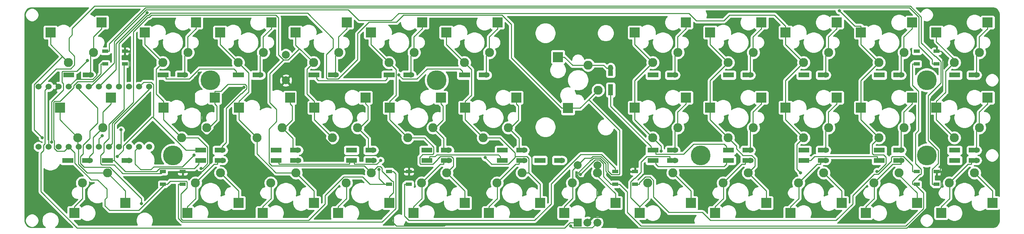
<source format=gbl>
G04 #@! TF.GenerationSoftware,KiCad,Pcbnew,(5.1.9-0-10_14)*
G04 #@! TF.CreationDate,2021-08-28T22:47:01+09:00*
G04 #@! TF.ProjectId,kbd-template,6b62642d-7465-46d7-906c-6174652e6b69,rev?*
G04 #@! TF.SameCoordinates,Original*
G04 #@! TF.FileFunction,Copper,L2,Bot*
G04 #@! TF.FilePolarity,Positive*
%FSLAX46Y46*%
G04 Gerber Fmt 4.6, Leading zero omitted, Abs format (unit mm)*
G04 Created by KiCad (PCBNEW (5.1.9-0-10_14)) date 2021-08-28 22:47:01*
%MOMM*%
%LPD*%
G01*
G04 APERTURE LIST*
G04 #@! TA.AperFunction,WasherPad*
%ADD10C,5.000000*%
G04 #@! TD*
G04 #@! TA.AperFunction,ComponentPad*
%ADD11C,2.286000*%
G04 #@! TD*
G04 #@! TA.AperFunction,SMDPad,CuDef*
%ADD12R,2.550000X2.500000*%
G04 #@! TD*
G04 #@! TA.AperFunction,SMDPad,CuDef*
%ADD13R,1.400000X1.300000*%
G04 #@! TD*
G04 #@! TA.AperFunction,ComponentPad*
%ADD14O,1.778000X1.300000*%
G04 #@! TD*
G04 #@! TA.AperFunction,ComponentPad*
%ADD15R,1.778000X1.300000*%
G04 #@! TD*
G04 #@! TA.AperFunction,SMDPad,CuDef*
%ADD16R,1.300000X1.400000*%
G04 #@! TD*
G04 #@! TA.AperFunction,ComponentPad*
%ADD17O,1.300000X1.778000*%
G04 #@! TD*
G04 #@! TA.AperFunction,ComponentPad*
%ADD18R,1.300000X1.778000*%
G04 #@! TD*
G04 #@! TA.AperFunction,ComponentPad*
%ADD19C,2.000000*%
G04 #@! TD*
G04 #@! TA.AperFunction,SMDPad,CuDef*
%ADD20R,2.500000X2.550000*%
G04 #@! TD*
G04 #@! TA.AperFunction,ComponentPad*
%ADD21C,1.524000*%
G04 #@! TD*
G04 #@! TA.AperFunction,SMDPad,CuDef*
%ADD22R,1.501140X0.899160*%
G04 #@! TD*
G04 #@! TA.AperFunction,ComponentPad*
%ADD23R,2.000000X2.000000*%
G04 #@! TD*
G04 #@! TA.AperFunction,ViaPad*
%ADD24C,0.800000*%
G04 #@! TD*
G04 #@! TA.AperFunction,Conductor*
%ADD25C,0.250000*%
G04 #@! TD*
G04 #@! TA.AperFunction,Conductor*
%ADD26C,0.254000*%
G04 #@! TD*
G04 #@! TA.AperFunction,Conductor*
%ADD27C,0.100000*%
G04 #@! TD*
G04 APERTURE END LIST*
D10*
X219075000Y-28575000D03*
X219075000Y-9525000D03*
X161925000Y-28575000D03*
X95250000Y-9525000D03*
X38100000Y-9525000D03*
X28575000Y-28580000D03*
D11*
X12065000Y-33020000D03*
X5715000Y-35560000D03*
D12*
X3683000Y-43180000D03*
X16610000Y-40640000D03*
D11*
X4604000Y-24130000D03*
X10954000Y-21590000D03*
D12*
X12986000Y-13970000D03*
X59000Y-16510000D03*
D11*
X2223000Y-5080000D03*
X8573000Y-2540000D03*
D12*
X10605000Y5080000D03*
X-2322000Y2540000D03*
D11*
X26035000Y-5080000D03*
X32385000Y-2540000D03*
D12*
X34417000Y5080000D03*
X21490000Y2540000D03*
D11*
X45085000Y-5080000D03*
X51435000Y-2540000D03*
D12*
X53467000Y5080000D03*
X40540000Y2540000D03*
D11*
X64135000Y-5080000D03*
X70485000Y-2540000D03*
D12*
X72517000Y5080000D03*
X59590000Y2540000D03*
D11*
X83185000Y-5080000D03*
X89535000Y-2540000D03*
D12*
X91567000Y5080000D03*
X78640000Y2540000D03*
D11*
X102235000Y-5080000D03*
X108585000Y-2540000D03*
D12*
X110617000Y5080000D03*
X97690000Y2540000D03*
D11*
X149860000Y-5080000D03*
X156210000Y-2540000D03*
D12*
X158242000Y5080000D03*
X145315000Y2540000D03*
D11*
X168910000Y-5080000D03*
X175260000Y-2540000D03*
D12*
X177292000Y5080000D03*
X164365000Y2540000D03*
D11*
X187960000Y-5080000D03*
X194310000Y-2540000D03*
D12*
X196342000Y5080000D03*
X183415000Y2540000D03*
D11*
X207010000Y-5080000D03*
X213360000Y-2540000D03*
D12*
X215392000Y5080000D03*
X202465000Y2540000D03*
D11*
X226060000Y-5080000D03*
X232410000Y-2540000D03*
D12*
X234442000Y5080000D03*
X221515000Y2540000D03*
D11*
X30797500Y-24130000D03*
X37147500Y-21590000D03*
D12*
X39179500Y-13970000D03*
X26252500Y-16510000D03*
D11*
X49847500Y-24130000D03*
X56197500Y-21590000D03*
D12*
X58229500Y-13970000D03*
X45302500Y-16510000D03*
D11*
X68897500Y-24130000D03*
X75247500Y-21590000D03*
D12*
X77279500Y-13970000D03*
X64352500Y-16510000D03*
D11*
X87947500Y-24130000D03*
X94297500Y-21590000D03*
D12*
X96329500Y-13970000D03*
X83402500Y-16510000D03*
D11*
X106998000Y-24130000D03*
X113348000Y-21590000D03*
D12*
X115380000Y-13970000D03*
X102453000Y-16510000D03*
D11*
X149860000Y-24130000D03*
X156210000Y-21590000D03*
D12*
X158242000Y-13970000D03*
X145315000Y-16510000D03*
D11*
X168910000Y-24130000D03*
X175260000Y-21590000D03*
D12*
X177292000Y-13970000D03*
X164365000Y-16510000D03*
D11*
X187960000Y-24130000D03*
X194310000Y-21590000D03*
D12*
X196342000Y-13970000D03*
X183415000Y-16510000D03*
D11*
X207010000Y-24130000D03*
X213360000Y-21590000D03*
D12*
X215392000Y-13970000D03*
X202465000Y-16510000D03*
D11*
X226060000Y-24130000D03*
X232410000Y-21590000D03*
D12*
X234442000Y-13970000D03*
X221515000Y-16510000D03*
D11*
X40640000Y-33020000D03*
X34290000Y-35560000D03*
D12*
X32258000Y-43180000D03*
X45185000Y-40640000D03*
D11*
X59690000Y-33020000D03*
X53340000Y-35560000D03*
D12*
X51308000Y-43180000D03*
X64235000Y-40640000D03*
D11*
X78740000Y-33020000D03*
X72390000Y-35560000D03*
D12*
X70358000Y-43180000D03*
X83285000Y-40640000D03*
D11*
X97790000Y-33020000D03*
X91440000Y-35560000D03*
D12*
X89408000Y-43180000D03*
X102335000Y-40640000D03*
D11*
X116840000Y-33020000D03*
X110490000Y-35560000D03*
D12*
X108458000Y-43180000D03*
X121385000Y-40640000D03*
D11*
X154940000Y-33020000D03*
X148590000Y-35560000D03*
D12*
X146558000Y-43180000D03*
X159485000Y-40640000D03*
D11*
X173990000Y-33020000D03*
X167640000Y-35560000D03*
D12*
X165608000Y-43180000D03*
X178535000Y-40640000D03*
D11*
X193040000Y-33020000D03*
X186690000Y-35560000D03*
D12*
X184658000Y-43180000D03*
X197585000Y-40640000D03*
D11*
X212090000Y-33020000D03*
X205740000Y-35560000D03*
D12*
X203708000Y-43180000D03*
X216635000Y-40640000D03*
D11*
X231140000Y-33020000D03*
X224790000Y-35560000D03*
D12*
X222758000Y-43180000D03*
X235685000Y-40640000D03*
D13*
X30350000Y-8250000D03*
X26800000Y-8250000D03*
D14*
X31575000Y-8250000D03*
D15*
X25575000Y-8250000D03*
D13*
X49400000Y-8250000D03*
X45850000Y-8250000D03*
D14*
X50625000Y-8250000D03*
D15*
X44625000Y-8250000D03*
D13*
X68450000Y-8250000D03*
X64900000Y-8250000D03*
D14*
X69675000Y-8250000D03*
D15*
X63675000Y-8250000D03*
D13*
X87500000Y-8250000D03*
X83950000Y-8250000D03*
D14*
X88725000Y-8250000D03*
D15*
X82725000Y-8250000D03*
D13*
X106550000Y-8250000D03*
X103000000Y-8250000D03*
D14*
X107775000Y-8250000D03*
D15*
X101775000Y-8250000D03*
D13*
X154175000Y-8250000D03*
X150625000Y-8250000D03*
D14*
X155400000Y-8250000D03*
D15*
X149400000Y-8250000D03*
D13*
X173225000Y-8250000D03*
X169675000Y-8250000D03*
D14*
X174450000Y-8250000D03*
D15*
X168450000Y-8250000D03*
D13*
X192275000Y-8250000D03*
X188725000Y-8250000D03*
D14*
X193500000Y-8250000D03*
D15*
X187500000Y-8250000D03*
D13*
X211325000Y-8250000D03*
X207775000Y-8250000D03*
D14*
X212550000Y-8250000D03*
D15*
X206550000Y-8250000D03*
D13*
X230375000Y-8250000D03*
X226825000Y-8250000D03*
D14*
X231600000Y-8250000D03*
D15*
X225600000Y-8250000D03*
D13*
X39872500Y-27300000D03*
X36322500Y-27300000D03*
D14*
X41097500Y-27300000D03*
D15*
X35097500Y-27300000D03*
D13*
X58922500Y-27300000D03*
X55372500Y-27300000D03*
D14*
X60147500Y-27300000D03*
D15*
X54147500Y-27300000D03*
D13*
X77972500Y-27300000D03*
X74422500Y-27300000D03*
D14*
X79197500Y-27300000D03*
D15*
X73197500Y-27300000D03*
D13*
X97022500Y-27300000D03*
X93472500Y-27300000D03*
D14*
X98247500Y-27300000D03*
D15*
X92247500Y-27300000D03*
D13*
X116073000Y-27300000D03*
X112523000Y-27300000D03*
D14*
X117298000Y-27300000D03*
D15*
X111298000Y-27300000D03*
D13*
X154175000Y-27300000D03*
X150625000Y-27300000D03*
D14*
X155400000Y-27300000D03*
D15*
X149400000Y-27300000D03*
D13*
X173225000Y-27300000D03*
X169675000Y-27300000D03*
D14*
X174450000Y-27300000D03*
D15*
X168450000Y-27300000D03*
D13*
X192275000Y-27300000D03*
X188725000Y-27300000D03*
D14*
X193500000Y-27300000D03*
D15*
X187500000Y-27300000D03*
D13*
X211325000Y-27300000D03*
X207775000Y-27300000D03*
D14*
X212550000Y-27300000D03*
D15*
X206550000Y-27300000D03*
D13*
X230375000Y-27300000D03*
X226825000Y-27300000D03*
D14*
X231600000Y-27300000D03*
D15*
X225600000Y-27300000D03*
D13*
X39875000Y-29850000D03*
X36325000Y-29850000D03*
D14*
X41100000Y-29850000D03*
D15*
X35100000Y-29850000D03*
D13*
X58925000Y-29850000D03*
X55375000Y-29850000D03*
D14*
X60150000Y-29850000D03*
D15*
X54150000Y-29850000D03*
D13*
X77975000Y-29850000D03*
X74425000Y-29850000D03*
D14*
X79200000Y-29850000D03*
D15*
X73200000Y-29850000D03*
D13*
X97025000Y-29850000D03*
X93475000Y-29850000D03*
D14*
X98250000Y-29850000D03*
D15*
X92250000Y-29850000D03*
D13*
X116075000Y-29850000D03*
X112525000Y-29850000D03*
D14*
X117300000Y-29850000D03*
D15*
X111300000Y-29850000D03*
D13*
X154175000Y-29850000D03*
X150625000Y-29850000D03*
D14*
X155400000Y-29850000D03*
D15*
X149400000Y-29850000D03*
D13*
X173225000Y-29850000D03*
X169675000Y-29850000D03*
D14*
X174450000Y-29850000D03*
D15*
X168450000Y-29850000D03*
D13*
X192275000Y-29850000D03*
X188725000Y-29850000D03*
D14*
X193500000Y-29850000D03*
D15*
X187500000Y-29850000D03*
D13*
X211325000Y-29850000D03*
X207775000Y-29850000D03*
D14*
X212550000Y-29850000D03*
D15*
X206550000Y-29850000D03*
D13*
X230375000Y-29850000D03*
X226825000Y-29850000D03*
D14*
X231600000Y-29850000D03*
D15*
X225600000Y-29850000D03*
D13*
X125600000Y-29850000D03*
X122050000Y-29850000D03*
D14*
X126825000Y-29850000D03*
D15*
X120825000Y-29850000D03*
D13*
X6538000Y-8250000D03*
X2988000Y-8250000D03*
D14*
X7763000Y-8250000D03*
D15*
X1763000Y-8250000D03*
D13*
X6300000Y-29850000D03*
X2750000Y-29850000D03*
D14*
X7525000Y-29850000D03*
D15*
X1525000Y-29850000D03*
D13*
X16300000Y-29850000D03*
X12750000Y-29850000D03*
D14*
X17525000Y-29850000D03*
D15*
X11525000Y-29850000D03*
D16*
X139218000Y-7750000D03*
X139218000Y-11300000D03*
D17*
X139218000Y-6525000D03*
D18*
X139218000Y-12525000D03*
D19*
X57150000Y-3100000D03*
X57150000Y-9600000D03*
D20*
X128428000Y-16610000D03*
X125888000Y-3683000D03*
D11*
X133508000Y-5715000D03*
X136048000Y-12065000D03*
D21*
X-5334000Y-11184600D03*
X-2794000Y-11184600D03*
X-254000Y-11184600D03*
X2286000Y-11184600D03*
X4826000Y-11184600D03*
X7366000Y-11184600D03*
X9906000Y-11184600D03*
X12446000Y-11184600D03*
X14986000Y-11184600D03*
X17526000Y-11184600D03*
X20066000Y-11184600D03*
X22606000Y-11184600D03*
X22606000Y-26404600D03*
X20066000Y-26404600D03*
X17526000Y-26404600D03*
X14986000Y-26404600D03*
X12446000Y-26404600D03*
X9906000Y-26404600D03*
X7366000Y-26404600D03*
X4826000Y-26404600D03*
X2286000Y-26404600D03*
X-254000Y-26404600D03*
X-2794000Y-26404600D03*
X-5334000Y-26404600D03*
D22*
X216575640Y-35890200D03*
X216575640Y-32689800D03*
X221574360Y-32689800D03*
X221574360Y-35890200D03*
X145374360Y-35890200D03*
X145374360Y-32689800D03*
X140375640Y-32689800D03*
X140375640Y-35890200D03*
X83225640Y-35890200D03*
X83225640Y-32689800D03*
X88224360Y-32689800D03*
X88224360Y-35890200D03*
X31074360Y-35890200D03*
X31074360Y-32689800D03*
X26075640Y-32689800D03*
X26075640Y-35890200D03*
X11470640Y-5410200D03*
X11470640Y-2209800D03*
X16469360Y-2209800D03*
X16469360Y-5410200D03*
X221574360Y-5410200D03*
X221574360Y-2209800D03*
X216575640Y-2209800D03*
X216575640Y-5410200D03*
D12*
X140435000Y-40640000D03*
X127508000Y-43180000D03*
D11*
X129540000Y-35560000D03*
X135890000Y-33020000D03*
D19*
X135850000Y-45600000D03*
X135850000Y-31100000D03*
D23*
X130850000Y-45600000D03*
D19*
X130850000Y-31100000D03*
X133350000Y-45600000D03*
D24*
X85710100Y-8250000D03*
X14514400Y-28874700D03*
X81088000Y-29850000D03*
X7035600Y-4535300D03*
X-2069800Y-25200900D03*
X17445300Y-7199300D03*
X35202700Y-7768400D03*
X11304300Y-3810000D03*
X16734600Y-3810000D03*
X97172600Y-46193500D03*
X46545900Y-11343900D03*
X196215000Y-24130000D03*
X208915000Y-13970000D03*
X200025000Y-31750000D03*
X210185000Y-43180000D03*
X191770000Y-43815000D03*
X161925000Y-33655000D03*
X151765000Y-34290000D03*
X130175000Y-20955000D03*
X98425000Y-22225000D03*
X106045000Y-38100000D03*
X117475000Y-35560000D03*
X125730000Y-38100000D03*
X125095000Y-27305000D03*
X44450000Y-34925000D03*
X46355000Y-27305000D03*
X26035000Y-40640000D03*
X0Y-36195000D03*
X-6985000Y-39370000D03*
X19050000Y-17780000D03*
X14605000Y5080000D03*
X36830000Y-635000D03*
X57150000Y635000D03*
X64135000Y-2540000D03*
X73025000Y-2540000D03*
X80010000Y-3810000D03*
X86360000Y-3810000D03*
X90170000Y-14605000D03*
X50886100Y-11343900D03*
X60960000Y-24765000D03*
X85725000Y-27305000D03*
X218440000Y-21590000D03*
X213995000Y-24130000D03*
X141605000Y-6350000D03*
X66675000Y-34925000D03*
X76835000Y-43815000D03*
X67945000Y-42545000D03*
X24130000Y-20955000D03*
X26035000Y-2540000D03*
X20955000Y-3175000D03*
X153035000Y-44450000D03*
X24765000Y-28575000D03*
X35716900Y-31924300D03*
X10707000Y-23593300D03*
X15512100Y-22125300D03*
X107479000Y-29162200D03*
X151938700Y-27474600D03*
X33915000Y-28545600D03*
X187221200Y-33020000D03*
X196978500Y8026500D03*
X22108900Y7559800D03*
X206507400Y-32653400D03*
X-4428300Y-24130000D03*
X80708800Y-32173800D03*
X131598500Y-33437100D03*
X20660400Y-40767200D03*
X129100200Y-46500900D03*
D25*
X34417000Y5080000D02*
X34417000Y3504700D01*
X34417000Y3504700D02*
X32323500Y1411200D01*
X32323500Y1411200D02*
X32323500Y-2478500D01*
X32323500Y-2478500D02*
X32385000Y-2540000D01*
X31575000Y-8250000D02*
X31575000Y-3350000D01*
X31575000Y-3350000D02*
X32385000Y-2540000D01*
X31575000Y-8250000D02*
X30350000Y-8250000D01*
X53467000Y5080000D02*
X53467000Y3504700D01*
X53467000Y3504700D02*
X51373500Y1411200D01*
X51373500Y1411200D02*
X51373500Y-2478500D01*
X51373500Y-2478500D02*
X51435000Y-2540000D01*
X50625000Y-8250000D02*
X50625000Y-3350000D01*
X50625000Y-3350000D02*
X51435000Y-2540000D01*
X50625000Y-8250000D02*
X49400000Y-8250000D01*
X72517000Y5080000D02*
X72517000Y3504700D01*
X72517000Y3504700D02*
X70423500Y1411200D01*
X70423500Y1411200D02*
X70423500Y-2478500D01*
X70423500Y-2478500D02*
X70485000Y-2540000D01*
X69675000Y-8250000D02*
X69675000Y-3350000D01*
X69675000Y-3350000D02*
X70485000Y-2540000D01*
X69675000Y-8250000D02*
X68450000Y-8250000D01*
X91567000Y5080000D02*
X91567000Y3504700D01*
X91567000Y3504700D02*
X89473500Y1411200D01*
X89473500Y1411200D02*
X89473500Y-2478500D01*
X89473500Y-2478500D02*
X89535000Y-2540000D01*
X88725000Y-8250000D02*
X88725000Y-3350000D01*
X88725000Y-3350000D02*
X89535000Y-2540000D01*
X88725000Y-8250000D02*
X87500000Y-8250000D01*
X110617000Y5080000D02*
X110617000Y3504700D01*
X110617000Y3504700D02*
X108523500Y1411200D01*
X108523500Y1411200D02*
X108523500Y-2478500D01*
X108523500Y-2478500D02*
X108585000Y-2540000D01*
X107775000Y-8250000D02*
X107775000Y-3350000D01*
X107775000Y-3350000D02*
X108585000Y-2540000D01*
X107775000Y-8250000D02*
X106550000Y-8250000D01*
X158242000Y5080000D02*
X158242000Y3504700D01*
X158242000Y3504700D02*
X156148500Y1411200D01*
X156148500Y1411200D02*
X156148500Y-2478500D01*
X156148500Y-2478500D02*
X156210000Y-2540000D01*
X155400000Y-8250000D02*
X155400000Y-3350000D01*
X155400000Y-3350000D02*
X156210000Y-2540000D01*
X155400000Y-8250000D02*
X154175000Y-8250000D01*
X177292000Y5080000D02*
X177292000Y3504700D01*
X177292000Y3504700D02*
X175198500Y1411200D01*
X175198500Y1411200D02*
X175198500Y-2478500D01*
X175198500Y-2478500D02*
X175260000Y-2540000D01*
X174450000Y-8250000D02*
X174450000Y-3350000D01*
X174450000Y-3350000D02*
X175260000Y-2540000D01*
X174450000Y-8250000D02*
X173225000Y-8250000D01*
X196342000Y5080000D02*
X196342000Y3504700D01*
X196342000Y3504700D02*
X194248500Y1411200D01*
X194248500Y1411200D02*
X194248500Y-2478500D01*
X194248500Y-2478500D02*
X194310000Y-2540000D01*
X193500000Y-8250000D02*
X193500000Y-3350000D01*
X193500000Y-3350000D02*
X194310000Y-2540000D01*
X193500000Y-8250000D02*
X192275000Y-8250000D01*
X215392000Y5080000D02*
X215392000Y3504700D01*
X215392000Y3504700D02*
X213298500Y1411200D01*
X213298500Y1411200D02*
X213298500Y-2478500D01*
X213298500Y-2478500D02*
X213360000Y-2540000D01*
X212550000Y-8250000D02*
X212550000Y-3350000D01*
X212550000Y-3350000D02*
X213360000Y-2540000D01*
X212550000Y-8250000D02*
X211325000Y-8250000D01*
X234442000Y5080000D02*
X234442000Y3504700D01*
X234442000Y3504700D02*
X232348500Y1411200D01*
X232348500Y1411200D02*
X232348500Y-2478500D01*
X232348500Y-2478500D02*
X232410000Y-2540000D01*
X231600000Y-8250000D02*
X231600000Y-3350000D01*
X231600000Y-3350000D02*
X232410000Y-2540000D01*
X231600000Y-8250000D02*
X230375000Y-8250000D01*
X41097500Y-27300000D02*
X41097500Y-26324700D01*
X41097500Y-26324700D02*
X42072800Y-25349400D01*
X42072800Y-25349400D02*
X42072800Y-16695900D01*
X42072800Y-16695900D02*
X45802700Y-12966000D01*
X45802700Y-12966000D02*
X45986400Y-12966000D01*
X45986400Y-12966000D02*
X47271200Y-11681200D01*
X47271200Y-11681200D02*
X47271200Y-11039700D01*
X47271200Y-11039700D02*
X46848000Y-10616500D01*
X46848000Y-10616500D02*
X42533000Y-10616500D01*
X42533000Y-10616500D02*
X40754800Y-12394700D01*
X40754800Y-12394700D02*
X39179500Y-12394700D01*
X41097500Y-27300000D02*
X39872500Y-27300000D01*
X39179500Y-13970000D02*
X39179500Y-12394700D01*
X39179500Y-13970000D02*
X39179500Y-15545300D01*
X39179500Y-15545300D02*
X39700400Y-16066200D01*
X39700400Y-16066200D02*
X39700400Y-19602600D01*
X39700400Y-19602600D02*
X37713000Y-21590000D01*
X37713000Y-21590000D02*
X37147500Y-21590000D01*
X58229500Y-13970000D02*
X58229500Y-15545300D01*
X58229500Y-15545300D02*
X58750400Y-16066200D01*
X58750400Y-16066200D02*
X58750400Y-19602600D01*
X58750400Y-19602600D02*
X56763000Y-21590000D01*
X56763000Y-21590000D02*
X56197500Y-21590000D01*
X58922500Y-27300000D02*
X58922500Y-24315000D01*
X58922500Y-24315000D02*
X56197500Y-21590000D01*
X60147500Y-27300000D02*
X58922500Y-27300000D01*
X77279500Y-13970000D02*
X77279500Y-15545300D01*
X77279500Y-15545300D02*
X77845600Y-16111400D01*
X77845600Y-16111400D02*
X77845600Y-19562800D01*
X77845600Y-19562800D02*
X75818400Y-21590000D01*
X75818400Y-21590000D02*
X75247500Y-21590000D01*
X77972500Y-27300000D02*
X77972500Y-24315000D01*
X77972500Y-24315000D02*
X75247500Y-21590000D01*
X79197500Y-27300000D02*
X77972500Y-27300000D01*
X96329500Y-13970000D02*
X96329500Y-15545300D01*
X96329500Y-15545300D02*
X96850400Y-16066200D01*
X96850400Y-16066200D02*
X96850400Y-19602600D01*
X96850400Y-19602600D02*
X94863000Y-21590000D01*
X94863000Y-21590000D02*
X94297500Y-21590000D01*
X97022500Y-27300000D02*
X97022500Y-24315000D01*
X97022500Y-24315000D02*
X94297500Y-21590000D01*
X98247500Y-27300000D02*
X97022500Y-27300000D01*
X115380000Y-13970000D02*
X115380000Y-15545300D01*
X115380000Y-15545300D02*
X115900900Y-16066200D01*
X115900900Y-16066200D02*
X115900900Y-19602600D01*
X115900900Y-19602600D02*
X113913500Y-21590000D01*
X113913500Y-21590000D02*
X113348000Y-21590000D01*
X116073000Y-27300000D02*
X116073000Y-24315000D01*
X116073000Y-24315000D02*
X113348000Y-21590000D01*
X117298000Y-27300000D02*
X116073000Y-27300000D01*
X158242000Y-13970000D02*
X158242000Y-15545300D01*
X158242000Y-15545300D02*
X156148500Y-17638800D01*
X156148500Y-17638800D02*
X156148500Y-21528500D01*
X156148500Y-21528500D02*
X156210000Y-21590000D01*
X155400000Y-27300000D02*
X155400000Y-22400000D01*
X155400000Y-22400000D02*
X156210000Y-21590000D01*
X155400000Y-27300000D02*
X154175000Y-27300000D01*
X177292000Y-13970000D02*
X177292000Y-15545300D01*
X177292000Y-15545300D02*
X175198500Y-17638800D01*
X175198500Y-17638800D02*
X175198500Y-21528500D01*
X175198500Y-21528500D02*
X175260000Y-21590000D01*
X174450000Y-27300000D02*
X174450000Y-22400000D01*
X174450000Y-22400000D02*
X175260000Y-21590000D01*
X174450000Y-27300000D02*
X173225000Y-27300000D01*
X196342000Y-13970000D02*
X196342000Y-15545300D01*
X196342000Y-15545300D02*
X194248500Y-17638800D01*
X194248500Y-17638800D02*
X194248500Y-21528500D01*
X194248500Y-21528500D02*
X194310000Y-21590000D01*
X193500000Y-27300000D02*
X193500000Y-22400000D01*
X193500000Y-22400000D02*
X194310000Y-21590000D01*
X193500000Y-27300000D02*
X192275000Y-27300000D01*
X215392000Y-13970000D02*
X215392000Y-15545300D01*
X215392000Y-15545300D02*
X213298500Y-17638800D01*
X213298500Y-17638800D02*
X213298500Y-21528500D01*
X213298500Y-21528500D02*
X213360000Y-21590000D01*
X212550000Y-27300000D02*
X212550000Y-22400000D01*
X212550000Y-22400000D02*
X213360000Y-21590000D01*
X212550000Y-27300000D02*
X211325000Y-27300000D01*
X234442000Y-13970000D02*
X234442000Y-15545300D01*
X234442000Y-15545300D02*
X232348500Y-17638800D01*
X232348500Y-17638800D02*
X232348500Y-21528500D01*
X232348500Y-21528500D02*
X232410000Y-21590000D01*
X231600000Y-27300000D02*
X231600000Y-22400000D01*
X231600000Y-22400000D02*
X232410000Y-21590000D01*
X231600000Y-27300000D02*
X230375000Y-27300000D01*
X32258000Y-43180000D02*
X32258000Y-41604700D01*
X32258000Y-41604700D02*
X34348600Y-39514100D01*
X34348600Y-39514100D02*
X34348600Y-35618600D01*
X34348600Y-35618600D02*
X34290000Y-35560000D01*
X39875000Y-29850000D02*
X39875000Y-30825300D01*
X39875000Y-30825300D02*
X39024700Y-30825300D01*
X39024700Y-30825300D02*
X34290000Y-35560000D01*
X41100000Y-29850000D02*
X39875000Y-29850000D01*
X51308000Y-43180000D02*
X51308000Y-41604700D01*
X51308000Y-41604700D02*
X53401500Y-39511200D01*
X53401500Y-39511200D02*
X53401500Y-35621500D01*
X53401500Y-35621500D02*
X53340000Y-35560000D01*
X60150000Y-29850000D02*
X58925000Y-29850000D01*
X70358000Y-43180000D02*
X70358000Y-41604700D01*
X70358000Y-41604700D02*
X72451500Y-39511200D01*
X72451500Y-39511200D02*
X72451500Y-35621500D01*
X72451500Y-35621500D02*
X72390000Y-35560000D01*
X79200000Y-29850000D02*
X77975000Y-29850000D01*
X89408000Y-43180000D02*
X89408000Y-41604700D01*
X89408000Y-41604700D02*
X91501500Y-39511200D01*
X91501500Y-39511200D02*
X91501500Y-35621500D01*
X91501500Y-35621500D02*
X91440000Y-35560000D01*
X97025000Y-29850000D02*
X97025000Y-30825300D01*
X97025000Y-30825300D02*
X96174700Y-30825300D01*
X96174700Y-30825300D02*
X91440000Y-35560000D01*
X98250000Y-29850000D02*
X97025000Y-29850000D01*
X108458000Y-43180000D02*
X108458000Y-41604700D01*
X108458000Y-41604700D02*
X110551500Y-39511200D01*
X110551500Y-39511200D02*
X110551500Y-35621500D01*
X110551500Y-35621500D02*
X110490000Y-35560000D01*
X116075000Y-29850000D02*
X116075000Y-30825300D01*
X116075000Y-30825300D02*
X115224700Y-30825300D01*
X115224700Y-30825300D02*
X110490000Y-35560000D01*
X117300000Y-29850000D02*
X116075000Y-29850000D01*
X154175000Y-29850000D02*
X154175000Y-28874700D01*
X154175000Y-28874700D02*
X148326100Y-28874700D01*
X148326100Y-28874700D02*
X146910500Y-30290300D01*
X146910500Y-30290300D02*
X146910500Y-32820700D01*
X146910500Y-32820700D02*
X145336100Y-34395100D01*
X145336100Y-34395100D02*
X145206300Y-34395100D01*
X145206300Y-34395100D02*
X144270200Y-35331200D01*
X144270200Y-35331200D02*
X144270200Y-39316900D01*
X144270200Y-39316900D02*
X146558000Y-41604700D01*
X155400000Y-29850000D02*
X154175000Y-29850000D01*
X146558000Y-43180000D02*
X146558000Y-41604700D01*
X146558000Y-41604700D02*
X148636200Y-39526500D01*
X148636200Y-39526500D02*
X148636200Y-35606200D01*
X148636200Y-35606200D02*
X148590000Y-35560000D01*
X165608000Y-43180000D02*
X165608000Y-41604700D01*
X165608000Y-41604700D02*
X167698600Y-39514100D01*
X167698600Y-39514100D02*
X167698600Y-35618600D01*
X167698600Y-35618600D02*
X167640000Y-35560000D01*
X173225000Y-29850000D02*
X173225000Y-30825300D01*
X173225000Y-30825300D02*
X172374700Y-30825300D01*
X172374700Y-30825300D02*
X167640000Y-35560000D01*
X174450000Y-29850000D02*
X173225000Y-29850000D01*
X184658000Y-43180000D02*
X184658000Y-41604700D01*
X184658000Y-41604700D02*
X186748600Y-39514100D01*
X186748600Y-39514100D02*
X186748600Y-35618600D01*
X186748600Y-35618600D02*
X186690000Y-35560000D01*
X192275000Y-29850000D02*
X192275000Y-30825300D01*
X192275000Y-30825300D02*
X191424700Y-30825300D01*
X191424700Y-30825300D02*
X186690000Y-35560000D01*
X193500000Y-29850000D02*
X192275000Y-29850000D01*
X203708000Y-43180000D02*
X203708000Y-41604700D01*
X203708000Y-41604700D02*
X205798600Y-39514100D01*
X205798600Y-39514100D02*
X205798600Y-35618600D01*
X205798600Y-35618600D02*
X205740000Y-35560000D01*
X212550000Y-29850000D02*
X212550000Y-30825300D01*
X212550000Y-30825300D02*
X210474700Y-30825300D01*
X210474700Y-30825300D02*
X205740000Y-35560000D01*
X211325000Y-29850000D02*
X212550000Y-29850000D01*
X222758000Y-43180000D02*
X222758000Y-41604700D01*
X222758000Y-41604700D02*
X224848600Y-39514100D01*
X224848600Y-39514100D02*
X224848600Y-35618600D01*
X224848600Y-35618600D02*
X224790000Y-35560000D01*
X230375000Y-29850000D02*
X230375000Y-30825300D01*
X230375000Y-30825300D02*
X229524700Y-30825300D01*
X229524700Y-30825300D02*
X224790000Y-35560000D01*
X231600000Y-29850000D02*
X230375000Y-29850000D01*
X126825000Y-29850000D02*
X125600000Y-29850000D01*
X135890000Y-33020000D02*
X135890000Y-33753700D01*
X135890000Y-33753700D02*
X140435000Y-38298700D01*
X140435000Y-38298700D02*
X140435000Y-40640000D01*
X135890000Y-33020000D02*
X135890000Y-31140000D01*
X135890000Y-31140000D02*
X135850000Y-31100000D01*
X10605000Y5080000D02*
X10605000Y3504700D01*
X10605000Y3504700D02*
X8511500Y1411200D01*
X8511500Y1411200D02*
X8511500Y-2478500D01*
X8511500Y-2478500D02*
X8573000Y-2540000D01*
X7763000Y-8250000D02*
X7763000Y-3350000D01*
X7763000Y-3350000D02*
X8573000Y-2540000D01*
X7763000Y-8250000D02*
X6538000Y-8250000D01*
X12986000Y-13970000D02*
X12986000Y-15545300D01*
X12986000Y-15545300D02*
X10892500Y-17638800D01*
X10892500Y-17638800D02*
X10892500Y-21528500D01*
X10892500Y-21528500D02*
X10954000Y-21590000D01*
X7525000Y-29850000D02*
X7525000Y-28874700D01*
X7525000Y-28874700D02*
X8500300Y-27899400D01*
X8500300Y-27899400D02*
X8500300Y-24043700D01*
X8500300Y-24043700D02*
X10954000Y-21590000D01*
X7525000Y-29850000D02*
X6300000Y-29850000D01*
X3683000Y-43180000D02*
X3683000Y-41604700D01*
X3683000Y-41604700D02*
X5776500Y-39511200D01*
X5776500Y-39511200D02*
X5776500Y-35621500D01*
X5776500Y-35621500D02*
X5715000Y-35560000D01*
X17525000Y-29850000D02*
X16300000Y-29850000D01*
X139218000Y-7750000D02*
X139218000Y-6724700D01*
X138730400Y-6525000D02*
X138930100Y-6724700D01*
X138930100Y-6724700D02*
X139218000Y-6724700D01*
X138730400Y-6525000D02*
X138242700Y-6525000D01*
X139218000Y-6525000D02*
X138730400Y-6525000D01*
X125888000Y-3683000D02*
X127463300Y-3683000D01*
X127463300Y-3683000D02*
X129577300Y-5797000D01*
X129577300Y-5797000D02*
X133426000Y-5797000D01*
X133426000Y-5797000D02*
X133508000Y-5715000D01*
X133508000Y-5715000D02*
X137432700Y-5715000D01*
X137432700Y-5715000D02*
X138242700Y-6525000D01*
X44625000Y-7274700D02*
X44005000Y-6654700D01*
X44005000Y-6654700D02*
X35290700Y-6654700D01*
X35290700Y-6654700D02*
X32720100Y-9225300D01*
X32720100Y-9225300D02*
X26800000Y-9225300D01*
X64900000Y-9225300D02*
X65350300Y-9675600D01*
X65350300Y-9675600D02*
X82274700Y-9675600D01*
X82274700Y-9675600D02*
X82725000Y-9225300D01*
X101775000Y-7274700D02*
X101155000Y-6654700D01*
X101155000Y-6654700D02*
X92854500Y-6654700D01*
X92854500Y-6654700D02*
X90260300Y-9248900D01*
X90260300Y-9248900D02*
X86658000Y-9248900D01*
X86658000Y-9248900D02*
X85710100Y-8301000D01*
X85710100Y-8301000D02*
X85710100Y-8250000D01*
X101775000Y-8250000D02*
X101775000Y-7274700D01*
X103000000Y-8250000D02*
X101775000Y-8250000D01*
X44625000Y-8250000D02*
X44625000Y-7274700D01*
X26800000Y-8250000D02*
X26800000Y-9225300D01*
X25575000Y-8250000D02*
X26800000Y-8250000D01*
X64900000Y-8250000D02*
X64900000Y-9225300D01*
X82725000Y-8250000D02*
X83950000Y-8250000D01*
X45850000Y-8250000D02*
X44625000Y-8250000D01*
X63675000Y-8250000D02*
X64900000Y-8250000D01*
X82725000Y-8250000D02*
X82725000Y-9225300D01*
X150625000Y-8250000D02*
X149400000Y-8250000D01*
X168450000Y-8250000D02*
X169675000Y-8250000D01*
X187500000Y-8250000D02*
X188725000Y-8250000D01*
X206550000Y-8250000D02*
X207775000Y-8250000D01*
X225600000Y-8250000D02*
X226825000Y-8250000D01*
X1763000Y-8250000D02*
X2988000Y-8250000D01*
X150625000Y-27300000D02*
X150625000Y-28275300D01*
X168450000Y-27300000D02*
X168450000Y-26324700D01*
X168450000Y-26324700D02*
X167863900Y-25738600D01*
X167863900Y-25738600D02*
X160174100Y-25738600D01*
X160174100Y-25738600D02*
X157637400Y-28275300D01*
X157637400Y-28275300D02*
X150625000Y-28275300D01*
X169675000Y-27300000D02*
X168450000Y-27300000D01*
X23493600Y-18917000D02*
X31876600Y-27300000D01*
X31876600Y-27300000D02*
X35097500Y-27300000D01*
X20066000Y-11184600D02*
X21209000Y-10041600D01*
X21209000Y-10041600D02*
X23088100Y-10041600D01*
X23088100Y-10041600D02*
X23732000Y-10685500D01*
X23732000Y-10685500D02*
X23732000Y-18678600D01*
X23732000Y-18678600D02*
X23493600Y-18917000D01*
X23493600Y-18917000D02*
X23394600Y-18917000D01*
X23394600Y-18917000D02*
X16113000Y-26198600D01*
X16113000Y-26198600D02*
X16113000Y-27276100D01*
X16113000Y-27276100D02*
X14514400Y-28874700D01*
X150625000Y-27300000D02*
X150625000Y-26812300D01*
X35097500Y-27300000D02*
X35297200Y-27300000D01*
X36322500Y-27300000D02*
X35297200Y-27300000D01*
X54147500Y-27300000D02*
X55372500Y-27300000D01*
X73197500Y-27300000D02*
X74422500Y-27300000D01*
X92247500Y-27300000D02*
X93472500Y-27300000D01*
X111298000Y-27300000D02*
X112523000Y-27300000D01*
X149400000Y-26812300D02*
X149400000Y-26324700D01*
X149400000Y-27300000D02*
X149400000Y-26812300D01*
X149400000Y-26812300D02*
X150625000Y-26812300D01*
X188725000Y-27300000D02*
X187500000Y-27300000D01*
X207775000Y-27300000D02*
X206550000Y-27300000D01*
X226825000Y-27300000D02*
X225600000Y-27300000D01*
X1525000Y-29850000D02*
X2750000Y-29850000D01*
X139218000Y-12525000D02*
X139218000Y-16142700D01*
X139218000Y-16142700D02*
X149400000Y-26324700D01*
X139218000Y-11300000D02*
X139218000Y-12525000D01*
X35100000Y-30825300D02*
X34010400Y-31914900D01*
X34010400Y-31914900D02*
X25190200Y-31914900D01*
X25190200Y-31914900D02*
X24432100Y-32673000D01*
X24432100Y-32673000D02*
X16598300Y-32673000D01*
X16598300Y-32673000D02*
X13775300Y-29850000D01*
X206550000Y-28874700D02*
X190725600Y-28874700D01*
X190725600Y-28874700D02*
X189750300Y-29850000D01*
X206550000Y-29850000D02*
X206550000Y-28874700D01*
X188725000Y-29850000D02*
X189750300Y-29850000D01*
X187500000Y-29850000D02*
X188725000Y-29850000D01*
X111300000Y-28874700D02*
X110849700Y-28424400D01*
X110849700Y-28424400D02*
X95288500Y-28424400D01*
X95288500Y-28424400D02*
X94838200Y-28874700D01*
X94838200Y-28874700D02*
X93475000Y-28874700D01*
X13775300Y-29850000D02*
X13775300Y-20652200D01*
X13775300Y-20652200D02*
X22606000Y-11821500D01*
X22606000Y-11821500D02*
X22606000Y-11184600D01*
X35100000Y-29850000D02*
X35100000Y-30825300D01*
X35100000Y-29850000D02*
X36325000Y-29850000D01*
X74425000Y-30825300D02*
X80112700Y-30825300D01*
X80112700Y-30825300D02*
X81088000Y-29850000D01*
X74425000Y-29850000D02*
X74425000Y-30825300D01*
X93475000Y-29850000D02*
X93475000Y-28874700D01*
X111300000Y-29850000D02*
X111300000Y-28874700D01*
X112525000Y-29850000D02*
X111300000Y-29850000D01*
X168450000Y-29850000D02*
X168450000Y-30825300D01*
X168450000Y-30825300D02*
X167865800Y-31409500D01*
X167865800Y-31409500D02*
X151209200Y-31409500D01*
X151209200Y-31409500D02*
X150625000Y-30825300D01*
X168450000Y-29850000D02*
X169675000Y-29850000D01*
X150625000Y-29850000D02*
X150625000Y-30825300D01*
X207775000Y-29850000D02*
X206550000Y-29850000D01*
X122050000Y-29850000D02*
X120825000Y-29850000D01*
X55375000Y-29850000D02*
X54150000Y-29850000D01*
X55375000Y-29850000D02*
X55375000Y-30825300D01*
X73200000Y-29850000D02*
X73200000Y-30825300D01*
X73200000Y-30825300D02*
X55375000Y-30825300D01*
X74425000Y-29850000D02*
X73200000Y-29850000D01*
X92250000Y-29850000D02*
X93475000Y-29850000D01*
X150625000Y-29850000D02*
X149400000Y-29850000D01*
X225600000Y-29850000D02*
X226825000Y-29850000D01*
X12750000Y-29850000D02*
X13775300Y-29850000D01*
X11525000Y-29850000D02*
X12750000Y-29850000D01*
X-2069800Y-25200900D02*
X-2069800Y-14969800D01*
X-2069800Y-14969800D02*
X886600Y-12013400D01*
X886600Y-12013400D02*
X886600Y-10435200D01*
X886600Y-10435200D02*
X548600Y-10097200D01*
X548600Y-10097200D02*
X548600Y-7465300D01*
X548600Y-7465300D02*
X739300Y-7274600D01*
X739300Y-7274600D02*
X4296300Y-7274600D01*
X4296300Y-7274600D02*
X7035600Y-4535300D01*
X37131700Y-23698500D02*
X35667900Y-22234700D01*
X35667900Y-22234700D02*
X35667900Y-20129800D01*
X35667900Y-20129800D02*
X35760100Y-20037600D01*
X35760100Y-20037600D02*
X35760100Y-17480500D01*
X35760100Y-17480500D02*
X34044700Y-15765100D01*
X34044700Y-15765100D02*
X34044700Y-8926400D01*
X34044700Y-8926400D02*
X35202700Y-7768400D01*
X31074400Y-32689800D02*
X35985200Y-32689800D01*
X35985200Y-32689800D02*
X37819200Y-30855800D01*
X37819200Y-30855800D02*
X37819200Y-24386000D01*
X37819200Y-24386000D02*
X37131700Y-23698500D01*
X37131700Y-23698500D02*
X41319300Y-19510900D01*
X41319300Y-19510900D02*
X41319300Y-16570500D01*
X41319300Y-16570500D02*
X46545900Y-11343900D01*
X17445300Y-7199300D02*
X17545400Y-7099200D01*
X17545400Y-7099200D02*
X17545400Y-4620800D01*
X17545400Y-4620800D02*
X16734600Y-3810000D01*
X222537700Y-32689800D02*
X222537700Y-26941900D01*
X222537700Y-26941900D02*
X219914600Y-24318800D01*
X219914600Y-24318800D02*
X219914600Y-14279500D01*
X219914600Y-14279500D02*
X223100600Y-11093500D01*
X223100600Y-11093500D02*
X223100600Y-2660100D01*
X223100600Y-2660100D02*
X222650300Y-2209800D01*
X-254000Y-11184600D02*
X-2795100Y-13725700D01*
X-2795100Y-13725700D02*
X-2795100Y-26403500D01*
X-2795100Y-26403500D02*
X-2794000Y-26404600D01*
X16469400Y-2209800D02*
X17545300Y-2209800D01*
X2286000Y-11184600D02*
X4193900Y-9276700D01*
X4193900Y-9276700D02*
X8375700Y-9276700D01*
X8375700Y-9276700D02*
X9411000Y-8241400D01*
X9411000Y-8241400D02*
X9411000Y-5703300D01*
X9411000Y-5703300D02*
X11304300Y-3810000D01*
X17545300Y-2209800D02*
X17545300Y-2999300D01*
X17545300Y-2999300D02*
X16734600Y-3810000D01*
X97172600Y-46193500D02*
X96866000Y-46500100D01*
X96866000Y-46500100D02*
X85067800Y-46500100D01*
X85067800Y-46500100D02*
X84289200Y-45721500D01*
X84289200Y-45721500D02*
X84289200Y-44097500D01*
X84289200Y-44097500D02*
X86245400Y-42141300D01*
X86245400Y-42141300D02*
X86245400Y-33592900D01*
X86245400Y-33592900D02*
X87148500Y-32689800D01*
X135289400Y-44274600D02*
X134675400Y-44274600D01*
X134675400Y-44274600D02*
X133350000Y-45600000D01*
X222537700Y-32689800D02*
X222650300Y-32802400D01*
X222650300Y-32802400D02*
X222650300Y-36641100D01*
X222650300Y-36641100D02*
X221239600Y-38051800D01*
X221239600Y-38051800D02*
X221239600Y-39757800D01*
X221239600Y-39757800D02*
X214020900Y-46976500D01*
X214020900Y-46976500D02*
X140915000Y-46976500D01*
X140915000Y-46976500D02*
X138213100Y-44274600D01*
X138213100Y-44274600D02*
X135289400Y-44274600D01*
X135289400Y-44274600D02*
X135289400Y-39724600D01*
X135289400Y-39724600D02*
X135736900Y-39277100D01*
X135736900Y-39277100D02*
X135736900Y-37108600D01*
X135736900Y-37108600D02*
X132844800Y-34216500D01*
X132844800Y-34216500D02*
X131329800Y-34216500D01*
X131329800Y-34216500D02*
X130850000Y-33736700D01*
X130850000Y-33736700D02*
X130850000Y-33149000D01*
X130850000Y-33149000D02*
X134260600Y-29738400D01*
X134260600Y-29738400D02*
X134435300Y-29738400D01*
X134435300Y-29738400D02*
X134885600Y-29288100D01*
X134885600Y-29288100D02*
X136552300Y-29288100D01*
X136552300Y-29288100D02*
X137961500Y-30697300D01*
X137961500Y-30697300D02*
X137961500Y-32628100D01*
X137961500Y-32628100D02*
X139278100Y-33944700D01*
X139278100Y-33944700D02*
X143043600Y-33944700D01*
X143043600Y-33944700D02*
X144298500Y-32689800D01*
X221999800Y-32689800D02*
X222537700Y-32689800D01*
X145374400Y-32689800D02*
X144298500Y-32689800D01*
X88224400Y-32689800D02*
X87148500Y-32689800D01*
X87148500Y-32689800D02*
X83033700Y-28575000D01*
X83033700Y-28575000D02*
X71260400Y-28575000D01*
X71260400Y-28575000D02*
X59940600Y-17255200D01*
X59940600Y-17255200D02*
X59940600Y-12390600D01*
X59940600Y-12390600D02*
X57150000Y-9600000D01*
X221999800Y-32689800D02*
X221574400Y-32689800D01*
X221574400Y-2209800D02*
X222650300Y-2209800D01*
X30797500Y-24130000D02*
X34964900Y-24130000D01*
X34964900Y-24130000D02*
X37357900Y-26523000D01*
X37357900Y-26523000D02*
X37357900Y-30680200D01*
X37357900Y-30680200D02*
X36113800Y-31924300D01*
X36113800Y-31924300D02*
X35716900Y-31924300D01*
X26252500Y-16510000D02*
X26252500Y-14934700D01*
X26252500Y-14934700D02*
X24360600Y-13042800D01*
X24360600Y-13042800D02*
X24360600Y-6754400D01*
X24360600Y-6754400D02*
X26035000Y-5080000D01*
X30797500Y-24130000D02*
X26252500Y-19585000D01*
X26252500Y-19585000D02*
X26252500Y-16510000D01*
X45185000Y-40640000D02*
X45185000Y-37565000D01*
X45185000Y-37565000D02*
X40640000Y-33020000D01*
X21490000Y2540000D02*
X21490000Y-535000D01*
X21490000Y-535000D02*
X26035000Y-5080000D01*
X49847500Y-24130000D02*
X49847500Y-28224800D01*
X49847500Y-28224800D02*
X54642700Y-33020000D01*
X54642700Y-33020000D02*
X59690000Y-33020000D01*
X45302500Y-14934700D02*
X47721500Y-12515700D01*
X47721500Y-12515700D02*
X47721500Y-7716500D01*
X47721500Y-7716500D02*
X45085000Y-5080000D01*
X9906000Y-26404600D02*
X9906000Y-24394300D01*
X9906000Y-24394300D02*
X10707000Y-23593300D01*
X45302500Y-16510000D02*
X45302500Y-14934700D01*
X49847500Y-24130000D02*
X45302500Y-19585000D01*
X45302500Y-19585000D02*
X45302500Y-16510000D01*
X40540000Y2540000D02*
X40540000Y-535000D01*
X40540000Y-535000D02*
X45085000Y-5080000D01*
X64235000Y-40640000D02*
X64235000Y-37565000D01*
X64235000Y-37565000D02*
X59690000Y-33020000D01*
X12446000Y-26404600D02*
X13285900Y-25564700D01*
X13285900Y-25564700D02*
X13285900Y-20504700D01*
X13285900Y-20504700D02*
X18620500Y-15170100D01*
X18620500Y-15170100D02*
X18620500Y2724100D01*
X18620500Y2724100D02*
X22280600Y6384200D01*
X22280600Y6384200D02*
X22596000Y6384200D01*
X22596000Y6384200D02*
X23160500Y6948700D01*
X23160500Y6948700D02*
X54598600Y6948700D01*
X54598600Y6948700D02*
X55241100Y6306200D01*
X55241100Y6306200D02*
X55241100Y-3117800D01*
X55241100Y-3117800D02*
X56548700Y-4425400D01*
X56548700Y-4425400D02*
X57713200Y-4425400D01*
X57713200Y-4425400D02*
X60544900Y-1593700D01*
X56548700Y-4425400D02*
X53098600Y-7875500D01*
X53098600Y-7875500D02*
X53098600Y-15200400D01*
X53098600Y-15200400D02*
X54795500Y-16897300D01*
X54795500Y-16897300D02*
X54795500Y-20001400D01*
X54795500Y-20001400D02*
X52893200Y-21903700D01*
X52893200Y-21903700D02*
X52893200Y-30592300D01*
X52893200Y-30592300D02*
X53576600Y-31275700D01*
X53576600Y-31275700D02*
X76995700Y-31275700D01*
X76995700Y-31275700D02*
X78740000Y-33020000D01*
X83285000Y-39064700D02*
X84301600Y-38048100D01*
X84301600Y-38048100D02*
X84301600Y-35235600D01*
X84301600Y-35235600D02*
X84181200Y-35115200D01*
X84181200Y-35115200D02*
X83972100Y-35115200D01*
X83972100Y-35115200D02*
X81434100Y-32577200D01*
X81434100Y-32577200D02*
X81434100Y-31873300D01*
X81434100Y-31873300D02*
X81009300Y-31448500D01*
X81009300Y-31448500D02*
X80311500Y-31448500D01*
X80311500Y-31448500D02*
X78740000Y-33020000D01*
X60544900Y-1593700D02*
X59590000Y-638800D01*
X59590000Y-638800D02*
X59590000Y2540000D01*
X60544900Y-1593700D02*
X60648700Y-1593700D01*
X60648700Y-1593700D02*
X64135000Y-5080000D01*
X64352500Y-14934700D02*
X62453400Y-13035600D01*
X62453400Y-13035600D02*
X62453400Y-6761600D01*
X62453400Y-6761600D02*
X64135000Y-5080000D01*
X64352500Y-16510000D02*
X64352500Y-14934700D01*
X68897500Y-24130000D02*
X64352500Y-19585000D01*
X64352500Y-19585000D02*
X64352500Y-16510000D01*
X83285000Y-40640000D02*
X83285000Y-39064700D01*
X87947500Y-24130000D02*
X92152100Y-24130000D01*
X92152100Y-24130000D02*
X94497900Y-26475800D01*
X94497900Y-26475800D02*
X94497900Y-28089900D01*
X94497900Y-28089900D02*
X94238000Y-28349800D01*
X94238000Y-28349800D02*
X91727000Y-28349800D01*
X91727000Y-28349800D02*
X90992100Y-29084700D01*
X90992100Y-29084700D02*
X90992100Y-30667200D01*
X90992100Y-30667200D02*
X91150400Y-30825500D01*
X91150400Y-30825500D02*
X94309600Y-30825500D01*
X94309600Y-30825500D02*
X95475000Y-29660100D01*
X95475000Y-29660100D02*
X95475000Y-29561800D01*
X95475000Y-29561800D02*
X96162100Y-28874700D01*
X96162100Y-28874700D02*
X98978800Y-28874700D01*
X98978800Y-28874700D02*
X99464900Y-29360800D01*
X99464900Y-29360800D02*
X99464900Y-31345100D01*
X99464900Y-31345100D02*
X97790000Y-33020000D01*
X83402500Y-16510000D02*
X83402500Y-19585000D01*
X83402500Y-19585000D02*
X87947500Y-24130000D01*
X14986000Y-26404600D02*
X15512100Y-25878500D01*
X15512100Y-25878500D02*
X15512100Y-22125300D01*
X83402500Y-16510000D02*
X83402500Y-14934700D01*
X83185000Y-5080000D02*
X84977800Y-6872800D01*
X84977800Y-6872800D02*
X84977800Y-13359400D01*
X84977800Y-13359400D02*
X83402500Y-14934700D01*
X78640000Y2540000D02*
X78640000Y-535000D01*
X78640000Y-535000D02*
X83185000Y-5080000D01*
X102335000Y-40640000D02*
X102335000Y-37565000D01*
X102335000Y-37565000D02*
X97790000Y-33020000D01*
X115047600Y-28873000D02*
X115047600Y-29157100D01*
X115047600Y-29157100D02*
X113379300Y-30825400D01*
X113379300Y-30825400D02*
X109142200Y-30825400D01*
X109142200Y-30825400D02*
X107479000Y-29162200D01*
X106998000Y-24130000D02*
X111203000Y-24130000D01*
X111203000Y-24130000D02*
X115047600Y-27974600D01*
X115047600Y-27974600D02*
X115047600Y-28873000D01*
X118515400Y-33020000D02*
X118515400Y-29391600D01*
X118515400Y-29391600D02*
X117996800Y-28873000D01*
X117996800Y-28873000D02*
X115047600Y-28873000D01*
X118515400Y-33020000D02*
X116840000Y-33020000D01*
X121385000Y-40640000D02*
X121385000Y-35889600D01*
X121385000Y-35889600D02*
X118515400Y-33020000D01*
X102453000Y-16510000D02*
X102453000Y-19585000D01*
X102453000Y-19585000D02*
X106998000Y-24130000D01*
X97690000Y2540000D02*
X97690000Y-535000D01*
X97690000Y-535000D02*
X102235000Y-5080000D01*
X102453000Y-16510000D02*
X102453000Y-14934700D01*
X102453000Y-14934700D02*
X104025400Y-13362300D01*
X104025400Y-13362300D02*
X104025400Y-6870400D01*
X104025400Y-6870400D02*
X102235000Y-5080000D01*
X149860000Y-24130000D02*
X151938700Y-26208700D01*
X151938700Y-26208700D02*
X151938700Y-27474600D01*
X33915000Y-28545600D02*
X30996000Y-31464600D01*
X30996000Y-31464600D02*
X23749200Y-31464600D01*
X23749200Y-31464600D02*
X23008300Y-32205500D01*
X23008300Y-32205500D02*
X20489900Y-32205500D01*
X20489900Y-32205500D02*
X19081900Y-30797500D01*
X19081900Y-30797500D02*
X19081900Y-27388700D01*
X19081900Y-27388700D02*
X20066000Y-26404600D01*
X145315000Y-16510000D02*
X145315000Y-19585000D01*
X145315000Y-19585000D02*
X149860000Y-24130000D01*
X145315000Y2540000D02*
X145315000Y-535000D01*
X145315000Y-535000D02*
X149860000Y-5080000D01*
X145315000Y-16510000D02*
X145315000Y-9625000D01*
X145315000Y-9625000D02*
X149860000Y-5080000D01*
X159485000Y-40640000D02*
X159485000Y-37565000D01*
X159485000Y-37565000D02*
X154940000Y-33020000D01*
X168910000Y-24130000D02*
X171000000Y-26220000D01*
X171000000Y-26220000D02*
X171000000Y-26956000D01*
X171000000Y-26956000D02*
X172619000Y-28575000D01*
X172619000Y-28575000D02*
X174849300Y-28575000D01*
X174849300Y-28575000D02*
X175679000Y-29404700D01*
X175679000Y-29404700D02*
X175679000Y-31331000D01*
X175679000Y-31331000D02*
X173990000Y-33020000D01*
X164365000Y-16510000D02*
X164365000Y-19585000D01*
X164365000Y-19585000D02*
X168910000Y-24130000D01*
X178535000Y-40640000D02*
X178535000Y-37565000D01*
X178535000Y-37565000D02*
X173990000Y-33020000D01*
X164365000Y2540000D02*
X164365000Y-535000D01*
X164365000Y-535000D02*
X168910000Y-5080000D01*
X164365000Y-16510000D02*
X164365000Y-9625000D01*
X164365000Y-9625000D02*
X168910000Y-5080000D01*
X183415000Y4115300D02*
X180579600Y6950700D01*
X180579600Y6950700D02*
X169236600Y6950700D01*
X169236600Y6950700D02*
X167808700Y5522800D01*
X167808700Y5522800D02*
X160847900Y5522800D01*
X160847900Y5522800D02*
X158972900Y7397800D01*
X158972900Y7397800D02*
X85650300Y7397800D01*
X85650300Y7397800D02*
X83834600Y5582100D01*
X83834600Y5582100D02*
X75600400Y5582100D01*
X75600400Y5582100D02*
X72857700Y8324800D01*
X72857700Y8324800D02*
X21848200Y8324800D01*
X21848200Y8324800D02*
X13766100Y242700D01*
X13766100Y242700D02*
X13766100Y-5160100D01*
X13766100Y-5160100D02*
X7741600Y-11184600D01*
X7741600Y-11184600D02*
X7366000Y-11184600D01*
X187960000Y-24130000D02*
X186285600Y-25804400D01*
X186285600Y-25804400D02*
X186285600Y-32084400D01*
X186285600Y-32084400D02*
X187221200Y-33020000D01*
X197585000Y-40640000D02*
X197585000Y-37565000D01*
X197585000Y-37565000D02*
X193040000Y-33020000D01*
X183415000Y2540000D02*
X183415000Y4115300D01*
X187960000Y-24130000D02*
X183415000Y-19585000D01*
X183415000Y-19585000D02*
X183415000Y-16510000D01*
X183415000Y2540000D02*
X183415000Y-535000D01*
X183415000Y-535000D02*
X187960000Y-5080000D01*
X183415000Y-16510000D02*
X183415000Y-9625000D01*
X183415000Y-9625000D02*
X187960000Y-5080000D01*
X202465000Y4115300D02*
X200889700Y4115300D01*
X200889700Y4115300D02*
X196978500Y8026500D01*
X202465000Y2540000D02*
X202465000Y4115300D01*
X9906000Y-11184600D02*
X14216800Y-6873800D01*
X14216800Y-6873800D02*
X14216800Y-332300D01*
X14216800Y-332300D02*
X22108900Y7559800D01*
X206507400Y-32653400D02*
X206858900Y-32653400D01*
X206858900Y-32653400D02*
X208801000Y-30711300D01*
X208801000Y-30711300D02*
X208801000Y-29004000D01*
X208801000Y-29004000D02*
X208221200Y-28424200D01*
X208221200Y-28424200D02*
X205669500Y-28424200D01*
X205669500Y-28424200D02*
X205312700Y-28067400D01*
X205312700Y-28067400D02*
X205312700Y-25827300D01*
X205312700Y-25827300D02*
X207010000Y-24130000D01*
X216635000Y-40640000D02*
X216635000Y-38127300D01*
X216635000Y-38127300D02*
X212090000Y-33582300D01*
X212090000Y-33582300D02*
X212090000Y-33020000D01*
X202465000Y-16510000D02*
X202465000Y-9625000D01*
X202465000Y-9625000D02*
X207010000Y-5080000D01*
X202465000Y2540000D02*
X202465000Y-535000D01*
X202465000Y-535000D02*
X207010000Y-5080000D01*
X207010000Y-24130000D02*
X202465000Y-19585000D01*
X202465000Y-19585000D02*
X202465000Y-16510000D01*
X235685000Y-40640000D02*
X235685000Y-37565000D01*
X235685000Y-37565000D02*
X231140000Y-33020000D01*
X226060000Y-24130000D02*
X221515000Y-19585000D01*
X221515000Y-19585000D02*
X221515000Y-16510000D01*
X221515000Y2540000D02*
X221515000Y190900D01*
X221515000Y190900D02*
X226060000Y-4354100D01*
X226060000Y-4354100D02*
X226060000Y-5080000D01*
X221515000Y-16510000D02*
X221515000Y-14934700D01*
X221515000Y-14934700D02*
X223865400Y-12584300D01*
X223865400Y-12584300D02*
X223865400Y-7274600D01*
X223865400Y-7274600D02*
X226060000Y-5080000D01*
X14986000Y-11184600D02*
X14986000Y-239700D01*
X14986000Y-239700D02*
X22060200Y6834500D01*
X22060200Y6834500D02*
X22409400Y6834500D01*
X22409400Y6834500D02*
X22999100Y7424200D01*
X22999100Y7424200D02*
X62623300Y7424200D01*
X62623300Y7424200D02*
X69087600Y959900D01*
X69087600Y959900D02*
X69087600Y-1330800D01*
X69087600Y-1330800D02*
X67382900Y-3035500D01*
X67382900Y-3035500D02*
X67382900Y-8993000D01*
X67382900Y-8993000D02*
X67615200Y-9225300D01*
X67615200Y-9225300D02*
X70362200Y-9225300D01*
X70362200Y-9225300D02*
X75273000Y-4314500D01*
X75273000Y-4314500D02*
X75273000Y2246600D01*
X75273000Y2246600D02*
X78158100Y5131700D01*
X78158100Y5131700D02*
X85074200Y5131700D01*
X85074200Y5131700D02*
X86890000Y6947500D01*
X86890000Y6947500D02*
X111734600Y6947500D01*
X111734600Y6947500D02*
X114098000Y4584100D01*
X114098000Y4584100D02*
X114098000Y-3855300D01*
X114098000Y-3855300D02*
X126852700Y-16610000D01*
X128428000Y-16610000D02*
X126852700Y-16610000D01*
X133643900Y-14469100D02*
X131503000Y-16610000D01*
X131503000Y-16610000D02*
X128428000Y-16610000D01*
X133643900Y-14469100D02*
X141474800Y-22300100D01*
X141474800Y-22300100D02*
X141474800Y-33284400D01*
X141474800Y-33284400D02*
X141294500Y-33464700D01*
X141294500Y-33464700D02*
X139463000Y-33464700D01*
X139463000Y-33464700D02*
X138502900Y-32504600D01*
X138502900Y-32504600D02*
X138502900Y-30601800D01*
X138502900Y-30601800D02*
X136738900Y-28837800D01*
X136738900Y-28837800D02*
X134699000Y-28837800D01*
X134699000Y-28837800D02*
X134248700Y-29288100D01*
X134248700Y-29288100D02*
X132661900Y-29288100D01*
X132661900Y-29288100D02*
X130850000Y-31100000D01*
X130850000Y-31100000D02*
X129638600Y-32311400D01*
X129638600Y-32311400D02*
X129638600Y-35560000D01*
X136048000Y-12065000D02*
X133643900Y-14469100D01*
X129540000Y-35560000D02*
X129638600Y-35560000D01*
X129638600Y-35560000D02*
X129638600Y-39474100D01*
X129638600Y-39474100D02*
X127508000Y-41604700D01*
X127508000Y-43180000D02*
X127508000Y-41604700D01*
X708500Y-3565400D02*
X-6431900Y-10705800D01*
X-6431900Y-10705800D02*
X-6431900Y-22126400D01*
X-6431900Y-22126400D02*
X-4428300Y-24130000D01*
X708500Y-3565400D02*
X2223000Y-5080000D01*
X-2322000Y2540000D02*
X-2322000Y-535000D01*
X-2322000Y-535000D02*
X708500Y-3565400D01*
X4826000Y-26404600D02*
X4769700Y-26460900D01*
X4769700Y-26460900D02*
X4769700Y-30851300D01*
X4769700Y-30851300D02*
X6938400Y-33020000D01*
X6938400Y-33020000D02*
X12065000Y-33020000D01*
X12065000Y-33020000D02*
X16610000Y-37565000D01*
X16610000Y-37565000D02*
X16610000Y-40640000D01*
X4604000Y-24130000D02*
X4604000Y-26182600D01*
X4604000Y-26182600D02*
X4826000Y-26404600D01*
X59000Y-16510000D02*
X59000Y-19585000D01*
X59000Y-19585000D02*
X4604000Y-24130000D01*
X220498500Y-35890200D02*
X220498500Y-32072800D01*
X220498500Y-32072800D02*
X221953000Y-30618300D01*
X221953000Y-30618300D02*
X221953000Y-27312400D01*
X221953000Y-27312400D02*
X219464200Y-24823600D01*
X219464200Y-24823600D02*
X219464200Y-13456000D01*
X219464200Y-13456000D02*
X222650300Y-10269900D01*
X222650300Y-10269900D02*
X222650300Y-4825800D01*
X222650300Y-4825800D02*
X221324900Y-3500400D01*
X221324900Y-3500400D02*
X221118200Y-3500400D01*
X221118200Y-3500400D02*
X217674600Y-56800D01*
X217674600Y-56800D02*
X217674600Y6470300D01*
X217674600Y6470300D02*
X214919500Y9225400D01*
X214919500Y9225400D02*
X8764400Y9225400D01*
X8764400Y9225400D02*
X3123900Y3584900D01*
X3123900Y3584900D02*
X3123900Y1924800D01*
X3123900Y1924800D02*
X2331100Y1132000D01*
X2331100Y1132000D02*
X2331100Y-2029200D01*
X2331100Y-2029200D02*
X3736500Y-3434600D01*
X3736500Y-3434600D02*
X3736500Y-5697300D01*
X3736500Y-5697300D02*
X2755900Y-6677900D01*
X2755900Y-6677900D02*
X-827300Y-6677900D01*
X-827300Y-6677900D02*
X-5334000Y-11184600D01*
X221574400Y-35890200D02*
X220498500Y-35890200D01*
X26613600Y-35890200D02*
X19996400Y-42507400D01*
X19996400Y-42507400D02*
X12576700Y-42507400D01*
X12576700Y-42507400D02*
X11449400Y-41380100D01*
X11449400Y-41380100D02*
X11449400Y-39739600D01*
X11449400Y-39739600D02*
X11937000Y-39252000D01*
X11937000Y-39252000D02*
X11937000Y-37097500D01*
X11937000Y-37097500D02*
X9596300Y-34756800D01*
X9596300Y-34756800D02*
X7967000Y-34756800D01*
X7967000Y-34756800D02*
X3808800Y-30598600D01*
X3808800Y-30598600D02*
X3808800Y-27927400D01*
X3808800Y-27927400D02*
X2286000Y-26404600D01*
X26613600Y-35890200D02*
X27151500Y-35890200D01*
X26075600Y-35890200D02*
X26613600Y-35890200D01*
X2286000Y-26404600D02*
X1153100Y-27537500D01*
X1153100Y-27537500D02*
X-658900Y-27537500D01*
X-658900Y-27537500D02*
X-1344500Y-26851900D01*
X-1344500Y-26851900D02*
X-1344500Y-24900400D01*
X-1344500Y-24900400D02*
X-1551000Y-24693900D01*
X-1551000Y-24693900D02*
X-1551000Y-15122900D01*
X-1551000Y-15122900D02*
X-1354100Y-14926000D01*
X-1354100Y-14926000D02*
X91500Y-14926000D01*
X91500Y-14926000D02*
X3556000Y-11461500D01*
X3556000Y-11461500D02*
X3556000Y-10916900D01*
X3556000Y-10916900D02*
X4586500Y-9886400D01*
X4586500Y-9886400D02*
X8402900Y-9886400D01*
X8402900Y-9886400D02*
X10394700Y-7894600D01*
X10394700Y-7894600D02*
X10394700Y-5410200D01*
X141451500Y-35890200D02*
X143411200Y-37849900D01*
X143411200Y-37849900D02*
X143411200Y-43022800D01*
X143411200Y-43022800D02*
X146909300Y-46520900D01*
X146909300Y-46520900D02*
X213808200Y-46520900D01*
X213808200Y-46520900D02*
X218235400Y-42093700D01*
X218235400Y-42093700D02*
X218235400Y-38087900D01*
X218235400Y-38087900D02*
X216037700Y-35890200D01*
X131598500Y-33437100D02*
X135297200Y-29738400D01*
X135297200Y-29738400D02*
X136365700Y-29738400D01*
X136365700Y-29738400D02*
X137377200Y-30749900D01*
X137377200Y-30749900D02*
X137377200Y-33967700D01*
X137377200Y-33967700D02*
X139299700Y-35890200D01*
X140375600Y-35890200D02*
X139299700Y-35890200D01*
X80708800Y-32173800D02*
X80708800Y-34449300D01*
X80708800Y-34449300D02*
X82149700Y-35890200D01*
X11470600Y-5410200D02*
X10394700Y-5410200D01*
X82149700Y-35890200D02*
X78368600Y-35890200D01*
X78368600Y-35890200D02*
X76547400Y-34069000D01*
X76547400Y-34069000D02*
X71773700Y-34069000D01*
X71773700Y-34069000D02*
X67030300Y-38812400D01*
X67030300Y-38812400D02*
X67030300Y-40867300D01*
X67030300Y-40867300D02*
X62880800Y-45016800D01*
X62880800Y-45016800D02*
X31079500Y-45016800D01*
X31079500Y-45016800D02*
X30657600Y-44594900D01*
X30657600Y-44594900D02*
X30657600Y-38342400D01*
X30657600Y-38342400D02*
X32178800Y-36821200D01*
X32178800Y-36821200D02*
X32178800Y-35328400D01*
X32178800Y-35328400D02*
X31965700Y-35115300D01*
X31965700Y-35115300D02*
X27926400Y-35115300D01*
X27926400Y-35115300D02*
X27151500Y-35890200D01*
X83225600Y-35890200D02*
X82149700Y-35890200D01*
X140375600Y-35890200D02*
X141451500Y-35890200D01*
X216037700Y-35890200D02*
X215499700Y-35890200D01*
X216575600Y-35890200D02*
X216037700Y-35890200D01*
X215499700Y-35890200D02*
X215499700Y-35204600D01*
X215499700Y-35204600D02*
X217239600Y-33464700D01*
X217239600Y-33464700D02*
X217461000Y-33464700D01*
X217461000Y-33464700D02*
X217651500Y-33274200D01*
X217651500Y-33274200D02*
X217651500Y-32105400D01*
X217651500Y-32105400D02*
X216214700Y-30668600D01*
X216214700Y-30668600D02*
X216214700Y-23093300D01*
X216214700Y-23093300D02*
X217008800Y-22299200D01*
X217008800Y-22299200D02*
X217008800Y-12366800D01*
X217008800Y-12366800D02*
X215499700Y-10857700D01*
X215499700Y-10857700D02*
X215499700Y-5410200D01*
X216575600Y-5410200D02*
X215499700Y-5410200D01*
X146450300Y-35890200D02*
X146450300Y-35599600D01*
X146450300Y-35599600D02*
X147972800Y-34077100D01*
X147972800Y-34077100D02*
X149191900Y-34077100D01*
X149191900Y-34077100D02*
X150058400Y-34943600D01*
X150058400Y-34943600D02*
X150058400Y-36577800D01*
X150058400Y-36577800D02*
X150002000Y-36634200D01*
X150002000Y-36634200D02*
X150002000Y-39108100D01*
X150002000Y-39108100D02*
X153936100Y-43042200D01*
X153936100Y-43042200D02*
X162421500Y-43042200D01*
X162421500Y-43042200D02*
X164426700Y-45047400D01*
X164426700Y-45047400D02*
X196199200Y-45047400D01*
X196199200Y-45047400D02*
X200380300Y-40866300D01*
X200380300Y-40866300D02*
X200380300Y-38810100D01*
X200380300Y-38810100D02*
X205811700Y-33378700D01*
X205811700Y-33378700D02*
X206807900Y-33378700D01*
X206807900Y-33378700D02*
X210153700Y-30032900D01*
X210153700Y-30032900D02*
X210153700Y-29133500D01*
X210153700Y-29133500D02*
X210412600Y-28874600D01*
X210412600Y-28874600D02*
X213206600Y-28874600D01*
X213206600Y-28874600D02*
X215499700Y-31167700D01*
X215499700Y-31167700D02*
X215499700Y-32689800D01*
X145374400Y-35890200D02*
X146450300Y-35890200D01*
X216575600Y-32689800D02*
X215499700Y-32689800D01*
X140375600Y-32689800D02*
X140375600Y-31837600D01*
X140375600Y-31837600D02*
X136925500Y-28387500D01*
X136925500Y-28387500D02*
X131647500Y-28387500D01*
X131647500Y-28387500D02*
X124180300Y-35854700D01*
X124180300Y-35854700D02*
X124180300Y-40863900D01*
X124180300Y-40863900D02*
X119996800Y-45047400D01*
X119996800Y-45047400D02*
X88226600Y-45047400D01*
X88226600Y-45047400D02*
X87148500Y-43969300D01*
X87148500Y-43969300D02*
X87148500Y-35890200D01*
X88224400Y-35890200D02*
X87148500Y-35890200D01*
X29998500Y-35890200D02*
X29998500Y-44572700D01*
X29998500Y-44572700D02*
X30892900Y-45467100D01*
X30892900Y-45467100D02*
X81480000Y-45467100D01*
X81480000Y-45467100D02*
X84892000Y-42055100D01*
X84892000Y-42055100D02*
X84892000Y-33280300D01*
X84892000Y-33280300D02*
X84301500Y-32689800D01*
X83225600Y-32689800D02*
X84301500Y-32689800D01*
X31074400Y-35890200D02*
X29998500Y-35890200D01*
X26075600Y-32689800D02*
X25614800Y-33150600D01*
X25614800Y-33150600D02*
X15906100Y-33150600D01*
X15906100Y-33150600D02*
X13772700Y-31017200D01*
X13772700Y-31017200D02*
X10652200Y-31017200D01*
X10652200Y-31017200D02*
X10310600Y-30675600D01*
X10310600Y-30675600D02*
X10310600Y-28613600D01*
X10310600Y-28613600D02*
X11176000Y-27748200D01*
X11176000Y-27748200D02*
X11176000Y-25573600D01*
X11176000Y-25573600D02*
X12446000Y-24303600D01*
X12446000Y-24303600D02*
X12446000Y-20707700D01*
X12446000Y-20707700D02*
X16256000Y-16897700D01*
X16256000Y-16897700D02*
X16256000Y-5623600D01*
X16256000Y-5623600D02*
X16469400Y-5410200D01*
X220498500Y-5410200D02*
X220498500Y-4334300D01*
X220498500Y-4334300D02*
X217053600Y-889400D01*
X217053600Y-889400D02*
X217053600Y6454400D01*
X217053600Y6454400D02*
X214732900Y8775100D01*
X214732900Y8775100D02*
X21661600Y8775100D01*
X21661600Y8775100D02*
X12546500Y-340000D01*
X12546500Y-340000D02*
X12546500Y-2209800D01*
X11470600Y-2209800D02*
X12546500Y-2209800D01*
X221574400Y-5410200D02*
X220498500Y-5410200D01*
X4826000Y-11184600D02*
X4826000Y-11849400D01*
X4826000Y-11849400D02*
X9548100Y-16571500D01*
X9548100Y-16571500D02*
X9548100Y-20389300D01*
X9548100Y-20389300D02*
X7619700Y-22317700D01*
X7619700Y-22317700D02*
X7619700Y-24287400D01*
X7619700Y-24287400D02*
X5936700Y-25970400D01*
X5936700Y-25970400D02*
X5936700Y-28214300D01*
X5936700Y-28214300D02*
X5274000Y-28877000D01*
X5274000Y-28877000D02*
X5274000Y-30645500D01*
X5274000Y-30645500D02*
X6168800Y-31540300D01*
X6168800Y-31540300D02*
X12675300Y-31540300D01*
X12675300Y-31540300D02*
X20660400Y-39525400D01*
X20660400Y-39525400D02*
X20660400Y-40767200D01*
X135850000Y-45600000D02*
X134524700Y-46925300D01*
X134524700Y-46925300D02*
X129524600Y-46925300D01*
X129524600Y-46925300D02*
X129100200Y-46500900D01*
X129524700Y-45600000D02*
X128975400Y-45600000D01*
X128975400Y-45600000D02*
X127624900Y-46950500D01*
X127624900Y-46950500D02*
X4429900Y-46950500D01*
X4429900Y-46950500D02*
X-4719500Y-37801100D01*
X-4719500Y-37801100D02*
X-4719500Y-28001500D01*
X-4719500Y-28001500D02*
X-4064000Y-27346000D01*
X-4064000Y-27346000D02*
X-4064000Y-26030400D01*
X-4064000Y-26030400D02*
X-3703000Y-25669400D01*
X-3703000Y-25669400D02*
X-3703000Y-12093600D01*
X-3703000Y-12093600D02*
X-2794000Y-11184600D01*
X130850000Y-45600000D02*
X129524700Y-45600000D01*
D26*
X134401082Y-31874463D02*
X134459061Y-31961235D01*
X134314357Y-32177801D01*
X134180328Y-32501377D01*
X134112000Y-32844882D01*
X134112000Y-33195118D01*
X134180328Y-33538623D01*
X134314357Y-33862199D01*
X134508937Y-34153409D01*
X134756591Y-34401063D01*
X135047801Y-34595643D01*
X135371377Y-34729672D01*
X135714882Y-34798000D01*
X135859499Y-34798000D01*
X137734141Y-36672643D01*
X137679221Y-36695391D01*
X137419621Y-36868850D01*
X137198850Y-37089621D01*
X137025391Y-37349221D01*
X136905911Y-37637673D01*
X136845000Y-37943891D01*
X136845000Y-38256109D01*
X136896609Y-38515565D01*
X136537244Y-38587047D01*
X136148698Y-38747988D01*
X135926252Y-38896622D01*
X135931817Y-38883186D01*
X136035000Y-38364449D01*
X136035000Y-37835551D01*
X135931817Y-37316814D01*
X135729417Y-36828175D01*
X135435576Y-36388412D01*
X135061588Y-36014424D01*
X134621825Y-35720583D01*
X134133186Y-35518183D01*
X133614449Y-35415000D01*
X133085551Y-35415000D01*
X132566814Y-35518183D01*
X132078175Y-35720583D01*
X131638412Y-36014424D01*
X131264424Y-36388412D01*
X130970583Y-36828175D01*
X130768183Y-37316814D01*
X130665000Y-37835551D01*
X130665000Y-38364449D01*
X130768183Y-38883186D01*
X130970583Y-39371825D01*
X131264424Y-39811588D01*
X131638412Y-40185576D01*
X132078175Y-40479417D01*
X132566814Y-40681817D01*
X133085551Y-40785000D01*
X133614449Y-40785000D01*
X134133186Y-40681817D01*
X134621825Y-40479417D01*
X135061588Y-40185576D01*
X135076537Y-40170627D01*
X135025000Y-40429721D01*
X135025000Y-40850279D01*
X135107047Y-41262756D01*
X135267988Y-41651302D01*
X135501637Y-42000983D01*
X135799017Y-42298363D01*
X136148698Y-42532012D01*
X136537244Y-42692953D01*
X136949721Y-42775000D01*
X137370279Y-42775000D01*
X137782756Y-42692953D01*
X138171302Y-42532012D01*
X138520983Y-42298363D01*
X138610440Y-42208906D01*
X138629463Y-42244494D01*
X138708815Y-42341185D01*
X138805506Y-42420537D01*
X138915820Y-42479502D01*
X139035518Y-42515812D01*
X139160000Y-42528072D01*
X141710000Y-42528072D01*
X141834482Y-42515812D01*
X141954180Y-42479502D01*
X142064494Y-42420537D01*
X142161185Y-42341185D01*
X142240537Y-42244494D01*
X142299502Y-42134180D01*
X142335812Y-42014482D01*
X142348072Y-41890000D01*
X142348072Y-39390000D01*
X142335812Y-39265518D01*
X142299502Y-39145820D01*
X142240537Y-39035506D01*
X142161185Y-38938815D01*
X142064494Y-38859463D01*
X141954180Y-38800498D01*
X141834482Y-38764188D01*
X141710000Y-38751928D01*
X141195000Y-38751928D01*
X141195000Y-38336025D01*
X141198676Y-38298700D01*
X141195000Y-38261375D01*
X141195000Y-38261367D01*
X141184003Y-38149714D01*
X141140546Y-38006453D01*
X141069974Y-37874424D01*
X140975001Y-37758699D01*
X140946004Y-37734902D01*
X140188954Y-36977852D01*
X141126210Y-36977852D01*
X141250692Y-36965592D01*
X141370390Y-36929282D01*
X141399970Y-36913471D01*
X142651200Y-38164702D01*
X142651201Y-42985468D01*
X142647524Y-43022800D01*
X142651201Y-43060133D01*
X142662198Y-43171786D01*
X142674684Y-43212946D01*
X142705654Y-43315046D01*
X142776226Y-43447076D01*
X142796883Y-43472246D01*
X142871200Y-43562801D01*
X142900198Y-43586599D01*
X146163597Y-46850000D01*
X136912239Y-46850000D01*
X137119987Y-46642252D01*
X137298918Y-46374463D01*
X137422168Y-46076912D01*
X137485000Y-45761033D01*
X137485000Y-45438967D01*
X137422168Y-45123088D01*
X137298918Y-44825537D01*
X137119987Y-44557748D01*
X136892252Y-44330013D01*
X136624463Y-44151082D01*
X136326912Y-44027832D01*
X136011033Y-43965000D01*
X135688967Y-43965000D01*
X135373088Y-44027832D01*
X135075537Y-44151082D01*
X134807748Y-44330013D01*
X134580013Y-44557748D01*
X134515075Y-44654935D01*
X134485413Y-44644192D01*
X133529605Y-45600000D01*
X133543748Y-45614143D01*
X133364143Y-45793748D01*
X133350000Y-45779605D01*
X133335858Y-45793748D01*
X133156253Y-45614143D01*
X133170395Y-45600000D01*
X133156253Y-45585858D01*
X133335858Y-45406253D01*
X133350000Y-45420395D01*
X134305808Y-44464587D01*
X134210044Y-44200186D01*
X133920429Y-44059296D01*
X133608892Y-43977616D01*
X133287405Y-43958282D01*
X132968325Y-44002039D01*
X132749026Y-44077801D01*
X132862953Y-43802756D01*
X132945000Y-43390279D01*
X132945000Y-42969721D01*
X132862953Y-42557244D01*
X132702012Y-42168698D01*
X132468363Y-41819017D01*
X132170983Y-41521637D01*
X131821302Y-41287988D01*
X131432756Y-41127047D01*
X131020279Y-41045000D01*
X130599721Y-41045000D01*
X130187244Y-41127047D01*
X129798698Y-41287988D01*
X129449017Y-41521637D01*
X129341965Y-41628689D01*
X129313537Y-41575506D01*
X129234185Y-41478815D01*
X129137494Y-41399463D01*
X129027180Y-41340498D01*
X128907482Y-41304188D01*
X128885481Y-41302021D01*
X130149608Y-40037895D01*
X130178601Y-40014101D01*
X130202395Y-39985108D01*
X130202399Y-39985104D01*
X130273573Y-39898377D01*
X130278807Y-39888585D01*
X130344146Y-39766347D01*
X130387603Y-39623086D01*
X130398600Y-39511433D01*
X130398600Y-39511424D01*
X130402276Y-39474101D01*
X130398600Y-39436778D01*
X130398600Y-37124684D01*
X130673409Y-36941063D01*
X130921063Y-36693409D01*
X131115643Y-36402199D01*
X131249672Y-36078623D01*
X131318000Y-35735118D01*
X131318000Y-35384882D01*
X131249672Y-35041377D01*
X131115643Y-34717801D01*
X130921063Y-34426591D01*
X130673409Y-34178937D01*
X130398600Y-33995316D01*
X130398600Y-32677243D01*
X130688967Y-32735000D01*
X130836889Y-32735000D01*
X130794563Y-32777326D01*
X130681295Y-32946844D01*
X130603274Y-33135202D01*
X130563500Y-33335161D01*
X130563500Y-33539039D01*
X130603274Y-33738998D01*
X130681295Y-33927356D01*
X130794563Y-34096874D01*
X130938726Y-34241037D01*
X131108244Y-34354305D01*
X131296602Y-34432326D01*
X131496561Y-34472100D01*
X131700439Y-34472100D01*
X131900398Y-34432326D01*
X132088756Y-34354305D01*
X132258274Y-34241037D01*
X132402437Y-34096874D01*
X132515705Y-33927356D01*
X132593726Y-33738998D01*
X132633500Y-33539039D01*
X132633500Y-33476901D01*
X134352713Y-31757689D01*
X134401082Y-31874463D01*
G04 #@! TA.AperFunction,Conductor*
D27*
G36*
X134401082Y-31874463D02*
G01*
X134459061Y-31961235D01*
X134314357Y-32177801D01*
X134180328Y-32501377D01*
X134112000Y-32844882D01*
X134112000Y-33195118D01*
X134180328Y-33538623D01*
X134314357Y-33862199D01*
X134508937Y-34153409D01*
X134756591Y-34401063D01*
X135047801Y-34595643D01*
X135371377Y-34729672D01*
X135714882Y-34798000D01*
X135859499Y-34798000D01*
X137734141Y-36672643D01*
X137679221Y-36695391D01*
X137419621Y-36868850D01*
X137198850Y-37089621D01*
X137025391Y-37349221D01*
X136905911Y-37637673D01*
X136845000Y-37943891D01*
X136845000Y-38256109D01*
X136896609Y-38515565D01*
X136537244Y-38587047D01*
X136148698Y-38747988D01*
X135926252Y-38896622D01*
X135931817Y-38883186D01*
X136035000Y-38364449D01*
X136035000Y-37835551D01*
X135931817Y-37316814D01*
X135729417Y-36828175D01*
X135435576Y-36388412D01*
X135061588Y-36014424D01*
X134621825Y-35720583D01*
X134133186Y-35518183D01*
X133614449Y-35415000D01*
X133085551Y-35415000D01*
X132566814Y-35518183D01*
X132078175Y-35720583D01*
X131638412Y-36014424D01*
X131264424Y-36388412D01*
X130970583Y-36828175D01*
X130768183Y-37316814D01*
X130665000Y-37835551D01*
X130665000Y-38364449D01*
X130768183Y-38883186D01*
X130970583Y-39371825D01*
X131264424Y-39811588D01*
X131638412Y-40185576D01*
X132078175Y-40479417D01*
X132566814Y-40681817D01*
X133085551Y-40785000D01*
X133614449Y-40785000D01*
X134133186Y-40681817D01*
X134621825Y-40479417D01*
X135061588Y-40185576D01*
X135076537Y-40170627D01*
X135025000Y-40429721D01*
X135025000Y-40850279D01*
X135107047Y-41262756D01*
X135267988Y-41651302D01*
X135501637Y-42000983D01*
X135799017Y-42298363D01*
X136148698Y-42532012D01*
X136537244Y-42692953D01*
X136949721Y-42775000D01*
X137370279Y-42775000D01*
X137782756Y-42692953D01*
X138171302Y-42532012D01*
X138520983Y-42298363D01*
X138610440Y-42208906D01*
X138629463Y-42244494D01*
X138708815Y-42341185D01*
X138805506Y-42420537D01*
X138915820Y-42479502D01*
X139035518Y-42515812D01*
X139160000Y-42528072D01*
X141710000Y-42528072D01*
X141834482Y-42515812D01*
X141954180Y-42479502D01*
X142064494Y-42420537D01*
X142161185Y-42341185D01*
X142240537Y-42244494D01*
X142299502Y-42134180D01*
X142335812Y-42014482D01*
X142348072Y-41890000D01*
X142348072Y-39390000D01*
X142335812Y-39265518D01*
X142299502Y-39145820D01*
X142240537Y-39035506D01*
X142161185Y-38938815D01*
X142064494Y-38859463D01*
X141954180Y-38800498D01*
X141834482Y-38764188D01*
X141710000Y-38751928D01*
X141195000Y-38751928D01*
X141195000Y-38336025D01*
X141198676Y-38298700D01*
X141195000Y-38261375D01*
X141195000Y-38261367D01*
X141184003Y-38149714D01*
X141140546Y-38006453D01*
X141069974Y-37874424D01*
X140975001Y-37758699D01*
X140946004Y-37734902D01*
X140188954Y-36977852D01*
X141126210Y-36977852D01*
X141250692Y-36965592D01*
X141370390Y-36929282D01*
X141399970Y-36913471D01*
X142651200Y-38164702D01*
X142651201Y-42985468D01*
X142647524Y-43022800D01*
X142651201Y-43060133D01*
X142662198Y-43171786D01*
X142674684Y-43212946D01*
X142705654Y-43315046D01*
X142776226Y-43447076D01*
X142796883Y-43472246D01*
X142871200Y-43562801D01*
X142900198Y-43586599D01*
X146163597Y-46850000D01*
X136912239Y-46850000D01*
X137119987Y-46642252D01*
X137298918Y-46374463D01*
X137422168Y-46076912D01*
X137485000Y-45761033D01*
X137485000Y-45438967D01*
X137422168Y-45123088D01*
X137298918Y-44825537D01*
X137119987Y-44557748D01*
X136892252Y-44330013D01*
X136624463Y-44151082D01*
X136326912Y-44027832D01*
X136011033Y-43965000D01*
X135688967Y-43965000D01*
X135373088Y-44027832D01*
X135075537Y-44151082D01*
X134807748Y-44330013D01*
X134580013Y-44557748D01*
X134515075Y-44654935D01*
X134485413Y-44644192D01*
X133529605Y-45600000D01*
X133543748Y-45614143D01*
X133364143Y-45793748D01*
X133350000Y-45779605D01*
X133335858Y-45793748D01*
X133156253Y-45614143D01*
X133170395Y-45600000D01*
X133156253Y-45585858D01*
X133335858Y-45406253D01*
X133350000Y-45420395D01*
X134305808Y-44464587D01*
X134210044Y-44200186D01*
X133920429Y-44059296D01*
X133608892Y-43977616D01*
X133287405Y-43958282D01*
X132968325Y-44002039D01*
X132749026Y-44077801D01*
X132862953Y-43802756D01*
X132945000Y-43390279D01*
X132945000Y-42969721D01*
X132862953Y-42557244D01*
X132702012Y-42168698D01*
X132468363Y-41819017D01*
X132170983Y-41521637D01*
X131821302Y-41287988D01*
X131432756Y-41127047D01*
X131020279Y-41045000D01*
X130599721Y-41045000D01*
X130187244Y-41127047D01*
X129798698Y-41287988D01*
X129449017Y-41521637D01*
X129341965Y-41628689D01*
X129313537Y-41575506D01*
X129234185Y-41478815D01*
X129137494Y-41399463D01*
X129027180Y-41340498D01*
X128907482Y-41304188D01*
X128885481Y-41302021D01*
X130149608Y-40037895D01*
X130178601Y-40014101D01*
X130202395Y-39985108D01*
X130202399Y-39985104D01*
X130273573Y-39898377D01*
X130278807Y-39888585D01*
X130344146Y-39766347D01*
X130387603Y-39623086D01*
X130398600Y-39511433D01*
X130398600Y-39511424D01*
X130402276Y-39474101D01*
X130398600Y-39436778D01*
X130398600Y-37124684D01*
X130673409Y-36941063D01*
X130921063Y-36693409D01*
X131115643Y-36402199D01*
X131249672Y-36078623D01*
X131318000Y-35735118D01*
X131318000Y-35384882D01*
X131249672Y-35041377D01*
X131115643Y-34717801D01*
X130921063Y-34426591D01*
X130673409Y-34178937D01*
X130398600Y-33995316D01*
X130398600Y-32677243D01*
X130688967Y-32735000D01*
X130836889Y-32735000D01*
X130794563Y-32777326D01*
X130681295Y-32946844D01*
X130603274Y-33135202D01*
X130563500Y-33335161D01*
X130563500Y-33539039D01*
X130603274Y-33738998D01*
X130681295Y-33927356D01*
X130794563Y-34096874D01*
X130938726Y-34241037D01*
X131108244Y-34354305D01*
X131296602Y-34432326D01*
X131496561Y-34472100D01*
X131700439Y-34472100D01*
X131900398Y-34432326D01*
X132088756Y-34354305D01*
X132258274Y-34241037D01*
X132402437Y-34096874D01*
X132515705Y-33927356D01*
X132593726Y-33738998D01*
X132633500Y-33539039D01*
X132633500Y-33476901D01*
X134352713Y-31757689D01*
X134401082Y-31874463D01*
G37*
G04 #@! TD.AperFunction*
D26*
X230006591Y-31638937D02*
X229758937Y-31886591D01*
X229564357Y-32177801D01*
X229430328Y-32501377D01*
X229362000Y-32844882D01*
X229362000Y-33195118D01*
X229430328Y-33538623D01*
X229564357Y-33862199D01*
X229758937Y-34153409D01*
X230006591Y-34401063D01*
X230297801Y-34595643D01*
X230621377Y-34729672D01*
X230964882Y-34798000D01*
X231315118Y-34798000D01*
X231658623Y-34729672D01*
X231740823Y-34695624D01*
X233560198Y-36515000D01*
X233523891Y-36515000D01*
X233217673Y-36575911D01*
X232929221Y-36695391D01*
X232669621Y-36868850D01*
X232448850Y-37089621D01*
X232275391Y-37349221D01*
X232155911Y-37637673D01*
X232095000Y-37943891D01*
X232095000Y-38256109D01*
X232146609Y-38515565D01*
X231787244Y-38587047D01*
X231398698Y-38747988D01*
X231176252Y-38896622D01*
X231181817Y-38883186D01*
X231285000Y-38364449D01*
X231285000Y-37835551D01*
X231181817Y-37316814D01*
X230979417Y-36828175D01*
X230685576Y-36388412D01*
X230311588Y-36014424D01*
X229871825Y-35720583D01*
X229383186Y-35518183D01*
X228864449Y-35415000D01*
X228335551Y-35415000D01*
X227816814Y-35518183D01*
X227328175Y-35720583D01*
X226888412Y-36014424D01*
X226514424Y-36388412D01*
X226220583Y-36828175D01*
X226018183Y-37316814D01*
X225915000Y-37835551D01*
X225915000Y-38364449D01*
X226018183Y-38883186D01*
X226220583Y-39371825D01*
X226514424Y-39811588D01*
X226888412Y-40185576D01*
X227328175Y-40479417D01*
X227816814Y-40681817D01*
X228335551Y-40785000D01*
X228864449Y-40785000D01*
X229383186Y-40681817D01*
X229871825Y-40479417D01*
X230311588Y-40185576D01*
X230326537Y-40170627D01*
X230275000Y-40429721D01*
X230275000Y-40850279D01*
X230357047Y-41262756D01*
X230517988Y-41651302D01*
X230751637Y-42000983D01*
X231049017Y-42298363D01*
X231398698Y-42532012D01*
X231787244Y-42692953D01*
X232199721Y-42775000D01*
X232620279Y-42775000D01*
X233032756Y-42692953D01*
X233421302Y-42532012D01*
X233770983Y-42298363D01*
X233860440Y-42208906D01*
X233879463Y-42244494D01*
X233958815Y-42341185D01*
X234055506Y-42420537D01*
X234165820Y-42479502D01*
X234285518Y-42515812D01*
X234410000Y-42528072D01*
X236960000Y-42528072D01*
X237084482Y-42515812D01*
X237204180Y-42479502D01*
X237314494Y-42420537D01*
X237389978Y-42358589D01*
X237389978Y-45066445D01*
X237379878Y-45266443D01*
X237353160Y-45441508D01*
X237309823Y-45610054D01*
X237250687Y-45771625D01*
X237176554Y-45925517D01*
X237088212Y-46070932D01*
X236986532Y-46206906D01*
X236872429Y-46332451D01*
X236746884Y-46446554D01*
X236610906Y-46548236D01*
X236465502Y-46636571D01*
X236311601Y-46710710D01*
X236150034Y-46769844D01*
X235981487Y-46813182D01*
X235806421Y-46839900D01*
X235606424Y-46850000D01*
X214553901Y-46850000D01*
X216487321Y-44916580D01*
X217365000Y-44916580D01*
X217365000Y-45253420D01*
X217430714Y-45583789D01*
X217559618Y-45894989D01*
X217746756Y-46175061D01*
X217984939Y-46413244D01*
X218265011Y-46600382D01*
X218576211Y-46729286D01*
X218906580Y-46795000D01*
X219243420Y-46795000D01*
X219573789Y-46729286D01*
X219884989Y-46600382D01*
X220165061Y-46413244D01*
X220403244Y-46175061D01*
X220590382Y-45894989D01*
X220719286Y-45583789D01*
X220785000Y-45253420D01*
X220785000Y-44916580D01*
X220719286Y-44586211D01*
X220590382Y-44275011D01*
X220403244Y-43994939D01*
X220165061Y-43756756D01*
X219884989Y-43569618D01*
X219573789Y-43440714D01*
X219243420Y-43375000D01*
X218906580Y-43375000D01*
X218576211Y-43440714D01*
X218265011Y-43569618D01*
X217984939Y-43756756D01*
X217746756Y-43994939D01*
X217559618Y-44275011D01*
X217430714Y-44586211D01*
X217365000Y-44916580D01*
X216487321Y-44916580D01*
X218746404Y-42657498D01*
X218775401Y-42633701D01*
X218870374Y-42517976D01*
X218940946Y-42385947D01*
X218984403Y-42242686D01*
X218995400Y-42131033D01*
X218995400Y-42131024D01*
X218999076Y-42093701D01*
X218995400Y-42056378D01*
X218995400Y-38125222D01*
X218999076Y-38087899D01*
X218995400Y-38050576D01*
X218995400Y-38050567D01*
X218984403Y-37938914D01*
X218940946Y-37795653D01*
X218936693Y-37787697D01*
X218870374Y-37663623D01*
X218799199Y-37576897D01*
X218775401Y-37547899D01*
X218746403Y-37524101D01*
X217877587Y-36655286D01*
X217915712Y-36583960D01*
X217952022Y-36464262D01*
X217964282Y-36339780D01*
X217964282Y-35440620D01*
X217952022Y-35316138D01*
X217915712Y-35196440D01*
X217856747Y-35086126D01*
X217777395Y-34989435D01*
X217680704Y-34910083D01*
X217570390Y-34851118D01*
X217450692Y-34814808D01*
X217326210Y-34802548D01*
X216976554Y-34802548D01*
X217560528Y-34218574D01*
X217609986Y-34213703D01*
X217753247Y-34170246D01*
X217885276Y-34099674D01*
X218001001Y-34004701D01*
X218024804Y-33975697D01*
X218162498Y-33838003D01*
X218191501Y-33814201D01*
X218286474Y-33698476D01*
X218357046Y-33566447D01*
X218400503Y-33423186D01*
X218411500Y-33311533D01*
X218411500Y-33311525D01*
X218415176Y-33274200D01*
X218411500Y-33236875D01*
X218411500Y-32142722D01*
X218415176Y-32105399D01*
X218411500Y-32068076D01*
X218411500Y-32068067D01*
X218400503Y-31956414D01*
X218357046Y-31813153D01*
X218345822Y-31792154D01*
X218286474Y-31681123D01*
X218221200Y-31601587D01*
X218766229Y-31710000D01*
X219383771Y-31710000D01*
X219896827Y-31607947D01*
X219863526Y-31648524D01*
X219792954Y-31780554D01*
X219767740Y-31863676D01*
X219749498Y-31923814D01*
X219748753Y-31931376D01*
X219734824Y-32072800D01*
X219738501Y-32110132D01*
X219738500Y-35852867D01*
X219734823Y-35890200D01*
X219749497Y-36039186D01*
X219792954Y-36182447D01*
X219863526Y-36314476D01*
X219957361Y-36428814D01*
X219958499Y-36430201D01*
X220074224Y-36525174D01*
X220206253Y-36595746D01*
X220247232Y-36608177D01*
X220293253Y-36694274D01*
X220372605Y-36790965D01*
X220469296Y-36870317D01*
X220579610Y-36929282D01*
X220699308Y-36965592D01*
X220823790Y-36977852D01*
X222324930Y-36977852D01*
X222408888Y-36969583D01*
X222288850Y-37089621D01*
X222115391Y-37349221D01*
X221995911Y-37637673D01*
X221935000Y-37943891D01*
X221935000Y-38256109D01*
X221995911Y-38562327D01*
X222115391Y-38850779D01*
X222288850Y-39110379D01*
X222509621Y-39331150D01*
X222769221Y-39504609D01*
X223057673Y-39624089D01*
X223363891Y-39685000D01*
X223602898Y-39685000D01*
X222246998Y-41040901D01*
X222218000Y-41064699D01*
X222194202Y-41093697D01*
X222194201Y-41093698D01*
X222123026Y-41180424D01*
X222063425Y-41291928D01*
X221483000Y-41291928D01*
X221358518Y-41304188D01*
X221238820Y-41340498D01*
X221128506Y-41399463D01*
X221031815Y-41478815D01*
X220952463Y-41575506D01*
X220893498Y-41685820D01*
X220857188Y-41805518D01*
X220844928Y-41930000D01*
X220844928Y-44430000D01*
X220857188Y-44554482D01*
X220893498Y-44674180D01*
X220952463Y-44784494D01*
X221031815Y-44881185D01*
X221128506Y-44960537D01*
X221238820Y-45019502D01*
X221358518Y-45055812D01*
X221483000Y-45068072D01*
X224033000Y-45068072D01*
X224157482Y-45055812D01*
X224277180Y-45019502D01*
X224387494Y-44960537D01*
X224484185Y-44881185D01*
X224563537Y-44784494D01*
X224591965Y-44731311D01*
X224699017Y-44838363D01*
X225048698Y-45072012D01*
X225437244Y-45232953D01*
X225849721Y-45315000D01*
X226270279Y-45315000D01*
X226682756Y-45232953D01*
X227071302Y-45072012D01*
X227420983Y-44838363D01*
X227718363Y-44540983D01*
X227952012Y-44191302D01*
X228112953Y-43802756D01*
X228195000Y-43390279D01*
X228195000Y-42969721D01*
X228112953Y-42557244D01*
X227952012Y-42168698D01*
X227718363Y-41819017D01*
X227420983Y-41521637D01*
X227071302Y-41287988D01*
X226682756Y-41127047D01*
X226270279Y-41045000D01*
X225849721Y-41045000D01*
X225437244Y-41127047D01*
X225048698Y-41287988D01*
X224699017Y-41521637D01*
X224591965Y-41628689D01*
X224563537Y-41575506D01*
X224484185Y-41478815D01*
X224387494Y-41399463D01*
X224277180Y-41340498D01*
X224157482Y-41304188D01*
X224135480Y-41302021D01*
X225359604Y-40077898D01*
X225388601Y-40054101D01*
X225421428Y-40014101D01*
X225483574Y-39938377D01*
X225554146Y-39806347D01*
X225565097Y-39770246D01*
X225597603Y-39663086D01*
X225608600Y-39551433D01*
X225608600Y-39551423D01*
X225612276Y-39514100D01*
X225608600Y-39476777D01*
X225608600Y-37145418D01*
X225632199Y-37135643D01*
X225923409Y-36941063D01*
X226171063Y-36693409D01*
X226365643Y-36402199D01*
X226499672Y-36078623D01*
X226568000Y-35735118D01*
X226568000Y-35384882D01*
X226499672Y-35041377D01*
X226465624Y-34959177D01*
X229839502Y-31585300D01*
X230086865Y-31585300D01*
X230006591Y-31638937D01*
G04 #@! TA.AperFunction,Conductor*
D27*
G36*
X230006591Y-31638937D02*
G01*
X229758937Y-31886591D01*
X229564357Y-32177801D01*
X229430328Y-32501377D01*
X229362000Y-32844882D01*
X229362000Y-33195118D01*
X229430328Y-33538623D01*
X229564357Y-33862199D01*
X229758937Y-34153409D01*
X230006591Y-34401063D01*
X230297801Y-34595643D01*
X230621377Y-34729672D01*
X230964882Y-34798000D01*
X231315118Y-34798000D01*
X231658623Y-34729672D01*
X231740823Y-34695624D01*
X233560198Y-36515000D01*
X233523891Y-36515000D01*
X233217673Y-36575911D01*
X232929221Y-36695391D01*
X232669621Y-36868850D01*
X232448850Y-37089621D01*
X232275391Y-37349221D01*
X232155911Y-37637673D01*
X232095000Y-37943891D01*
X232095000Y-38256109D01*
X232146609Y-38515565D01*
X231787244Y-38587047D01*
X231398698Y-38747988D01*
X231176252Y-38896622D01*
X231181817Y-38883186D01*
X231285000Y-38364449D01*
X231285000Y-37835551D01*
X231181817Y-37316814D01*
X230979417Y-36828175D01*
X230685576Y-36388412D01*
X230311588Y-36014424D01*
X229871825Y-35720583D01*
X229383186Y-35518183D01*
X228864449Y-35415000D01*
X228335551Y-35415000D01*
X227816814Y-35518183D01*
X227328175Y-35720583D01*
X226888412Y-36014424D01*
X226514424Y-36388412D01*
X226220583Y-36828175D01*
X226018183Y-37316814D01*
X225915000Y-37835551D01*
X225915000Y-38364449D01*
X226018183Y-38883186D01*
X226220583Y-39371825D01*
X226514424Y-39811588D01*
X226888412Y-40185576D01*
X227328175Y-40479417D01*
X227816814Y-40681817D01*
X228335551Y-40785000D01*
X228864449Y-40785000D01*
X229383186Y-40681817D01*
X229871825Y-40479417D01*
X230311588Y-40185576D01*
X230326537Y-40170627D01*
X230275000Y-40429721D01*
X230275000Y-40850279D01*
X230357047Y-41262756D01*
X230517988Y-41651302D01*
X230751637Y-42000983D01*
X231049017Y-42298363D01*
X231398698Y-42532012D01*
X231787244Y-42692953D01*
X232199721Y-42775000D01*
X232620279Y-42775000D01*
X233032756Y-42692953D01*
X233421302Y-42532012D01*
X233770983Y-42298363D01*
X233860440Y-42208906D01*
X233879463Y-42244494D01*
X233958815Y-42341185D01*
X234055506Y-42420537D01*
X234165820Y-42479502D01*
X234285518Y-42515812D01*
X234410000Y-42528072D01*
X236960000Y-42528072D01*
X237084482Y-42515812D01*
X237204180Y-42479502D01*
X237314494Y-42420537D01*
X237389978Y-42358589D01*
X237389978Y-45066445D01*
X237379878Y-45266443D01*
X237353160Y-45441508D01*
X237309823Y-45610054D01*
X237250687Y-45771625D01*
X237176554Y-45925517D01*
X237088212Y-46070932D01*
X236986532Y-46206906D01*
X236872429Y-46332451D01*
X236746884Y-46446554D01*
X236610906Y-46548236D01*
X236465502Y-46636571D01*
X236311601Y-46710710D01*
X236150034Y-46769844D01*
X235981487Y-46813182D01*
X235806421Y-46839900D01*
X235606424Y-46850000D01*
X214553901Y-46850000D01*
X216487321Y-44916580D01*
X217365000Y-44916580D01*
X217365000Y-45253420D01*
X217430714Y-45583789D01*
X217559618Y-45894989D01*
X217746756Y-46175061D01*
X217984939Y-46413244D01*
X218265011Y-46600382D01*
X218576211Y-46729286D01*
X218906580Y-46795000D01*
X219243420Y-46795000D01*
X219573789Y-46729286D01*
X219884989Y-46600382D01*
X220165061Y-46413244D01*
X220403244Y-46175061D01*
X220590382Y-45894989D01*
X220719286Y-45583789D01*
X220785000Y-45253420D01*
X220785000Y-44916580D01*
X220719286Y-44586211D01*
X220590382Y-44275011D01*
X220403244Y-43994939D01*
X220165061Y-43756756D01*
X219884989Y-43569618D01*
X219573789Y-43440714D01*
X219243420Y-43375000D01*
X218906580Y-43375000D01*
X218576211Y-43440714D01*
X218265011Y-43569618D01*
X217984939Y-43756756D01*
X217746756Y-43994939D01*
X217559618Y-44275011D01*
X217430714Y-44586211D01*
X217365000Y-44916580D01*
X216487321Y-44916580D01*
X218746404Y-42657498D01*
X218775401Y-42633701D01*
X218870374Y-42517976D01*
X218940946Y-42385947D01*
X218984403Y-42242686D01*
X218995400Y-42131033D01*
X218995400Y-42131024D01*
X218999076Y-42093701D01*
X218995400Y-42056378D01*
X218995400Y-38125222D01*
X218999076Y-38087899D01*
X218995400Y-38050576D01*
X218995400Y-38050567D01*
X218984403Y-37938914D01*
X218940946Y-37795653D01*
X218936693Y-37787697D01*
X218870374Y-37663623D01*
X218799199Y-37576897D01*
X218775401Y-37547899D01*
X218746403Y-37524101D01*
X217877587Y-36655286D01*
X217915712Y-36583960D01*
X217952022Y-36464262D01*
X217964282Y-36339780D01*
X217964282Y-35440620D01*
X217952022Y-35316138D01*
X217915712Y-35196440D01*
X217856747Y-35086126D01*
X217777395Y-34989435D01*
X217680704Y-34910083D01*
X217570390Y-34851118D01*
X217450692Y-34814808D01*
X217326210Y-34802548D01*
X216976554Y-34802548D01*
X217560528Y-34218574D01*
X217609986Y-34213703D01*
X217753247Y-34170246D01*
X217885276Y-34099674D01*
X218001001Y-34004701D01*
X218024804Y-33975697D01*
X218162498Y-33838003D01*
X218191501Y-33814201D01*
X218286474Y-33698476D01*
X218357046Y-33566447D01*
X218400503Y-33423186D01*
X218411500Y-33311533D01*
X218411500Y-33311525D01*
X218415176Y-33274200D01*
X218411500Y-33236875D01*
X218411500Y-32142722D01*
X218415176Y-32105399D01*
X218411500Y-32068076D01*
X218411500Y-32068067D01*
X218400503Y-31956414D01*
X218357046Y-31813153D01*
X218345822Y-31792154D01*
X218286474Y-31681123D01*
X218221200Y-31601587D01*
X218766229Y-31710000D01*
X219383771Y-31710000D01*
X219896827Y-31607947D01*
X219863526Y-31648524D01*
X219792954Y-31780554D01*
X219767740Y-31863676D01*
X219749498Y-31923814D01*
X219748753Y-31931376D01*
X219734824Y-32072800D01*
X219738501Y-32110132D01*
X219738500Y-35852867D01*
X219734823Y-35890200D01*
X219749497Y-36039186D01*
X219792954Y-36182447D01*
X219863526Y-36314476D01*
X219957361Y-36428814D01*
X219958499Y-36430201D01*
X220074224Y-36525174D01*
X220206253Y-36595746D01*
X220247232Y-36608177D01*
X220293253Y-36694274D01*
X220372605Y-36790965D01*
X220469296Y-36870317D01*
X220579610Y-36929282D01*
X220699308Y-36965592D01*
X220823790Y-36977852D01*
X222324930Y-36977852D01*
X222408888Y-36969583D01*
X222288850Y-37089621D01*
X222115391Y-37349221D01*
X221995911Y-37637673D01*
X221935000Y-37943891D01*
X221935000Y-38256109D01*
X221995911Y-38562327D01*
X222115391Y-38850779D01*
X222288850Y-39110379D01*
X222509621Y-39331150D01*
X222769221Y-39504609D01*
X223057673Y-39624089D01*
X223363891Y-39685000D01*
X223602898Y-39685000D01*
X222246998Y-41040901D01*
X222218000Y-41064699D01*
X222194202Y-41093697D01*
X222194201Y-41093698D01*
X222123026Y-41180424D01*
X222063425Y-41291928D01*
X221483000Y-41291928D01*
X221358518Y-41304188D01*
X221238820Y-41340498D01*
X221128506Y-41399463D01*
X221031815Y-41478815D01*
X220952463Y-41575506D01*
X220893498Y-41685820D01*
X220857188Y-41805518D01*
X220844928Y-41930000D01*
X220844928Y-44430000D01*
X220857188Y-44554482D01*
X220893498Y-44674180D01*
X220952463Y-44784494D01*
X221031815Y-44881185D01*
X221128506Y-44960537D01*
X221238820Y-45019502D01*
X221358518Y-45055812D01*
X221483000Y-45068072D01*
X224033000Y-45068072D01*
X224157482Y-45055812D01*
X224277180Y-45019502D01*
X224387494Y-44960537D01*
X224484185Y-44881185D01*
X224563537Y-44784494D01*
X224591965Y-44731311D01*
X224699017Y-44838363D01*
X225048698Y-45072012D01*
X225437244Y-45232953D01*
X225849721Y-45315000D01*
X226270279Y-45315000D01*
X226682756Y-45232953D01*
X227071302Y-45072012D01*
X227420983Y-44838363D01*
X227718363Y-44540983D01*
X227952012Y-44191302D01*
X228112953Y-43802756D01*
X228195000Y-43390279D01*
X228195000Y-42969721D01*
X228112953Y-42557244D01*
X227952012Y-42168698D01*
X227718363Y-41819017D01*
X227420983Y-41521637D01*
X227071302Y-41287988D01*
X226682756Y-41127047D01*
X226270279Y-41045000D01*
X225849721Y-41045000D01*
X225437244Y-41127047D01*
X225048698Y-41287988D01*
X224699017Y-41521637D01*
X224591965Y-41628689D01*
X224563537Y-41575506D01*
X224484185Y-41478815D01*
X224387494Y-41399463D01*
X224277180Y-41340498D01*
X224157482Y-41304188D01*
X224135480Y-41302021D01*
X225359604Y-40077898D01*
X225388601Y-40054101D01*
X225421428Y-40014101D01*
X225483574Y-39938377D01*
X225554146Y-39806347D01*
X225565097Y-39770246D01*
X225597603Y-39663086D01*
X225608600Y-39551433D01*
X225608600Y-39551423D01*
X225612276Y-39514100D01*
X225608600Y-39476777D01*
X225608600Y-37145418D01*
X225632199Y-37135643D01*
X225923409Y-36941063D01*
X226171063Y-36693409D01*
X226365643Y-36402199D01*
X226499672Y-36078623D01*
X226568000Y-35735118D01*
X226568000Y-35384882D01*
X226499672Y-35041377D01*
X226465624Y-34959177D01*
X229839502Y-31585300D01*
X230086865Y-31585300D01*
X230006591Y-31638937D01*
G37*
G04 #@! TD.AperFunction*
D26*
X2612903Y4148704D02*
X2583899Y4124901D01*
X2537775Y4068698D01*
X2495347Y4016999D01*
X2313983Y4198363D01*
X1964302Y4432012D01*
X1575756Y4592953D01*
X1163279Y4675000D01*
X742721Y4675000D01*
X330244Y4592953D01*
X-58302Y4432012D01*
X-407983Y4198363D01*
X-497440Y4108906D01*
X-516463Y4144494D01*
X-595815Y4241185D01*
X-692506Y4320537D01*
X-802820Y4379502D01*
X-922518Y4415812D01*
X-1047000Y4428072D01*
X-3597000Y4428072D01*
X-3721482Y4415812D01*
X-3841180Y4379502D01*
X-3951494Y4320537D01*
X-4048185Y4241185D01*
X-4127537Y4144494D01*
X-4186502Y4034180D01*
X-4222812Y3914482D01*
X-4235072Y3790000D01*
X-4235072Y1290000D01*
X-4222812Y1165518D01*
X-4186502Y1045820D01*
X-4127537Y935506D01*
X-4048185Y838815D01*
X-3951494Y759463D01*
X-3841180Y700498D01*
X-3721482Y664188D01*
X-3597000Y651928D01*
X-3081999Y651928D01*
X-3081999Y-497672D01*
X-3085676Y-535012D01*
X-3077083Y-622249D01*
X-3071002Y-683986D01*
X-3071001Y-683990D01*
X-3071000Y-683998D01*
X-3046647Y-764276D01*
X-3027545Y-827247D01*
X-3027543Y-827250D01*
X-3027541Y-827258D01*
X-2986627Y-903799D01*
X-2956973Y-959276D01*
X-2956971Y-959278D01*
X-2956967Y-959286D01*
X-2886173Y-1045546D01*
X-2862000Y-1075001D01*
X-2833003Y-1098798D01*
X-366311Y-3565409D01*
X-6942897Y-10141996D01*
X-6971901Y-10165799D01*
X-7012771Y-10215600D01*
X-7066874Y-10281524D01*
X-7095452Y-10334989D01*
X-7137446Y-10413554D01*
X-7180903Y-10556815D01*
X-7191900Y-10668468D01*
X-7191900Y-10668478D01*
X-7195576Y-10705800D01*
X-7191900Y-10743122D01*
X-7191899Y-22089068D01*
X-7195576Y-22126400D01*
X-7191899Y-22163733D01*
X-7180902Y-22275386D01*
X-7173678Y-22299200D01*
X-7137446Y-22418646D01*
X-7066874Y-22550676D01*
X-6995699Y-22637402D01*
X-6971900Y-22666401D01*
X-6942902Y-22690199D01*
X-5463300Y-24169802D01*
X-5463300Y-24231939D01*
X-5423526Y-24431898D01*
X-5345505Y-24620256D01*
X-5232237Y-24789774D01*
X-5088074Y-24933937D01*
X-4918556Y-25047205D01*
X-4730198Y-25125226D01*
X-4530239Y-25165000D01*
X-4463000Y-25165000D01*
X-4463000Y-25306427D01*
X-4672273Y-25166595D01*
X-4926510Y-25061286D01*
X-5196408Y-25007600D01*
X-5471592Y-25007600D01*
X-5741490Y-25061286D01*
X-5995727Y-25166595D01*
X-6224535Y-25319480D01*
X-6419120Y-25514065D01*
X-6572005Y-25742873D01*
X-6677314Y-25997110D01*
X-6731000Y-26267008D01*
X-6731000Y-26542192D01*
X-6677314Y-26812090D01*
X-6572005Y-27066327D01*
X-6419120Y-27295135D01*
X-6224535Y-27489720D01*
X-5995727Y-27642605D01*
X-5741490Y-27747914D01*
X-5471592Y-27801600D01*
X-5453058Y-27801600D01*
X-5468502Y-27852514D01*
X-5479406Y-27963224D01*
X-5483176Y-28001500D01*
X-5479499Y-28038832D01*
X-5479500Y-37763778D01*
X-5483176Y-37801100D01*
X-5479500Y-37838422D01*
X-5479500Y-37838432D01*
X-5468503Y-37950085D01*
X-5434828Y-38061097D01*
X-5425046Y-38093346D01*
X-5354474Y-38225376D01*
X-5315883Y-38272399D01*
X-5259501Y-38341101D01*
X-5230497Y-38364904D01*
X3254598Y-46850000D01*
X-1130413Y-46850000D01*
X-998718Y-46762004D01*
X-697996Y-46461282D01*
X-461719Y-46107670D01*
X-298970Y-45714757D01*
X-216000Y-45297643D01*
X-216000Y-44872357D01*
X-298970Y-44455243D01*
X-461719Y-44062330D01*
X-697996Y-43708718D01*
X-998718Y-43407996D01*
X-1352330Y-43171719D01*
X-1745243Y-43008970D01*
X-2162357Y-42926000D01*
X-2587643Y-42926000D01*
X-3004757Y-43008970D01*
X-3397670Y-43171719D01*
X-3751282Y-43407996D01*
X-4052004Y-43708718D01*
X-4288281Y-44062330D01*
X-4451030Y-44455243D01*
X-4534000Y-44872357D01*
X-4534000Y-45297643D01*
X-4451030Y-45714757D01*
X-4288281Y-46107670D01*
X-4052004Y-46461282D01*
X-3751282Y-46762004D01*
X-3619587Y-46850000D01*
X-7006445Y-46850000D01*
X-7206443Y-46839900D01*
X-7381508Y-46813182D01*
X-7550054Y-46769845D01*
X-7711625Y-46710709D01*
X-7865517Y-46636576D01*
X-8010932Y-46548234D01*
X-8146906Y-46446554D01*
X-8272451Y-46332451D01*
X-8386554Y-46206906D01*
X-8488236Y-46070928D01*
X-8576571Y-45925524D01*
X-8650710Y-45771623D01*
X-8709844Y-45610056D01*
X-8753182Y-45441509D01*
X-8779900Y-45266443D01*
X-8790000Y-45066446D01*
X-8790000Y-44916580D01*
X-8695000Y-44916580D01*
X-8695000Y-45253420D01*
X-8629286Y-45583789D01*
X-8500382Y-45894989D01*
X-8313244Y-46175061D01*
X-8075061Y-46413244D01*
X-7794989Y-46600382D01*
X-7483789Y-46729286D01*
X-7153420Y-46795000D01*
X-6816580Y-46795000D01*
X-6486211Y-46729286D01*
X-6175011Y-46600382D01*
X-5894939Y-46413244D01*
X-5656756Y-46175061D01*
X-5469618Y-45894989D01*
X-5340714Y-45583789D01*
X-5275000Y-45253420D01*
X-5275000Y-44916580D01*
X-5340714Y-44586211D01*
X-5469618Y-44275011D01*
X-5656756Y-43994939D01*
X-5894939Y-43756756D01*
X-6175011Y-43569618D01*
X-6486211Y-43440714D01*
X-6816580Y-43375000D01*
X-7153420Y-43375000D01*
X-7483789Y-43440714D01*
X-7794989Y-43569618D01*
X-8075061Y-43756756D01*
X-8313244Y-43994939D01*
X-8500382Y-44275011D01*
X-8629286Y-44586211D01*
X-8695000Y-44916580D01*
X-8790000Y-44916580D01*
X-8790000Y7046440D01*
X-8784598Y7153420D01*
X-8695000Y7153420D01*
X-8695000Y6816580D01*
X-8629286Y6486211D01*
X-8500382Y6175011D01*
X-8313244Y5894939D01*
X-8075061Y5656756D01*
X-7794989Y5469618D01*
X-7483789Y5340714D01*
X-7153420Y5275000D01*
X-6816580Y5275000D01*
X-6486211Y5340714D01*
X-6175011Y5469618D01*
X-5894939Y5656756D01*
X-5656756Y5894939D01*
X-5469618Y6175011D01*
X-5340714Y6486211D01*
X-5275000Y6816580D01*
X-5275000Y7153420D01*
X-5340714Y7483789D01*
X-5469618Y7794989D01*
X-5656756Y8075061D01*
X-5894939Y8313244D01*
X-6175011Y8500382D01*
X-6486211Y8629286D01*
X-6816580Y8695000D01*
X-7153420Y8695000D01*
X-7483789Y8629286D01*
X-7794989Y8500382D01*
X-8075061Y8313244D01*
X-8313244Y8075061D01*
X-8500382Y7794989D01*
X-8629286Y7483789D01*
X-8695000Y7153420D01*
X-8784598Y7153420D01*
X-8779900Y7246437D01*
X-8753182Y7421503D01*
X-8709844Y7590050D01*
X-8650710Y7751617D01*
X-8576571Y7905518D01*
X-8488236Y8050922D01*
X-8386554Y8186900D01*
X-8272451Y8312445D01*
X-8146906Y8426548D01*
X-8010932Y8528228D01*
X-7865517Y8616570D01*
X-7711625Y8690703D01*
X-7550054Y8749839D01*
X-7381508Y8793176D01*
X-7206443Y8819894D01*
X-7006445Y8829994D01*
X7294192Y8829994D01*
X2612903Y4148704D01*
G04 #@! TA.AperFunction,Conductor*
D27*
G36*
X2612903Y4148704D02*
G01*
X2583899Y4124901D01*
X2537775Y4068698D01*
X2495347Y4016999D01*
X2313983Y4198363D01*
X1964302Y4432012D01*
X1575756Y4592953D01*
X1163279Y4675000D01*
X742721Y4675000D01*
X330244Y4592953D01*
X-58302Y4432012D01*
X-407983Y4198363D01*
X-497440Y4108906D01*
X-516463Y4144494D01*
X-595815Y4241185D01*
X-692506Y4320537D01*
X-802820Y4379502D01*
X-922518Y4415812D01*
X-1047000Y4428072D01*
X-3597000Y4428072D01*
X-3721482Y4415812D01*
X-3841180Y4379502D01*
X-3951494Y4320537D01*
X-4048185Y4241185D01*
X-4127537Y4144494D01*
X-4186502Y4034180D01*
X-4222812Y3914482D01*
X-4235072Y3790000D01*
X-4235072Y1290000D01*
X-4222812Y1165518D01*
X-4186502Y1045820D01*
X-4127537Y935506D01*
X-4048185Y838815D01*
X-3951494Y759463D01*
X-3841180Y700498D01*
X-3721482Y664188D01*
X-3597000Y651928D01*
X-3081999Y651928D01*
X-3081999Y-497672D01*
X-3085676Y-535012D01*
X-3077083Y-622249D01*
X-3071002Y-683986D01*
X-3071001Y-683990D01*
X-3071000Y-683998D01*
X-3046647Y-764276D01*
X-3027545Y-827247D01*
X-3027543Y-827250D01*
X-3027541Y-827258D01*
X-2986627Y-903799D01*
X-2956973Y-959276D01*
X-2956971Y-959278D01*
X-2956967Y-959286D01*
X-2886173Y-1045546D01*
X-2862000Y-1075001D01*
X-2833003Y-1098798D01*
X-366311Y-3565409D01*
X-6942897Y-10141996D01*
X-6971901Y-10165799D01*
X-7012771Y-10215600D01*
X-7066874Y-10281524D01*
X-7095452Y-10334989D01*
X-7137446Y-10413554D01*
X-7180903Y-10556815D01*
X-7191900Y-10668468D01*
X-7191900Y-10668478D01*
X-7195576Y-10705800D01*
X-7191900Y-10743122D01*
X-7191899Y-22089068D01*
X-7195576Y-22126400D01*
X-7191899Y-22163733D01*
X-7180902Y-22275386D01*
X-7173678Y-22299200D01*
X-7137446Y-22418646D01*
X-7066874Y-22550676D01*
X-6995699Y-22637402D01*
X-6971900Y-22666401D01*
X-6942902Y-22690199D01*
X-5463300Y-24169802D01*
X-5463300Y-24231939D01*
X-5423526Y-24431898D01*
X-5345505Y-24620256D01*
X-5232237Y-24789774D01*
X-5088074Y-24933937D01*
X-4918556Y-25047205D01*
X-4730198Y-25125226D01*
X-4530239Y-25165000D01*
X-4463000Y-25165000D01*
X-4463000Y-25306427D01*
X-4672273Y-25166595D01*
X-4926510Y-25061286D01*
X-5196408Y-25007600D01*
X-5471592Y-25007600D01*
X-5741490Y-25061286D01*
X-5995727Y-25166595D01*
X-6224535Y-25319480D01*
X-6419120Y-25514065D01*
X-6572005Y-25742873D01*
X-6677314Y-25997110D01*
X-6731000Y-26267008D01*
X-6731000Y-26542192D01*
X-6677314Y-26812090D01*
X-6572005Y-27066327D01*
X-6419120Y-27295135D01*
X-6224535Y-27489720D01*
X-5995727Y-27642605D01*
X-5741490Y-27747914D01*
X-5471592Y-27801600D01*
X-5453058Y-27801600D01*
X-5468502Y-27852514D01*
X-5479406Y-27963224D01*
X-5483176Y-28001500D01*
X-5479499Y-28038832D01*
X-5479500Y-37763778D01*
X-5483176Y-37801100D01*
X-5479500Y-37838422D01*
X-5479500Y-37838432D01*
X-5468503Y-37950085D01*
X-5434828Y-38061097D01*
X-5425046Y-38093346D01*
X-5354474Y-38225376D01*
X-5315883Y-38272399D01*
X-5259501Y-38341101D01*
X-5230497Y-38364904D01*
X3254598Y-46850000D01*
X-1130413Y-46850000D01*
X-998718Y-46762004D01*
X-697996Y-46461282D01*
X-461719Y-46107670D01*
X-298970Y-45714757D01*
X-216000Y-45297643D01*
X-216000Y-44872357D01*
X-298970Y-44455243D01*
X-461719Y-44062330D01*
X-697996Y-43708718D01*
X-998718Y-43407996D01*
X-1352330Y-43171719D01*
X-1745243Y-43008970D01*
X-2162357Y-42926000D01*
X-2587643Y-42926000D01*
X-3004757Y-43008970D01*
X-3397670Y-43171719D01*
X-3751282Y-43407996D01*
X-4052004Y-43708718D01*
X-4288281Y-44062330D01*
X-4451030Y-44455243D01*
X-4534000Y-44872357D01*
X-4534000Y-45297643D01*
X-4451030Y-45714757D01*
X-4288281Y-46107670D01*
X-4052004Y-46461282D01*
X-3751282Y-46762004D01*
X-3619587Y-46850000D01*
X-7006445Y-46850000D01*
X-7206443Y-46839900D01*
X-7381508Y-46813182D01*
X-7550054Y-46769845D01*
X-7711625Y-46710709D01*
X-7865517Y-46636576D01*
X-8010932Y-46548234D01*
X-8146906Y-46446554D01*
X-8272451Y-46332451D01*
X-8386554Y-46206906D01*
X-8488236Y-46070928D01*
X-8576571Y-45925524D01*
X-8650710Y-45771623D01*
X-8709844Y-45610056D01*
X-8753182Y-45441509D01*
X-8779900Y-45266443D01*
X-8790000Y-45066446D01*
X-8790000Y-44916580D01*
X-8695000Y-44916580D01*
X-8695000Y-45253420D01*
X-8629286Y-45583789D01*
X-8500382Y-45894989D01*
X-8313244Y-46175061D01*
X-8075061Y-46413244D01*
X-7794989Y-46600382D01*
X-7483789Y-46729286D01*
X-7153420Y-46795000D01*
X-6816580Y-46795000D01*
X-6486211Y-46729286D01*
X-6175011Y-46600382D01*
X-5894939Y-46413244D01*
X-5656756Y-46175061D01*
X-5469618Y-45894989D01*
X-5340714Y-45583789D01*
X-5275000Y-45253420D01*
X-5275000Y-44916580D01*
X-5340714Y-44586211D01*
X-5469618Y-44275011D01*
X-5656756Y-43994939D01*
X-5894939Y-43756756D01*
X-6175011Y-43569618D01*
X-6486211Y-43440714D01*
X-6816580Y-43375000D01*
X-7153420Y-43375000D01*
X-7483789Y-43440714D01*
X-7794989Y-43569618D01*
X-8075061Y-43756756D01*
X-8313244Y-43994939D01*
X-8500382Y-44275011D01*
X-8629286Y-44586211D01*
X-8695000Y-44916580D01*
X-8790000Y-44916580D01*
X-8790000Y7046440D01*
X-8784598Y7153420D01*
X-8695000Y7153420D01*
X-8695000Y6816580D01*
X-8629286Y6486211D01*
X-8500382Y6175011D01*
X-8313244Y5894939D01*
X-8075061Y5656756D01*
X-7794989Y5469618D01*
X-7483789Y5340714D01*
X-7153420Y5275000D01*
X-6816580Y5275000D01*
X-6486211Y5340714D01*
X-6175011Y5469618D01*
X-5894939Y5656756D01*
X-5656756Y5894939D01*
X-5469618Y6175011D01*
X-5340714Y6486211D01*
X-5275000Y6816580D01*
X-5275000Y7153420D01*
X-5340714Y7483789D01*
X-5469618Y7794989D01*
X-5656756Y8075061D01*
X-5894939Y8313244D01*
X-6175011Y8500382D01*
X-6486211Y8629286D01*
X-6816580Y8695000D01*
X-7153420Y8695000D01*
X-7483789Y8629286D01*
X-7794989Y8500382D01*
X-8075061Y8313244D01*
X-8313244Y8075061D01*
X-8500382Y7794989D01*
X-8629286Y7483789D01*
X-8695000Y7153420D01*
X-8784598Y7153420D01*
X-8779900Y7246437D01*
X-8753182Y7421503D01*
X-8709844Y7590050D01*
X-8650710Y7751617D01*
X-8576571Y7905518D01*
X-8488236Y8050922D01*
X-8386554Y8186900D01*
X-8272451Y8312445D01*
X-8146906Y8426548D01*
X-8010932Y8528228D01*
X-7865517Y8616570D01*
X-7711625Y8690703D01*
X-7550054Y8749839D01*
X-7381508Y8793176D01*
X-7206443Y8819894D01*
X-7006445Y8829994D01*
X7294192Y8829994D01*
X2612903Y4148704D01*
G37*
G04 #@! TD.AperFunction*
D26*
X128878600Y-32274068D02*
X128878600Y-32274078D01*
X128874924Y-32311400D01*
X128878600Y-32348723D01*
X128878600Y-33909468D01*
X128697801Y-33984357D01*
X128406591Y-34178937D01*
X128158937Y-34426591D01*
X127964357Y-34717801D01*
X127830328Y-35041377D01*
X127762000Y-35384882D01*
X127762000Y-35735118D01*
X127830328Y-36078623D01*
X127964357Y-36402199D01*
X128048429Y-36528021D01*
X127807673Y-36575911D01*
X127519221Y-36695391D01*
X127259621Y-36868850D01*
X127038850Y-37089621D01*
X126865391Y-37349221D01*
X126745911Y-37637673D01*
X126685000Y-37943891D01*
X126685000Y-38256109D01*
X126745911Y-38562327D01*
X126865391Y-38850779D01*
X127038850Y-39110379D01*
X127259621Y-39331150D01*
X127519221Y-39504609D01*
X127807673Y-39624089D01*
X128113891Y-39685000D01*
X128352898Y-39685000D01*
X126996998Y-41040901D01*
X126968000Y-41064699D01*
X126944202Y-41093697D01*
X126944201Y-41093698D01*
X126873026Y-41180424D01*
X126813425Y-41291928D01*
X126233000Y-41291928D01*
X126108518Y-41304188D01*
X125988820Y-41340498D01*
X125878506Y-41399463D01*
X125781815Y-41478815D01*
X125702463Y-41575506D01*
X125643498Y-41685820D01*
X125607188Y-41805518D01*
X125594928Y-41930000D01*
X125594928Y-44430000D01*
X125607188Y-44554482D01*
X125643498Y-44674180D01*
X125702463Y-44784494D01*
X125781815Y-44881185D01*
X125878506Y-44960537D01*
X125988820Y-45019502D01*
X126108518Y-45055812D01*
X126233000Y-45068072D01*
X128428774Y-45068072D01*
X128411605Y-45088992D01*
X127310099Y-46190500D01*
X87037805Y-46190500D01*
X87053244Y-46175061D01*
X87240382Y-45894989D01*
X87369286Y-45583789D01*
X87422195Y-45317797D01*
X87662801Y-45558403D01*
X87686599Y-45587401D01*
X87802324Y-45682374D01*
X87934353Y-45752946D01*
X88077614Y-45796403D01*
X88189267Y-45807400D01*
X88189275Y-45807400D01*
X88226600Y-45811076D01*
X88263925Y-45807400D01*
X119959478Y-45807400D01*
X119996800Y-45811076D01*
X120034122Y-45807400D01*
X120034133Y-45807400D01*
X120145786Y-45796403D01*
X120289047Y-45752946D01*
X120421076Y-45682374D01*
X120536801Y-45587401D01*
X120560604Y-45558397D01*
X124691308Y-41427695D01*
X124720301Y-41403901D01*
X124744095Y-41374908D01*
X124744099Y-41374904D01*
X124812608Y-41291424D01*
X124815274Y-41288176D01*
X124885846Y-41156147D01*
X124929303Y-41012886D01*
X124940300Y-40901233D01*
X124940300Y-40901224D01*
X124943976Y-40863901D01*
X124940300Y-40826578D01*
X124940300Y-36169501D01*
X128883283Y-32226518D01*
X128878600Y-32274068D01*
G04 #@! TA.AperFunction,Conductor*
D27*
G36*
X128878600Y-32274068D02*
G01*
X128878600Y-32274078D01*
X128874924Y-32311400D01*
X128878600Y-32348723D01*
X128878600Y-33909468D01*
X128697801Y-33984357D01*
X128406591Y-34178937D01*
X128158937Y-34426591D01*
X127964357Y-34717801D01*
X127830328Y-35041377D01*
X127762000Y-35384882D01*
X127762000Y-35735118D01*
X127830328Y-36078623D01*
X127964357Y-36402199D01*
X128048429Y-36528021D01*
X127807673Y-36575911D01*
X127519221Y-36695391D01*
X127259621Y-36868850D01*
X127038850Y-37089621D01*
X126865391Y-37349221D01*
X126745911Y-37637673D01*
X126685000Y-37943891D01*
X126685000Y-38256109D01*
X126745911Y-38562327D01*
X126865391Y-38850779D01*
X127038850Y-39110379D01*
X127259621Y-39331150D01*
X127519221Y-39504609D01*
X127807673Y-39624089D01*
X128113891Y-39685000D01*
X128352898Y-39685000D01*
X126996998Y-41040901D01*
X126968000Y-41064699D01*
X126944202Y-41093697D01*
X126944201Y-41093698D01*
X126873026Y-41180424D01*
X126813425Y-41291928D01*
X126233000Y-41291928D01*
X126108518Y-41304188D01*
X125988820Y-41340498D01*
X125878506Y-41399463D01*
X125781815Y-41478815D01*
X125702463Y-41575506D01*
X125643498Y-41685820D01*
X125607188Y-41805518D01*
X125594928Y-41930000D01*
X125594928Y-44430000D01*
X125607188Y-44554482D01*
X125643498Y-44674180D01*
X125702463Y-44784494D01*
X125781815Y-44881185D01*
X125878506Y-44960537D01*
X125988820Y-45019502D01*
X126108518Y-45055812D01*
X126233000Y-45068072D01*
X128428774Y-45068072D01*
X128411605Y-45088992D01*
X127310099Y-46190500D01*
X87037805Y-46190500D01*
X87053244Y-46175061D01*
X87240382Y-45894989D01*
X87369286Y-45583789D01*
X87422195Y-45317797D01*
X87662801Y-45558403D01*
X87686599Y-45587401D01*
X87802324Y-45682374D01*
X87934353Y-45752946D01*
X88077614Y-45796403D01*
X88189267Y-45807400D01*
X88189275Y-45807400D01*
X88226600Y-45811076D01*
X88263925Y-45807400D01*
X119959478Y-45807400D01*
X119996800Y-45811076D01*
X120034122Y-45807400D01*
X120034133Y-45807400D01*
X120145786Y-45796403D01*
X120289047Y-45752946D01*
X120421076Y-45682374D01*
X120536801Y-45587401D01*
X120560604Y-45558397D01*
X124691308Y-41427695D01*
X124720301Y-41403901D01*
X124744095Y-41374908D01*
X124744099Y-41374904D01*
X124812608Y-41291424D01*
X124815274Y-41288176D01*
X124885846Y-41156147D01*
X124929303Y-41012886D01*
X124940300Y-40901233D01*
X124940300Y-40901224D01*
X124943976Y-40863901D01*
X124940300Y-40826578D01*
X124940300Y-36169501D01*
X128883283Y-32226518D01*
X128878600Y-32274068D01*
G37*
G04 #@! TD.AperFunction*
D26*
X62459376Y-4479178D02*
X62425328Y-4561377D01*
X62357000Y-4904882D01*
X62357000Y-5255118D01*
X62425328Y-5598623D01*
X62459376Y-5680823D01*
X61942398Y-6197801D01*
X61913400Y-6221599D01*
X61889602Y-6250597D01*
X61889601Y-6250598D01*
X61818426Y-6337324D01*
X61747854Y-6469354D01*
X61729787Y-6528915D01*
X61714124Y-6580553D01*
X61704398Y-6612615D01*
X61689724Y-6761600D01*
X61693401Y-6798932D01*
X61693400Y-12998277D01*
X61689724Y-13035600D01*
X61693400Y-13072922D01*
X61693400Y-13072932D01*
X61704397Y-13184585D01*
X61736327Y-13289846D01*
X61747854Y-13327846D01*
X61818426Y-13459876D01*
X61832482Y-13477003D01*
X61913399Y-13575601D01*
X61942403Y-13599404D01*
X62975020Y-14632021D01*
X62953018Y-14634188D01*
X62833320Y-14670498D01*
X62723006Y-14729463D01*
X62626315Y-14808815D01*
X62546963Y-14905506D01*
X62487998Y-15015820D01*
X62451688Y-15135518D01*
X62439428Y-15260000D01*
X62439428Y-17760000D01*
X62451688Y-17884482D01*
X62487998Y-18004180D01*
X62546963Y-18114494D01*
X62626315Y-18211185D01*
X62723006Y-18290537D01*
X62833320Y-18349502D01*
X62953018Y-18385812D01*
X63077500Y-18398072D01*
X63592500Y-18398072D01*
X63592500Y-19547677D01*
X63588824Y-19585000D01*
X63592500Y-19622322D01*
X63592500Y-19622332D01*
X63603497Y-19733985D01*
X63631258Y-19825501D01*
X63646954Y-19877246D01*
X63717526Y-20009276D01*
X63731971Y-20026877D01*
X63812499Y-20125001D01*
X63841503Y-20148804D01*
X67221876Y-23529178D01*
X67187828Y-23611377D01*
X67119500Y-23954882D01*
X67119500Y-24305118D01*
X67187828Y-24648623D01*
X67321857Y-24972199D01*
X67516437Y-25263409D01*
X67764091Y-25511063D01*
X68055301Y-25705643D01*
X68378877Y-25839672D01*
X68722382Y-25908000D01*
X69072618Y-25908000D01*
X69416123Y-25839672D01*
X69739699Y-25705643D01*
X70030909Y-25511063D01*
X70278563Y-25263409D01*
X70473143Y-24972199D01*
X70607172Y-24648623D01*
X70675500Y-24305118D01*
X70675500Y-23954882D01*
X70607172Y-23611377D01*
X70473143Y-23287801D01*
X70278563Y-22996591D01*
X70030909Y-22748937D01*
X69739699Y-22554357D01*
X69416123Y-22420328D01*
X69072618Y-22352000D01*
X68722382Y-22352000D01*
X68378877Y-22420328D01*
X68296678Y-22454376D01*
X66477301Y-20635000D01*
X66513609Y-20635000D01*
X66819827Y-20574089D01*
X67108279Y-20454609D01*
X67367879Y-20281150D01*
X67588650Y-20060379D01*
X67762109Y-19800779D01*
X67881589Y-19512327D01*
X67942500Y-19206109D01*
X67942500Y-18893891D01*
X67890891Y-18634435D01*
X68250256Y-18562953D01*
X68638802Y-18402012D01*
X68861248Y-18253378D01*
X68855683Y-18266814D01*
X68752500Y-18785551D01*
X68752500Y-19314449D01*
X68855683Y-19833186D01*
X69058083Y-20321825D01*
X69351924Y-20761588D01*
X69725912Y-21135576D01*
X70165675Y-21429417D01*
X70654314Y-21631817D01*
X71173051Y-21735000D01*
X71701949Y-21735000D01*
X72220686Y-21631817D01*
X72709325Y-21429417D01*
X73149088Y-21135576D01*
X73523076Y-20761588D01*
X73816917Y-20321825D01*
X74019317Y-19833186D01*
X74122500Y-19314449D01*
X74122500Y-18785551D01*
X74019317Y-18266814D01*
X73816917Y-17778175D01*
X73523076Y-17338412D01*
X73149088Y-16964424D01*
X72709325Y-16670583D01*
X72220686Y-16468183D01*
X71701949Y-16365000D01*
X71173051Y-16365000D01*
X70654314Y-16468183D01*
X70165675Y-16670583D01*
X69725912Y-16964424D01*
X69710963Y-16979373D01*
X69762500Y-16720279D01*
X69762500Y-16299721D01*
X69680453Y-15887244D01*
X69519512Y-15498698D01*
X69285863Y-15149017D01*
X68988483Y-14851637D01*
X68638802Y-14617988D01*
X68250256Y-14457047D01*
X67837779Y-14375000D01*
X67417221Y-14375000D01*
X67004744Y-14457047D01*
X66616198Y-14617988D01*
X66266517Y-14851637D01*
X66177060Y-14941094D01*
X66158037Y-14905506D01*
X66078685Y-14808815D01*
X65981994Y-14729463D01*
X65871680Y-14670498D01*
X65751982Y-14634188D01*
X65627500Y-14621928D01*
X65047075Y-14621928D01*
X65031482Y-14592756D01*
X64987474Y-14510423D01*
X64916299Y-14423697D01*
X64892501Y-14394699D01*
X64863503Y-14370901D01*
X63213400Y-12720799D01*
X63213400Y-9538072D01*
X64205425Y-9538072D01*
X64265026Y-9649576D01*
X64330745Y-9729654D01*
X64360000Y-9765301D01*
X64388998Y-9789099D01*
X64786496Y-10186597D01*
X64810299Y-10215601D01*
X64926024Y-10310574D01*
X65058053Y-10381146D01*
X65201314Y-10424603D01*
X65312967Y-10435600D01*
X65312976Y-10435600D01*
X65350299Y-10439276D01*
X65387622Y-10435600D01*
X82237378Y-10435600D01*
X82274700Y-10439276D01*
X82312022Y-10435600D01*
X82312033Y-10435600D01*
X82423686Y-10424603D01*
X82566947Y-10381146D01*
X82698976Y-10310574D01*
X82814701Y-10215601D01*
X82838504Y-10186597D01*
X83235997Y-9789104D01*
X83265001Y-9765301D01*
X83359974Y-9649576D01*
X83419575Y-9538072D01*
X84217800Y-9538072D01*
X84217801Y-13044597D01*
X82891498Y-14370901D01*
X82862500Y-14394699D01*
X82838702Y-14423697D01*
X82838701Y-14423698D01*
X82767526Y-14510424D01*
X82707925Y-14621928D01*
X82127500Y-14621928D01*
X82003018Y-14634188D01*
X81883320Y-14670498D01*
X81773006Y-14729463D01*
X81676315Y-14808815D01*
X81596963Y-14905506D01*
X81537998Y-15015820D01*
X81501688Y-15135518D01*
X81489428Y-15260000D01*
X81489428Y-17760000D01*
X81501688Y-17884482D01*
X81537998Y-18004180D01*
X81596963Y-18114494D01*
X81676315Y-18211185D01*
X81773006Y-18290537D01*
X81883320Y-18349502D01*
X82003018Y-18385812D01*
X82127500Y-18398072D01*
X82642501Y-18398072D01*
X82642501Y-19547668D01*
X82638824Y-19585000D01*
X82642501Y-19622332D01*
X82642501Y-19622333D01*
X82651312Y-19711786D01*
X82653498Y-19733985D01*
X82696954Y-19877246D01*
X82767526Y-20009276D01*
X82838701Y-20096002D01*
X82862500Y-20125001D01*
X82891498Y-20148799D01*
X86271876Y-23529178D01*
X86237828Y-23611377D01*
X86169500Y-23954882D01*
X86169500Y-24305118D01*
X86237828Y-24648623D01*
X86371857Y-24972199D01*
X86566437Y-25263409D01*
X86814091Y-25511063D01*
X87105301Y-25705643D01*
X87428877Y-25839672D01*
X87772382Y-25908000D01*
X88122618Y-25908000D01*
X88466123Y-25839672D01*
X88789699Y-25705643D01*
X89080909Y-25511063D01*
X89328563Y-25263409D01*
X89523143Y-24972199D01*
X89557191Y-24890000D01*
X91837299Y-24890000D01*
X92959226Y-26011928D01*
X91358500Y-26011928D01*
X91234018Y-26024188D01*
X91114320Y-26060498D01*
X91004006Y-26119463D01*
X90907315Y-26198815D01*
X90827963Y-26295506D01*
X90768998Y-26405820D01*
X90732688Y-26525518D01*
X90720428Y-26650000D01*
X90720428Y-27950000D01*
X90732688Y-28074482D01*
X90768998Y-28194180D01*
X90782520Y-28219478D01*
X90481102Y-28520897D01*
X90452099Y-28544699D01*
X90406921Y-28599749D01*
X90357126Y-28660424D01*
X90297080Y-28772761D01*
X90286554Y-28792454D01*
X90243097Y-28935715D01*
X90232100Y-29047368D01*
X90232100Y-29047378D01*
X90228424Y-29084700D01*
X90232100Y-29122023D01*
X90232101Y-30629868D01*
X90228424Y-30667200D01*
X90232101Y-30704533D01*
X90243098Y-30816186D01*
X90251907Y-30845226D01*
X90286554Y-30959446D01*
X90357126Y-31091476D01*
X90423501Y-31172353D01*
X90452100Y-31207201D01*
X90481098Y-31230999D01*
X90586596Y-31336497D01*
X90610399Y-31365501D01*
X90726124Y-31460474D01*
X90858153Y-31531046D01*
X91001414Y-31574503D01*
X91113067Y-31585500D01*
X91113077Y-31585500D01*
X91150399Y-31589176D01*
X91187722Y-31585500D01*
X94272278Y-31585500D01*
X94309600Y-31589176D01*
X94338909Y-31586289D01*
X92040823Y-33884376D01*
X91958623Y-33850328D01*
X91615118Y-33782000D01*
X91264882Y-33782000D01*
X90921377Y-33850328D01*
X90597801Y-33984357D01*
X90306591Y-34178937D01*
X90058937Y-34426591D01*
X89864357Y-34717801D01*
X89730328Y-35041377D01*
X89662000Y-35384882D01*
X89662000Y-35735118D01*
X89730328Y-36078623D01*
X89864357Y-36402199D01*
X89948429Y-36528021D01*
X89707673Y-36575911D01*
X89529225Y-36649826D01*
X89564432Y-36583960D01*
X89600742Y-36464262D01*
X89613002Y-36339780D01*
X89613002Y-35440620D01*
X89600742Y-35316138D01*
X89564432Y-35196440D01*
X89505467Y-35086126D01*
X89426115Y-34989435D01*
X89329424Y-34910083D01*
X89219110Y-34851118D01*
X89099412Y-34814808D01*
X88974930Y-34802548D01*
X87473790Y-34802548D01*
X87349308Y-34814808D01*
X87229610Y-34851118D01*
X87119296Y-34910083D01*
X87022605Y-34989435D01*
X86943253Y-35086126D01*
X86897232Y-35172223D01*
X86856253Y-35184654D01*
X86724224Y-35255226D01*
X86608499Y-35350199D01*
X86513526Y-35465924D01*
X86442954Y-35597953D01*
X86399497Y-35741214D01*
X86384823Y-35890200D01*
X86388501Y-35927543D01*
X86388500Y-43508940D01*
X86223789Y-43440714D01*
X85893420Y-43375000D01*
X85556580Y-43375000D01*
X85226211Y-43440714D01*
X84915011Y-43569618D01*
X84634939Y-43756756D01*
X84396756Y-43994939D01*
X84209618Y-44275011D01*
X84080714Y-44586211D01*
X84015000Y-44916580D01*
X84015000Y-45253420D01*
X84080714Y-45583789D01*
X84209618Y-45894989D01*
X84396756Y-46175061D01*
X84412195Y-46190500D01*
X81713389Y-46190500D01*
X81772247Y-46172646D01*
X81904276Y-46102074D01*
X82020001Y-46007101D01*
X82043804Y-45978097D01*
X85403004Y-42618898D01*
X85432001Y-42595101D01*
X85526974Y-42479376D01*
X85597546Y-42347347D01*
X85641003Y-42204086D01*
X85652000Y-42092433D01*
X85652000Y-42092425D01*
X85655676Y-42055100D01*
X85652000Y-42017775D01*
X85652000Y-33317622D01*
X85655676Y-33280299D01*
X85652000Y-33242976D01*
X85652000Y-33242967D01*
X85641798Y-33139380D01*
X86835718Y-33139380D01*
X86847978Y-33263862D01*
X86884288Y-33383560D01*
X86943253Y-33493874D01*
X87022605Y-33590565D01*
X87119296Y-33669917D01*
X87229610Y-33728882D01*
X87349308Y-33765192D01*
X87473790Y-33777452D01*
X87938610Y-33774380D01*
X88097360Y-33615630D01*
X88097360Y-32816800D01*
X88351360Y-32816800D01*
X88351360Y-33615630D01*
X88510110Y-33774380D01*
X88974930Y-33777452D01*
X89099412Y-33765192D01*
X89219110Y-33728882D01*
X89329424Y-33669917D01*
X89426115Y-33590565D01*
X89505467Y-33493874D01*
X89564432Y-33383560D01*
X89600742Y-33263862D01*
X89613002Y-33139380D01*
X89609930Y-32975550D01*
X89451180Y-32816800D01*
X88351360Y-32816800D01*
X88097360Y-32816800D01*
X86997540Y-32816800D01*
X86838790Y-32975550D01*
X86835718Y-33139380D01*
X85641798Y-33139380D01*
X85641003Y-33131314D01*
X85597546Y-32988053D01*
X85590863Y-32975550D01*
X85526974Y-32856023D01*
X85455799Y-32769297D01*
X85432001Y-32740299D01*
X85403002Y-32716500D01*
X84926722Y-32240220D01*
X86835718Y-32240220D01*
X86838790Y-32404050D01*
X86997540Y-32562800D01*
X88097360Y-32562800D01*
X88097360Y-31763970D01*
X88351360Y-31763970D01*
X88351360Y-32562800D01*
X89451180Y-32562800D01*
X89609930Y-32404050D01*
X89613002Y-32240220D01*
X89600742Y-32115738D01*
X89564432Y-31996040D01*
X89505467Y-31885726D01*
X89426115Y-31789035D01*
X89329424Y-31709683D01*
X89219110Y-31650718D01*
X89099412Y-31614408D01*
X88974930Y-31602148D01*
X88510110Y-31605220D01*
X88351360Y-31763970D01*
X88097360Y-31763970D01*
X87938610Y-31605220D01*
X87473790Y-31602148D01*
X87349308Y-31614408D01*
X87229610Y-31650718D01*
X87119296Y-31709683D01*
X87022605Y-31789035D01*
X86943253Y-31885726D01*
X86884288Y-31996040D01*
X86847978Y-32115738D01*
X86835718Y-32240220D01*
X84926722Y-32240220D01*
X84865303Y-32178802D01*
X84841501Y-32149799D01*
X84725776Y-32054826D01*
X84593747Y-31984254D01*
X84552768Y-31971823D01*
X84506747Y-31885726D01*
X84427395Y-31789035D01*
X84330704Y-31709683D01*
X84220390Y-31650718D01*
X84100692Y-31614408D01*
X83976210Y-31602148D01*
X82475070Y-31602148D01*
X82350588Y-31614408D01*
X82230890Y-31650718D01*
X82170560Y-31682965D01*
X82139646Y-31581053D01*
X82126707Y-31556846D01*
X82069074Y-31449023D01*
X82022478Y-31392247D01*
X81974101Y-31333299D01*
X81945097Y-31309496D01*
X81573104Y-30937503D01*
X81549301Y-30908499D01*
X81444595Y-30822569D01*
X81578256Y-30767205D01*
X81747774Y-30653937D01*
X81891937Y-30509774D01*
X82005205Y-30340256D01*
X82083226Y-30151898D01*
X82123000Y-29951939D01*
X82123000Y-29748061D01*
X82083226Y-29548102D01*
X82005205Y-29359744D01*
X81891937Y-29190226D01*
X81747774Y-29046063D01*
X81578256Y-28932795D01*
X81389898Y-28854774D01*
X81189939Y-28815000D01*
X80986061Y-28815000D01*
X80786102Y-28854774D01*
X80597744Y-28932795D01*
X80436836Y-29040310D01*
X80352028Y-28936972D01*
X80156362Y-28776392D01*
X79933127Y-28657071D01*
X79690904Y-28583593D01*
X79602406Y-28574877D01*
X79688404Y-28566407D01*
X79930627Y-28492929D01*
X80153862Y-28373608D01*
X80349528Y-28213028D01*
X80510108Y-28017362D01*
X80629429Y-27794127D01*
X80702907Y-27551904D01*
X80727717Y-27300000D01*
X80702907Y-27048096D01*
X80629429Y-26805873D01*
X80510108Y-26582638D01*
X80349528Y-26386972D01*
X80153862Y-26226392D01*
X79930627Y-26107071D01*
X79688404Y-26033593D01*
X79499623Y-26015000D01*
X78895377Y-26015000D01*
X78798234Y-26024568D01*
X78796982Y-26024188D01*
X78732500Y-26017837D01*
X78732500Y-24352323D01*
X78736176Y-24315000D01*
X78732500Y-24277677D01*
X78732500Y-24277667D01*
X78721503Y-24166014D01*
X78678046Y-24022753D01*
X78655735Y-23981013D01*
X78607474Y-23890723D01*
X78536299Y-23803997D01*
X78512501Y-23774999D01*
X78483503Y-23751201D01*
X76923124Y-22190823D01*
X76957172Y-22108623D01*
X77025500Y-21765118D01*
X77025500Y-21457701D01*
X78356603Y-20126599D01*
X78385601Y-20102801D01*
X78480574Y-19987076D01*
X78551146Y-19855047D01*
X78594603Y-19711786D01*
X78605600Y-19600133D01*
X78605600Y-19600125D01*
X78609276Y-19562800D01*
X78605600Y-19525475D01*
X78605600Y-16148722D01*
X78609276Y-16111399D01*
X78605600Y-16074076D01*
X78605600Y-16074067D01*
X78594603Y-15962414D01*
X78562707Y-15857264D01*
X78678982Y-15845812D01*
X78798680Y-15809502D01*
X78908994Y-15750537D01*
X79005685Y-15671185D01*
X79085037Y-15574494D01*
X79144002Y-15464180D01*
X79180312Y-15344482D01*
X79192572Y-15220000D01*
X79192572Y-12720000D01*
X79180312Y-12595518D01*
X79144002Y-12475820D01*
X79085037Y-12365506D01*
X79005685Y-12268815D01*
X78908994Y-12189463D01*
X78798680Y-12130498D01*
X78678982Y-12094188D01*
X78554500Y-12081928D01*
X76004500Y-12081928D01*
X75880018Y-12094188D01*
X75760320Y-12130498D01*
X75650006Y-12189463D01*
X75553315Y-12268815D01*
X75473963Y-12365506D01*
X75445535Y-12418689D01*
X75338483Y-12311637D01*
X74988802Y-12077988D01*
X74600256Y-11917047D01*
X74187779Y-11835000D01*
X73767221Y-11835000D01*
X73354744Y-11917047D01*
X72966198Y-12077988D01*
X72616517Y-12311637D01*
X72319137Y-12609017D01*
X72085488Y-12958698D01*
X71924547Y-13347244D01*
X71842500Y-13759721D01*
X71842500Y-14180279D01*
X71924547Y-14592756D01*
X72085488Y-14981302D01*
X72319137Y-15330983D01*
X72616517Y-15628363D01*
X72966198Y-15862012D01*
X73354744Y-16022953D01*
X73767221Y-16105000D01*
X74187779Y-16105000D01*
X74600256Y-16022953D01*
X74988802Y-15862012D01*
X75338483Y-15628363D01*
X75445535Y-15521311D01*
X75473963Y-15574494D01*
X75553315Y-15671185D01*
X75650006Y-15750537D01*
X75760320Y-15809502D01*
X75880018Y-15845812D01*
X76004500Y-15858072D01*
X76584925Y-15858072D01*
X76644526Y-15969576D01*
X76715701Y-16056302D01*
X76739500Y-16085301D01*
X76768498Y-16109099D01*
X77085600Y-16426202D01*
X77085600Y-17569724D01*
X76979827Y-17525911D01*
X76673609Y-17465000D01*
X76361391Y-17465000D01*
X76055173Y-17525911D01*
X75766721Y-17645391D01*
X75507121Y-17818850D01*
X75286350Y-18039621D01*
X75112891Y-18299221D01*
X74993411Y-18587673D01*
X74932500Y-18893891D01*
X74932500Y-19206109D01*
X74993411Y-19512327D01*
X75112891Y-19800779D01*
X75120389Y-19812000D01*
X75072382Y-19812000D01*
X74728877Y-19880328D01*
X74405301Y-20014357D01*
X74114091Y-20208937D01*
X73866437Y-20456591D01*
X73671857Y-20747801D01*
X73537828Y-21071377D01*
X73469500Y-21414882D01*
X73469500Y-21765118D01*
X73537828Y-22108623D01*
X73671857Y-22432199D01*
X73866437Y-22723409D01*
X74114091Y-22971063D01*
X74405301Y-23165643D01*
X74728877Y-23299672D01*
X75072382Y-23368000D01*
X75422618Y-23368000D01*
X75766123Y-23299672D01*
X75848323Y-23265624D01*
X77212501Y-24629803D01*
X77212500Y-26017837D01*
X77148018Y-26024188D01*
X77028320Y-26060498D01*
X76918006Y-26119463D01*
X76821315Y-26198815D01*
X76741963Y-26295506D01*
X76682998Y-26405820D01*
X76646688Y-26525518D01*
X76634428Y-26650000D01*
X76634428Y-27950000D01*
X76646688Y-28074482D01*
X76682998Y-28194180D01*
X76741963Y-28304494D01*
X76821315Y-28401185D01*
X76918006Y-28480537D01*
X77028320Y-28539502D01*
X77146591Y-28575379D01*
X77030820Y-28610498D01*
X76920506Y-28669463D01*
X76823815Y-28748815D01*
X76744463Y-28845506D01*
X76685498Y-28955820D01*
X76649188Y-29075518D01*
X76636928Y-29200000D01*
X76636928Y-30065300D01*
X75763072Y-30065300D01*
X75763072Y-29200000D01*
X75750812Y-29075518D01*
X75714502Y-28955820D01*
X75655537Y-28845506D01*
X75576185Y-28748815D01*
X75479494Y-28669463D01*
X75369180Y-28610498D01*
X75250909Y-28574621D01*
X75366680Y-28539502D01*
X75476994Y-28480537D01*
X75573685Y-28401185D01*
X75653037Y-28304494D01*
X75712002Y-28194180D01*
X75748312Y-28074482D01*
X75760572Y-27950000D01*
X75760572Y-26650000D01*
X75748312Y-26525518D01*
X75712002Y-26405820D01*
X75653037Y-26295506D01*
X75573685Y-26198815D01*
X75476994Y-26119463D01*
X75366680Y-26060498D01*
X75246982Y-26024188D01*
X75122500Y-26011928D01*
X72308500Y-26011928D01*
X72184018Y-26024188D01*
X72064320Y-26060498D01*
X71954006Y-26119463D01*
X71857315Y-26198815D01*
X71777963Y-26295506D01*
X71718998Y-26405820D01*
X71682688Y-26525518D01*
X71670428Y-26650000D01*
X71670428Y-27950000D01*
X71682688Y-28074482D01*
X71718998Y-28194180D01*
X71777963Y-28304494D01*
X71857315Y-28401185D01*
X71954006Y-28480537D01*
X72064320Y-28539502D01*
X72182591Y-28575379D01*
X72066820Y-28610498D01*
X71956506Y-28669463D01*
X71859815Y-28748815D01*
X71780463Y-28845506D01*
X71721498Y-28955820D01*
X71685188Y-29075518D01*
X71672928Y-29200000D01*
X71672928Y-30065300D01*
X61659012Y-30065300D01*
X61680217Y-29850000D01*
X61655407Y-29598096D01*
X61581929Y-29355873D01*
X61462608Y-29132638D01*
X61302028Y-28936972D01*
X61106362Y-28776392D01*
X60883127Y-28657071D01*
X60640904Y-28583593D01*
X60552406Y-28574877D01*
X60638404Y-28566407D01*
X60880627Y-28492929D01*
X61103862Y-28373608D01*
X61299528Y-28213028D01*
X61460108Y-28017362D01*
X61579429Y-27794127D01*
X61652907Y-27551904D01*
X61677717Y-27300000D01*
X61652907Y-27048096D01*
X61579429Y-26805873D01*
X61460108Y-26582638D01*
X61299528Y-26386972D01*
X61103862Y-26226392D01*
X60880627Y-26107071D01*
X60638404Y-26033593D01*
X60449623Y-26015000D01*
X59845377Y-26015000D01*
X59748234Y-26024568D01*
X59746982Y-26024188D01*
X59682500Y-26017837D01*
X59682500Y-24352323D01*
X59686176Y-24315000D01*
X59682500Y-24277677D01*
X59682500Y-24277667D01*
X59671503Y-24166014D01*
X59628046Y-24022753D01*
X59605735Y-23981013D01*
X59557474Y-23890723D01*
X59486299Y-23803997D01*
X59462501Y-23774999D01*
X59433503Y-23751201D01*
X57873124Y-22190823D01*
X57907172Y-22108623D01*
X57975500Y-21765118D01*
X57975500Y-21452301D01*
X59261403Y-20166399D01*
X59290401Y-20142601D01*
X59323064Y-20102801D01*
X59385374Y-20026877D01*
X59455946Y-19894847D01*
X59474650Y-19833186D01*
X59499403Y-19751586D01*
X59510400Y-19639933D01*
X59510400Y-19639924D01*
X59514076Y-19602601D01*
X59510400Y-19565278D01*
X59510400Y-16103523D01*
X59514076Y-16066200D01*
X59510400Y-16028877D01*
X59510400Y-16028867D01*
X59499403Y-15917214D01*
X59481463Y-15858072D01*
X59504500Y-15858072D01*
X59628982Y-15845812D01*
X59748680Y-15809502D01*
X59858994Y-15750537D01*
X59955685Y-15671185D01*
X60035037Y-15574494D01*
X60094002Y-15464180D01*
X60130312Y-15344482D01*
X60142572Y-15220000D01*
X60142572Y-12720000D01*
X60130312Y-12595518D01*
X60094002Y-12475820D01*
X60035037Y-12365506D01*
X59955685Y-12268815D01*
X59858994Y-12189463D01*
X59748680Y-12130498D01*
X59628982Y-12094188D01*
X59504500Y-12081928D01*
X56954500Y-12081928D01*
X56830018Y-12094188D01*
X56710320Y-12130498D01*
X56600006Y-12189463D01*
X56503315Y-12268815D01*
X56423963Y-12365506D01*
X56395535Y-12418689D01*
X56288483Y-12311637D01*
X55938802Y-12077988D01*
X55550256Y-11917047D01*
X55137779Y-11835000D01*
X54717221Y-11835000D01*
X54304744Y-11917047D01*
X53916198Y-12077988D01*
X53858600Y-12116474D01*
X53858600Y-10735413D01*
X56194192Y-10735413D01*
X56289956Y-10999814D01*
X56579571Y-11140704D01*
X56891108Y-11222384D01*
X57212595Y-11241718D01*
X57531675Y-11197961D01*
X57836088Y-11092795D01*
X58010044Y-10999814D01*
X58105808Y-10735413D01*
X57150000Y-9779605D01*
X56194192Y-10735413D01*
X53858600Y-10735413D01*
X53858600Y-9662595D01*
X55508282Y-9662595D01*
X55552039Y-9981675D01*
X55657205Y-10286088D01*
X55750186Y-10460044D01*
X56014587Y-10555808D01*
X56970395Y-9600000D01*
X57329605Y-9600000D01*
X58285413Y-10555808D01*
X58549814Y-10460044D01*
X58690704Y-10170429D01*
X58772384Y-9858892D01*
X58791718Y-9537405D01*
X58747961Y-9218325D01*
X58642795Y-8913912D01*
X58549814Y-8739956D01*
X58285413Y-8644192D01*
X57329605Y-9600000D01*
X56970395Y-9600000D01*
X56014587Y-8644192D01*
X55750186Y-8739956D01*
X55609296Y-9029571D01*
X55527616Y-9341108D01*
X55508282Y-9662595D01*
X53858600Y-9662595D01*
X53858600Y-8464587D01*
X56194192Y-8464587D01*
X57150000Y-9420395D01*
X58105808Y-8464587D01*
X58010044Y-8200186D01*
X57720429Y-8059296D01*
X57408892Y-7977616D01*
X57087405Y-7958282D01*
X56768325Y-8002039D01*
X56463912Y-8107205D01*
X56289956Y-8200186D01*
X56194192Y-8464587D01*
X53858600Y-8464587D01*
X53858600Y-8190301D01*
X56863502Y-5185400D01*
X57675878Y-5185400D01*
X57713200Y-5189076D01*
X57750522Y-5185400D01*
X57750533Y-5185400D01*
X57862186Y-5174403D01*
X58005447Y-5130946D01*
X58137476Y-5060374D01*
X58253201Y-4965401D01*
X58277004Y-4936397D01*
X60596800Y-2616601D01*
X62459376Y-4479178D01*
G04 #@! TA.AperFunction,Conductor*
D27*
G36*
X62459376Y-4479178D02*
G01*
X62425328Y-4561377D01*
X62357000Y-4904882D01*
X62357000Y-5255118D01*
X62425328Y-5598623D01*
X62459376Y-5680823D01*
X61942398Y-6197801D01*
X61913400Y-6221599D01*
X61889602Y-6250597D01*
X61889601Y-6250598D01*
X61818426Y-6337324D01*
X61747854Y-6469354D01*
X61729787Y-6528915D01*
X61714124Y-6580553D01*
X61704398Y-6612615D01*
X61689724Y-6761600D01*
X61693401Y-6798932D01*
X61693400Y-12998277D01*
X61689724Y-13035600D01*
X61693400Y-13072922D01*
X61693400Y-13072932D01*
X61704397Y-13184585D01*
X61736327Y-13289846D01*
X61747854Y-13327846D01*
X61818426Y-13459876D01*
X61832482Y-13477003D01*
X61913399Y-13575601D01*
X61942403Y-13599404D01*
X62975020Y-14632021D01*
X62953018Y-14634188D01*
X62833320Y-14670498D01*
X62723006Y-14729463D01*
X62626315Y-14808815D01*
X62546963Y-14905506D01*
X62487998Y-15015820D01*
X62451688Y-15135518D01*
X62439428Y-15260000D01*
X62439428Y-17760000D01*
X62451688Y-17884482D01*
X62487998Y-18004180D01*
X62546963Y-18114494D01*
X62626315Y-18211185D01*
X62723006Y-18290537D01*
X62833320Y-18349502D01*
X62953018Y-18385812D01*
X63077500Y-18398072D01*
X63592500Y-18398072D01*
X63592500Y-19547677D01*
X63588824Y-19585000D01*
X63592500Y-19622322D01*
X63592500Y-19622332D01*
X63603497Y-19733985D01*
X63631258Y-19825501D01*
X63646954Y-19877246D01*
X63717526Y-20009276D01*
X63731971Y-20026877D01*
X63812499Y-20125001D01*
X63841503Y-20148804D01*
X67221876Y-23529178D01*
X67187828Y-23611377D01*
X67119500Y-23954882D01*
X67119500Y-24305118D01*
X67187828Y-24648623D01*
X67321857Y-24972199D01*
X67516437Y-25263409D01*
X67764091Y-25511063D01*
X68055301Y-25705643D01*
X68378877Y-25839672D01*
X68722382Y-25908000D01*
X69072618Y-25908000D01*
X69416123Y-25839672D01*
X69739699Y-25705643D01*
X70030909Y-25511063D01*
X70278563Y-25263409D01*
X70473143Y-24972199D01*
X70607172Y-24648623D01*
X70675500Y-24305118D01*
X70675500Y-23954882D01*
X70607172Y-23611377D01*
X70473143Y-23287801D01*
X70278563Y-22996591D01*
X70030909Y-22748937D01*
X69739699Y-22554357D01*
X69416123Y-22420328D01*
X69072618Y-22352000D01*
X68722382Y-22352000D01*
X68378877Y-22420328D01*
X68296678Y-22454376D01*
X66477301Y-20635000D01*
X66513609Y-20635000D01*
X66819827Y-20574089D01*
X67108279Y-20454609D01*
X67367879Y-20281150D01*
X67588650Y-20060379D01*
X67762109Y-19800779D01*
X67881589Y-19512327D01*
X67942500Y-19206109D01*
X67942500Y-18893891D01*
X67890891Y-18634435D01*
X68250256Y-18562953D01*
X68638802Y-18402012D01*
X68861248Y-18253378D01*
X68855683Y-18266814D01*
X68752500Y-18785551D01*
X68752500Y-19314449D01*
X68855683Y-19833186D01*
X69058083Y-20321825D01*
X69351924Y-20761588D01*
X69725912Y-21135576D01*
X70165675Y-21429417D01*
X70654314Y-21631817D01*
X71173051Y-21735000D01*
X71701949Y-21735000D01*
X72220686Y-21631817D01*
X72709325Y-21429417D01*
X73149088Y-21135576D01*
X73523076Y-20761588D01*
X73816917Y-20321825D01*
X74019317Y-19833186D01*
X74122500Y-19314449D01*
X74122500Y-18785551D01*
X74019317Y-18266814D01*
X73816917Y-17778175D01*
X73523076Y-17338412D01*
X73149088Y-16964424D01*
X72709325Y-16670583D01*
X72220686Y-16468183D01*
X71701949Y-16365000D01*
X71173051Y-16365000D01*
X70654314Y-16468183D01*
X70165675Y-16670583D01*
X69725912Y-16964424D01*
X69710963Y-16979373D01*
X69762500Y-16720279D01*
X69762500Y-16299721D01*
X69680453Y-15887244D01*
X69519512Y-15498698D01*
X69285863Y-15149017D01*
X68988483Y-14851637D01*
X68638802Y-14617988D01*
X68250256Y-14457047D01*
X67837779Y-14375000D01*
X67417221Y-14375000D01*
X67004744Y-14457047D01*
X66616198Y-14617988D01*
X66266517Y-14851637D01*
X66177060Y-14941094D01*
X66158037Y-14905506D01*
X66078685Y-14808815D01*
X65981994Y-14729463D01*
X65871680Y-14670498D01*
X65751982Y-14634188D01*
X65627500Y-14621928D01*
X65047075Y-14621928D01*
X65031482Y-14592756D01*
X64987474Y-14510423D01*
X64916299Y-14423697D01*
X64892501Y-14394699D01*
X64863503Y-14370901D01*
X63213400Y-12720799D01*
X63213400Y-9538072D01*
X64205425Y-9538072D01*
X64265026Y-9649576D01*
X64330745Y-9729654D01*
X64360000Y-9765301D01*
X64388998Y-9789099D01*
X64786496Y-10186597D01*
X64810299Y-10215601D01*
X64926024Y-10310574D01*
X65058053Y-10381146D01*
X65201314Y-10424603D01*
X65312967Y-10435600D01*
X65312976Y-10435600D01*
X65350299Y-10439276D01*
X65387622Y-10435600D01*
X82237378Y-10435600D01*
X82274700Y-10439276D01*
X82312022Y-10435600D01*
X82312033Y-10435600D01*
X82423686Y-10424603D01*
X82566947Y-10381146D01*
X82698976Y-10310574D01*
X82814701Y-10215601D01*
X82838504Y-10186597D01*
X83235997Y-9789104D01*
X83265001Y-9765301D01*
X83359974Y-9649576D01*
X83419575Y-9538072D01*
X84217800Y-9538072D01*
X84217801Y-13044597D01*
X82891498Y-14370901D01*
X82862500Y-14394699D01*
X82838702Y-14423697D01*
X82838701Y-14423698D01*
X82767526Y-14510424D01*
X82707925Y-14621928D01*
X82127500Y-14621928D01*
X82003018Y-14634188D01*
X81883320Y-14670498D01*
X81773006Y-14729463D01*
X81676315Y-14808815D01*
X81596963Y-14905506D01*
X81537998Y-15015820D01*
X81501688Y-15135518D01*
X81489428Y-15260000D01*
X81489428Y-17760000D01*
X81501688Y-17884482D01*
X81537998Y-18004180D01*
X81596963Y-18114494D01*
X81676315Y-18211185D01*
X81773006Y-18290537D01*
X81883320Y-18349502D01*
X82003018Y-18385812D01*
X82127500Y-18398072D01*
X82642501Y-18398072D01*
X82642501Y-19547668D01*
X82638824Y-19585000D01*
X82642501Y-19622332D01*
X82642501Y-19622333D01*
X82651312Y-19711786D01*
X82653498Y-19733985D01*
X82696954Y-19877246D01*
X82767526Y-20009276D01*
X82838701Y-20096002D01*
X82862500Y-20125001D01*
X82891498Y-20148799D01*
X86271876Y-23529178D01*
X86237828Y-23611377D01*
X86169500Y-23954882D01*
X86169500Y-24305118D01*
X86237828Y-24648623D01*
X86371857Y-24972199D01*
X86566437Y-25263409D01*
X86814091Y-25511063D01*
X87105301Y-25705643D01*
X87428877Y-25839672D01*
X87772382Y-25908000D01*
X88122618Y-25908000D01*
X88466123Y-25839672D01*
X88789699Y-25705643D01*
X89080909Y-25511063D01*
X89328563Y-25263409D01*
X89523143Y-24972199D01*
X89557191Y-24890000D01*
X91837299Y-24890000D01*
X92959226Y-26011928D01*
X91358500Y-26011928D01*
X91234018Y-26024188D01*
X91114320Y-26060498D01*
X91004006Y-26119463D01*
X90907315Y-26198815D01*
X90827963Y-26295506D01*
X90768998Y-26405820D01*
X90732688Y-26525518D01*
X90720428Y-26650000D01*
X90720428Y-27950000D01*
X90732688Y-28074482D01*
X90768998Y-28194180D01*
X90782520Y-28219478D01*
X90481102Y-28520897D01*
X90452099Y-28544699D01*
X90406921Y-28599749D01*
X90357126Y-28660424D01*
X90297080Y-28772761D01*
X90286554Y-28792454D01*
X90243097Y-28935715D01*
X90232100Y-29047368D01*
X90232100Y-29047378D01*
X90228424Y-29084700D01*
X90232100Y-29122023D01*
X90232101Y-30629868D01*
X90228424Y-30667200D01*
X90232101Y-30704533D01*
X90243098Y-30816186D01*
X90251907Y-30845226D01*
X90286554Y-30959446D01*
X90357126Y-31091476D01*
X90423501Y-31172353D01*
X90452100Y-31207201D01*
X90481098Y-31230999D01*
X90586596Y-31336497D01*
X90610399Y-31365501D01*
X90726124Y-31460474D01*
X90858153Y-31531046D01*
X91001414Y-31574503D01*
X91113067Y-31585500D01*
X91113077Y-31585500D01*
X91150399Y-31589176D01*
X91187722Y-31585500D01*
X94272278Y-31585500D01*
X94309600Y-31589176D01*
X94338909Y-31586289D01*
X92040823Y-33884376D01*
X91958623Y-33850328D01*
X91615118Y-33782000D01*
X91264882Y-33782000D01*
X90921377Y-33850328D01*
X90597801Y-33984357D01*
X90306591Y-34178937D01*
X90058937Y-34426591D01*
X89864357Y-34717801D01*
X89730328Y-35041377D01*
X89662000Y-35384882D01*
X89662000Y-35735118D01*
X89730328Y-36078623D01*
X89864357Y-36402199D01*
X89948429Y-36528021D01*
X89707673Y-36575911D01*
X89529225Y-36649826D01*
X89564432Y-36583960D01*
X89600742Y-36464262D01*
X89613002Y-36339780D01*
X89613002Y-35440620D01*
X89600742Y-35316138D01*
X89564432Y-35196440D01*
X89505467Y-35086126D01*
X89426115Y-34989435D01*
X89329424Y-34910083D01*
X89219110Y-34851118D01*
X89099412Y-34814808D01*
X88974930Y-34802548D01*
X87473790Y-34802548D01*
X87349308Y-34814808D01*
X87229610Y-34851118D01*
X87119296Y-34910083D01*
X87022605Y-34989435D01*
X86943253Y-35086126D01*
X86897232Y-35172223D01*
X86856253Y-35184654D01*
X86724224Y-35255226D01*
X86608499Y-35350199D01*
X86513526Y-35465924D01*
X86442954Y-35597953D01*
X86399497Y-35741214D01*
X86384823Y-35890200D01*
X86388501Y-35927543D01*
X86388500Y-43508940D01*
X86223789Y-43440714D01*
X85893420Y-43375000D01*
X85556580Y-43375000D01*
X85226211Y-43440714D01*
X84915011Y-43569618D01*
X84634939Y-43756756D01*
X84396756Y-43994939D01*
X84209618Y-44275011D01*
X84080714Y-44586211D01*
X84015000Y-44916580D01*
X84015000Y-45253420D01*
X84080714Y-45583789D01*
X84209618Y-45894989D01*
X84396756Y-46175061D01*
X84412195Y-46190500D01*
X81713389Y-46190500D01*
X81772247Y-46172646D01*
X81904276Y-46102074D01*
X82020001Y-46007101D01*
X82043804Y-45978097D01*
X85403004Y-42618898D01*
X85432001Y-42595101D01*
X85526974Y-42479376D01*
X85597546Y-42347347D01*
X85641003Y-42204086D01*
X85652000Y-42092433D01*
X85652000Y-42092425D01*
X85655676Y-42055100D01*
X85652000Y-42017775D01*
X85652000Y-33317622D01*
X85655676Y-33280299D01*
X85652000Y-33242976D01*
X85652000Y-33242967D01*
X85641798Y-33139380D01*
X86835718Y-33139380D01*
X86847978Y-33263862D01*
X86884288Y-33383560D01*
X86943253Y-33493874D01*
X87022605Y-33590565D01*
X87119296Y-33669917D01*
X87229610Y-33728882D01*
X87349308Y-33765192D01*
X87473790Y-33777452D01*
X87938610Y-33774380D01*
X88097360Y-33615630D01*
X88097360Y-32816800D01*
X88351360Y-32816800D01*
X88351360Y-33615630D01*
X88510110Y-33774380D01*
X88974930Y-33777452D01*
X89099412Y-33765192D01*
X89219110Y-33728882D01*
X89329424Y-33669917D01*
X89426115Y-33590565D01*
X89505467Y-33493874D01*
X89564432Y-33383560D01*
X89600742Y-33263862D01*
X89613002Y-33139380D01*
X89609930Y-32975550D01*
X89451180Y-32816800D01*
X88351360Y-32816800D01*
X88097360Y-32816800D01*
X86997540Y-32816800D01*
X86838790Y-32975550D01*
X86835718Y-33139380D01*
X85641798Y-33139380D01*
X85641003Y-33131314D01*
X85597546Y-32988053D01*
X85590863Y-32975550D01*
X85526974Y-32856023D01*
X85455799Y-32769297D01*
X85432001Y-32740299D01*
X85403002Y-32716500D01*
X84926722Y-32240220D01*
X86835718Y-32240220D01*
X86838790Y-32404050D01*
X86997540Y-32562800D01*
X88097360Y-32562800D01*
X88097360Y-31763970D01*
X88351360Y-31763970D01*
X88351360Y-32562800D01*
X89451180Y-32562800D01*
X89609930Y-32404050D01*
X89613002Y-32240220D01*
X89600742Y-32115738D01*
X89564432Y-31996040D01*
X89505467Y-31885726D01*
X89426115Y-31789035D01*
X89329424Y-31709683D01*
X89219110Y-31650718D01*
X89099412Y-31614408D01*
X88974930Y-31602148D01*
X88510110Y-31605220D01*
X88351360Y-31763970D01*
X88097360Y-31763970D01*
X87938610Y-31605220D01*
X87473790Y-31602148D01*
X87349308Y-31614408D01*
X87229610Y-31650718D01*
X87119296Y-31709683D01*
X87022605Y-31789035D01*
X86943253Y-31885726D01*
X86884288Y-31996040D01*
X86847978Y-32115738D01*
X86835718Y-32240220D01*
X84926722Y-32240220D01*
X84865303Y-32178802D01*
X84841501Y-32149799D01*
X84725776Y-32054826D01*
X84593747Y-31984254D01*
X84552768Y-31971823D01*
X84506747Y-31885726D01*
X84427395Y-31789035D01*
X84330704Y-31709683D01*
X84220390Y-31650718D01*
X84100692Y-31614408D01*
X83976210Y-31602148D01*
X82475070Y-31602148D01*
X82350588Y-31614408D01*
X82230890Y-31650718D01*
X82170560Y-31682965D01*
X82139646Y-31581053D01*
X82126707Y-31556846D01*
X82069074Y-31449023D01*
X82022478Y-31392247D01*
X81974101Y-31333299D01*
X81945097Y-31309496D01*
X81573104Y-30937503D01*
X81549301Y-30908499D01*
X81444595Y-30822569D01*
X81578256Y-30767205D01*
X81747774Y-30653937D01*
X81891937Y-30509774D01*
X82005205Y-30340256D01*
X82083226Y-30151898D01*
X82123000Y-29951939D01*
X82123000Y-29748061D01*
X82083226Y-29548102D01*
X82005205Y-29359744D01*
X81891937Y-29190226D01*
X81747774Y-29046063D01*
X81578256Y-28932795D01*
X81389898Y-28854774D01*
X81189939Y-28815000D01*
X80986061Y-28815000D01*
X80786102Y-28854774D01*
X80597744Y-28932795D01*
X80436836Y-29040310D01*
X80352028Y-28936972D01*
X80156362Y-28776392D01*
X79933127Y-28657071D01*
X79690904Y-28583593D01*
X79602406Y-28574877D01*
X79688404Y-28566407D01*
X79930627Y-28492929D01*
X80153862Y-28373608D01*
X80349528Y-28213028D01*
X80510108Y-28017362D01*
X80629429Y-27794127D01*
X80702907Y-27551904D01*
X80727717Y-27300000D01*
X80702907Y-27048096D01*
X80629429Y-26805873D01*
X80510108Y-26582638D01*
X80349528Y-26386972D01*
X80153862Y-26226392D01*
X79930627Y-26107071D01*
X79688404Y-26033593D01*
X79499623Y-26015000D01*
X78895377Y-26015000D01*
X78798234Y-26024568D01*
X78796982Y-26024188D01*
X78732500Y-26017837D01*
X78732500Y-24352323D01*
X78736176Y-24315000D01*
X78732500Y-24277677D01*
X78732500Y-24277667D01*
X78721503Y-24166014D01*
X78678046Y-24022753D01*
X78655735Y-23981013D01*
X78607474Y-23890723D01*
X78536299Y-23803997D01*
X78512501Y-23774999D01*
X78483503Y-23751201D01*
X76923124Y-22190823D01*
X76957172Y-22108623D01*
X77025500Y-21765118D01*
X77025500Y-21457701D01*
X78356603Y-20126599D01*
X78385601Y-20102801D01*
X78480574Y-19987076D01*
X78551146Y-19855047D01*
X78594603Y-19711786D01*
X78605600Y-19600133D01*
X78605600Y-19600125D01*
X78609276Y-19562800D01*
X78605600Y-19525475D01*
X78605600Y-16148722D01*
X78609276Y-16111399D01*
X78605600Y-16074076D01*
X78605600Y-16074067D01*
X78594603Y-15962414D01*
X78562707Y-15857264D01*
X78678982Y-15845812D01*
X78798680Y-15809502D01*
X78908994Y-15750537D01*
X79005685Y-15671185D01*
X79085037Y-15574494D01*
X79144002Y-15464180D01*
X79180312Y-15344482D01*
X79192572Y-15220000D01*
X79192572Y-12720000D01*
X79180312Y-12595518D01*
X79144002Y-12475820D01*
X79085037Y-12365506D01*
X79005685Y-12268815D01*
X78908994Y-12189463D01*
X78798680Y-12130498D01*
X78678982Y-12094188D01*
X78554500Y-12081928D01*
X76004500Y-12081928D01*
X75880018Y-12094188D01*
X75760320Y-12130498D01*
X75650006Y-12189463D01*
X75553315Y-12268815D01*
X75473963Y-12365506D01*
X75445535Y-12418689D01*
X75338483Y-12311637D01*
X74988802Y-12077988D01*
X74600256Y-11917047D01*
X74187779Y-11835000D01*
X73767221Y-11835000D01*
X73354744Y-11917047D01*
X72966198Y-12077988D01*
X72616517Y-12311637D01*
X72319137Y-12609017D01*
X72085488Y-12958698D01*
X71924547Y-13347244D01*
X71842500Y-13759721D01*
X71842500Y-14180279D01*
X71924547Y-14592756D01*
X72085488Y-14981302D01*
X72319137Y-15330983D01*
X72616517Y-15628363D01*
X72966198Y-15862012D01*
X73354744Y-16022953D01*
X73767221Y-16105000D01*
X74187779Y-16105000D01*
X74600256Y-16022953D01*
X74988802Y-15862012D01*
X75338483Y-15628363D01*
X75445535Y-15521311D01*
X75473963Y-15574494D01*
X75553315Y-15671185D01*
X75650006Y-15750537D01*
X75760320Y-15809502D01*
X75880018Y-15845812D01*
X76004500Y-15858072D01*
X76584925Y-15858072D01*
X76644526Y-15969576D01*
X76715701Y-16056302D01*
X76739500Y-16085301D01*
X76768498Y-16109099D01*
X77085600Y-16426202D01*
X77085600Y-17569724D01*
X76979827Y-17525911D01*
X76673609Y-17465000D01*
X76361391Y-17465000D01*
X76055173Y-17525911D01*
X75766721Y-17645391D01*
X75507121Y-17818850D01*
X75286350Y-18039621D01*
X75112891Y-18299221D01*
X74993411Y-18587673D01*
X74932500Y-18893891D01*
X74932500Y-19206109D01*
X74993411Y-19512327D01*
X75112891Y-19800779D01*
X75120389Y-19812000D01*
X75072382Y-19812000D01*
X74728877Y-19880328D01*
X74405301Y-20014357D01*
X74114091Y-20208937D01*
X73866437Y-20456591D01*
X73671857Y-20747801D01*
X73537828Y-21071377D01*
X73469500Y-21414882D01*
X73469500Y-21765118D01*
X73537828Y-22108623D01*
X73671857Y-22432199D01*
X73866437Y-22723409D01*
X74114091Y-22971063D01*
X74405301Y-23165643D01*
X74728877Y-23299672D01*
X75072382Y-23368000D01*
X75422618Y-23368000D01*
X75766123Y-23299672D01*
X75848323Y-23265624D01*
X77212501Y-24629803D01*
X77212500Y-26017837D01*
X77148018Y-26024188D01*
X77028320Y-26060498D01*
X76918006Y-26119463D01*
X76821315Y-26198815D01*
X76741963Y-26295506D01*
X76682998Y-26405820D01*
X76646688Y-26525518D01*
X76634428Y-26650000D01*
X76634428Y-27950000D01*
X76646688Y-28074482D01*
X76682998Y-28194180D01*
X76741963Y-28304494D01*
X76821315Y-28401185D01*
X76918006Y-28480537D01*
X77028320Y-28539502D01*
X77146591Y-28575379D01*
X77030820Y-28610498D01*
X76920506Y-28669463D01*
X76823815Y-28748815D01*
X76744463Y-28845506D01*
X76685498Y-28955820D01*
X76649188Y-29075518D01*
X76636928Y-29200000D01*
X76636928Y-30065300D01*
X75763072Y-30065300D01*
X75763072Y-29200000D01*
X75750812Y-29075518D01*
X75714502Y-28955820D01*
X75655537Y-28845506D01*
X75576185Y-28748815D01*
X75479494Y-28669463D01*
X75369180Y-28610498D01*
X75250909Y-28574621D01*
X75366680Y-28539502D01*
X75476994Y-28480537D01*
X75573685Y-28401185D01*
X75653037Y-28304494D01*
X75712002Y-28194180D01*
X75748312Y-28074482D01*
X75760572Y-27950000D01*
X75760572Y-26650000D01*
X75748312Y-26525518D01*
X75712002Y-26405820D01*
X75653037Y-26295506D01*
X75573685Y-26198815D01*
X75476994Y-26119463D01*
X75366680Y-26060498D01*
X75246982Y-26024188D01*
X75122500Y-26011928D01*
X72308500Y-26011928D01*
X72184018Y-26024188D01*
X72064320Y-26060498D01*
X71954006Y-26119463D01*
X71857315Y-26198815D01*
X71777963Y-26295506D01*
X71718998Y-26405820D01*
X71682688Y-26525518D01*
X71670428Y-26650000D01*
X71670428Y-27950000D01*
X71682688Y-28074482D01*
X71718998Y-28194180D01*
X71777963Y-28304494D01*
X71857315Y-28401185D01*
X71954006Y-28480537D01*
X72064320Y-28539502D01*
X72182591Y-28575379D01*
X72066820Y-28610498D01*
X71956506Y-28669463D01*
X71859815Y-28748815D01*
X71780463Y-28845506D01*
X71721498Y-28955820D01*
X71685188Y-29075518D01*
X71672928Y-29200000D01*
X71672928Y-30065300D01*
X61659012Y-30065300D01*
X61680217Y-29850000D01*
X61655407Y-29598096D01*
X61581929Y-29355873D01*
X61462608Y-29132638D01*
X61302028Y-28936972D01*
X61106362Y-28776392D01*
X60883127Y-28657071D01*
X60640904Y-28583593D01*
X60552406Y-28574877D01*
X60638404Y-28566407D01*
X60880627Y-28492929D01*
X61103862Y-28373608D01*
X61299528Y-28213028D01*
X61460108Y-28017362D01*
X61579429Y-27794127D01*
X61652907Y-27551904D01*
X61677717Y-27300000D01*
X61652907Y-27048096D01*
X61579429Y-26805873D01*
X61460108Y-26582638D01*
X61299528Y-26386972D01*
X61103862Y-26226392D01*
X60880627Y-26107071D01*
X60638404Y-26033593D01*
X60449623Y-26015000D01*
X59845377Y-26015000D01*
X59748234Y-26024568D01*
X59746982Y-26024188D01*
X59682500Y-26017837D01*
X59682500Y-24352323D01*
X59686176Y-24315000D01*
X59682500Y-24277677D01*
X59682500Y-24277667D01*
X59671503Y-24166014D01*
X59628046Y-24022753D01*
X59605735Y-23981013D01*
X59557474Y-23890723D01*
X59486299Y-23803997D01*
X59462501Y-23774999D01*
X59433503Y-23751201D01*
X57873124Y-22190823D01*
X57907172Y-22108623D01*
X57975500Y-21765118D01*
X57975500Y-21452301D01*
X59261403Y-20166399D01*
X59290401Y-20142601D01*
X59323064Y-20102801D01*
X59385374Y-20026877D01*
X59455946Y-19894847D01*
X59474650Y-19833186D01*
X59499403Y-19751586D01*
X59510400Y-19639933D01*
X59510400Y-19639924D01*
X59514076Y-19602601D01*
X59510400Y-19565278D01*
X59510400Y-16103523D01*
X59514076Y-16066200D01*
X59510400Y-16028877D01*
X59510400Y-16028867D01*
X59499403Y-15917214D01*
X59481463Y-15858072D01*
X59504500Y-15858072D01*
X59628982Y-15845812D01*
X59748680Y-15809502D01*
X59858994Y-15750537D01*
X59955685Y-15671185D01*
X60035037Y-15574494D01*
X60094002Y-15464180D01*
X60130312Y-15344482D01*
X60142572Y-15220000D01*
X60142572Y-12720000D01*
X60130312Y-12595518D01*
X60094002Y-12475820D01*
X60035037Y-12365506D01*
X59955685Y-12268815D01*
X59858994Y-12189463D01*
X59748680Y-12130498D01*
X59628982Y-12094188D01*
X59504500Y-12081928D01*
X56954500Y-12081928D01*
X56830018Y-12094188D01*
X56710320Y-12130498D01*
X56600006Y-12189463D01*
X56503315Y-12268815D01*
X56423963Y-12365506D01*
X56395535Y-12418689D01*
X56288483Y-12311637D01*
X55938802Y-12077988D01*
X55550256Y-11917047D01*
X55137779Y-11835000D01*
X54717221Y-11835000D01*
X54304744Y-11917047D01*
X53916198Y-12077988D01*
X53858600Y-12116474D01*
X53858600Y-10735413D01*
X56194192Y-10735413D01*
X56289956Y-10999814D01*
X56579571Y-11140704D01*
X56891108Y-11222384D01*
X57212595Y-11241718D01*
X57531675Y-11197961D01*
X57836088Y-11092795D01*
X58010044Y-10999814D01*
X58105808Y-10735413D01*
X57150000Y-9779605D01*
X56194192Y-10735413D01*
X53858600Y-10735413D01*
X53858600Y-9662595D01*
X55508282Y-9662595D01*
X55552039Y-9981675D01*
X55657205Y-10286088D01*
X55750186Y-10460044D01*
X56014587Y-10555808D01*
X56970395Y-9600000D01*
X57329605Y-9600000D01*
X58285413Y-10555808D01*
X58549814Y-10460044D01*
X58690704Y-10170429D01*
X58772384Y-9858892D01*
X58791718Y-9537405D01*
X58747961Y-9218325D01*
X58642795Y-8913912D01*
X58549814Y-8739956D01*
X58285413Y-8644192D01*
X57329605Y-9600000D01*
X56970395Y-9600000D01*
X56014587Y-8644192D01*
X55750186Y-8739956D01*
X55609296Y-9029571D01*
X55527616Y-9341108D01*
X55508282Y-9662595D01*
X53858600Y-9662595D01*
X53858600Y-8464587D01*
X56194192Y-8464587D01*
X57150000Y-9420395D01*
X58105808Y-8464587D01*
X58010044Y-8200186D01*
X57720429Y-8059296D01*
X57408892Y-7977616D01*
X57087405Y-7958282D01*
X56768325Y-8002039D01*
X56463912Y-8107205D01*
X56289956Y-8200186D01*
X56194192Y-8464587D01*
X53858600Y-8464587D01*
X53858600Y-8190301D01*
X56863502Y-5185400D01*
X57675878Y-5185400D01*
X57713200Y-5189076D01*
X57750522Y-5185400D01*
X57750533Y-5185400D01*
X57862186Y-5174403D01*
X58005447Y-5130946D01*
X58137476Y-5060374D01*
X58253201Y-4965401D01*
X58277004Y-4936397D01*
X60596800Y-2616601D01*
X62459376Y-4479178D01*
G37*
G04 #@! TD.AperFunction*
D26*
X7542724Y-35391774D02*
X7674753Y-35462346D01*
X7818014Y-35505803D01*
X7929667Y-35516800D01*
X7929677Y-35516800D01*
X7967000Y-35520476D01*
X8004323Y-35516800D01*
X8748767Y-35516800D01*
X8741814Y-35518183D01*
X8253175Y-35720583D01*
X7813412Y-36014424D01*
X7439424Y-36388412D01*
X7145583Y-36828175D01*
X6943183Y-37316814D01*
X6840000Y-37835551D01*
X6840000Y-38364449D01*
X6943183Y-38883186D01*
X7145583Y-39371825D01*
X7439424Y-39811588D01*
X7813412Y-40185576D01*
X8253175Y-40479417D01*
X8741814Y-40681817D01*
X9260551Y-40785000D01*
X9789449Y-40785000D01*
X10308186Y-40681817D01*
X10689401Y-40523913D01*
X10689400Y-41342777D01*
X10685724Y-41380100D01*
X10689400Y-41417422D01*
X10689400Y-41417432D01*
X10700397Y-41529085D01*
X10742968Y-41669425D01*
X10743854Y-41672346D01*
X10814426Y-41804376D01*
X10826442Y-41819017D01*
X10909399Y-41920101D01*
X10938402Y-41943904D01*
X12012901Y-43018403D01*
X12036699Y-43047401D01*
X12065697Y-43071199D01*
X12152423Y-43142374D01*
X12243743Y-43191186D01*
X12284453Y-43212946D01*
X12427714Y-43256403D01*
X12539367Y-43267400D01*
X12539377Y-43267400D01*
X12576700Y-43271076D01*
X12614023Y-43267400D01*
X19959078Y-43267400D01*
X19996400Y-43271076D01*
X20033722Y-43267400D01*
X20033733Y-43267400D01*
X20145386Y-43256403D01*
X20288647Y-43212946D01*
X20420676Y-43142374D01*
X20536401Y-43047401D01*
X20560204Y-43018397D01*
X26600750Y-36977852D01*
X26826210Y-36977852D01*
X26950692Y-36965592D01*
X27070390Y-36929282D01*
X27180704Y-36870317D01*
X27277395Y-36790965D01*
X27356747Y-36694274D01*
X27402768Y-36608177D01*
X27443747Y-36595746D01*
X27575776Y-36525174D01*
X27691501Y-36430201D01*
X27715303Y-36401198D01*
X28241202Y-35875300D01*
X29236291Y-35875300D01*
X29234823Y-35890200D01*
X29238500Y-35927532D01*
X29238501Y-44535368D01*
X29234824Y-44572700D01*
X29238501Y-44610033D01*
X29248197Y-44708471D01*
X29249498Y-44721685D01*
X29292954Y-44864946D01*
X29363526Y-44996976D01*
X29415249Y-45060000D01*
X29458500Y-45112701D01*
X29487498Y-45136499D01*
X30329101Y-45978103D01*
X30352899Y-46007101D01*
X30381897Y-46030899D01*
X30468624Y-46102074D01*
X30600653Y-46172646D01*
X30659511Y-46190500D01*
X23282936Y-46190500D01*
X23338281Y-46107670D01*
X23501030Y-45714757D01*
X23584000Y-45297643D01*
X23584000Y-44872357D01*
X23501030Y-44455243D01*
X23338281Y-44062330D01*
X23102004Y-43708718D01*
X22801282Y-43407996D01*
X22447670Y-43171719D01*
X22054757Y-43008970D01*
X21637643Y-42926000D01*
X21212357Y-42926000D01*
X20795243Y-43008970D01*
X20402330Y-43171719D01*
X20048718Y-43407996D01*
X19747996Y-43708718D01*
X19511719Y-44062330D01*
X19348970Y-44455243D01*
X19266000Y-44872357D01*
X19266000Y-45297643D01*
X19348970Y-45714757D01*
X19511719Y-46107670D01*
X19567064Y-46190500D01*
X4744702Y-46190500D01*
X3622274Y-45068072D01*
X4958000Y-45068072D01*
X5082482Y-45055812D01*
X5202180Y-45019502D01*
X5312494Y-44960537D01*
X5409185Y-44881185D01*
X5488537Y-44784494D01*
X5516965Y-44731311D01*
X5624017Y-44838363D01*
X5973698Y-45072012D01*
X6362244Y-45232953D01*
X6774721Y-45315000D01*
X7195279Y-45315000D01*
X7607756Y-45232953D01*
X7996302Y-45072012D01*
X8345983Y-44838363D01*
X8643363Y-44540983D01*
X8877012Y-44191302D01*
X9037953Y-43802756D01*
X9120000Y-43390279D01*
X9120000Y-42969721D01*
X9037953Y-42557244D01*
X8877012Y-42168698D01*
X8643363Y-41819017D01*
X8345983Y-41521637D01*
X7996302Y-41287988D01*
X7607756Y-41127047D01*
X7195279Y-41045000D01*
X6774721Y-41045000D01*
X6362244Y-41127047D01*
X5973698Y-41287988D01*
X5624017Y-41521637D01*
X5516965Y-41628689D01*
X5488537Y-41575506D01*
X5409185Y-41478815D01*
X5312494Y-41399463D01*
X5202180Y-41340498D01*
X5082482Y-41304188D01*
X5060480Y-41302021D01*
X6287504Y-40074998D01*
X6316501Y-40051201D01*
X6346948Y-40014101D01*
X6411474Y-39935477D01*
X6482046Y-39803447D01*
X6493300Y-39766347D01*
X6525503Y-39660186D01*
X6536500Y-39548533D01*
X6536500Y-39548524D01*
X6540176Y-39511201D01*
X6536500Y-39473878D01*
X6536500Y-37144217D01*
X6557199Y-37135643D01*
X6848409Y-36941063D01*
X7096063Y-36693409D01*
X7290643Y-36402199D01*
X7424672Y-36078623D01*
X7493000Y-35735118D01*
X7493000Y-35384882D01*
X7484938Y-35344350D01*
X7542724Y-35391774D01*
G04 #@! TA.AperFunction,Conductor*
D27*
G36*
X7542724Y-35391774D02*
G01*
X7674753Y-35462346D01*
X7818014Y-35505803D01*
X7929667Y-35516800D01*
X7929677Y-35516800D01*
X7967000Y-35520476D01*
X8004323Y-35516800D01*
X8748767Y-35516800D01*
X8741814Y-35518183D01*
X8253175Y-35720583D01*
X7813412Y-36014424D01*
X7439424Y-36388412D01*
X7145583Y-36828175D01*
X6943183Y-37316814D01*
X6840000Y-37835551D01*
X6840000Y-38364449D01*
X6943183Y-38883186D01*
X7145583Y-39371825D01*
X7439424Y-39811588D01*
X7813412Y-40185576D01*
X8253175Y-40479417D01*
X8741814Y-40681817D01*
X9260551Y-40785000D01*
X9789449Y-40785000D01*
X10308186Y-40681817D01*
X10689401Y-40523913D01*
X10689400Y-41342777D01*
X10685724Y-41380100D01*
X10689400Y-41417422D01*
X10689400Y-41417432D01*
X10700397Y-41529085D01*
X10742968Y-41669425D01*
X10743854Y-41672346D01*
X10814426Y-41804376D01*
X10826442Y-41819017D01*
X10909399Y-41920101D01*
X10938402Y-41943904D01*
X12012901Y-43018403D01*
X12036699Y-43047401D01*
X12065697Y-43071199D01*
X12152423Y-43142374D01*
X12243743Y-43191186D01*
X12284453Y-43212946D01*
X12427714Y-43256403D01*
X12539367Y-43267400D01*
X12539377Y-43267400D01*
X12576700Y-43271076D01*
X12614023Y-43267400D01*
X19959078Y-43267400D01*
X19996400Y-43271076D01*
X20033722Y-43267400D01*
X20033733Y-43267400D01*
X20145386Y-43256403D01*
X20288647Y-43212946D01*
X20420676Y-43142374D01*
X20536401Y-43047401D01*
X20560204Y-43018397D01*
X26600750Y-36977852D01*
X26826210Y-36977852D01*
X26950692Y-36965592D01*
X27070390Y-36929282D01*
X27180704Y-36870317D01*
X27277395Y-36790965D01*
X27356747Y-36694274D01*
X27402768Y-36608177D01*
X27443747Y-36595746D01*
X27575776Y-36525174D01*
X27691501Y-36430201D01*
X27715303Y-36401198D01*
X28241202Y-35875300D01*
X29236291Y-35875300D01*
X29234823Y-35890200D01*
X29238500Y-35927532D01*
X29238501Y-44535368D01*
X29234824Y-44572700D01*
X29238501Y-44610033D01*
X29248197Y-44708471D01*
X29249498Y-44721685D01*
X29292954Y-44864946D01*
X29363526Y-44996976D01*
X29415249Y-45060000D01*
X29458500Y-45112701D01*
X29487498Y-45136499D01*
X30329101Y-45978103D01*
X30352899Y-46007101D01*
X30381897Y-46030899D01*
X30468624Y-46102074D01*
X30600653Y-46172646D01*
X30659511Y-46190500D01*
X23282936Y-46190500D01*
X23338281Y-46107670D01*
X23501030Y-45714757D01*
X23584000Y-45297643D01*
X23584000Y-44872357D01*
X23501030Y-44455243D01*
X23338281Y-44062330D01*
X23102004Y-43708718D01*
X22801282Y-43407996D01*
X22447670Y-43171719D01*
X22054757Y-43008970D01*
X21637643Y-42926000D01*
X21212357Y-42926000D01*
X20795243Y-43008970D01*
X20402330Y-43171719D01*
X20048718Y-43407996D01*
X19747996Y-43708718D01*
X19511719Y-44062330D01*
X19348970Y-44455243D01*
X19266000Y-44872357D01*
X19266000Y-45297643D01*
X19348970Y-45714757D01*
X19511719Y-46107670D01*
X19567064Y-46190500D01*
X4744702Y-46190500D01*
X3622274Y-45068072D01*
X4958000Y-45068072D01*
X5082482Y-45055812D01*
X5202180Y-45019502D01*
X5312494Y-44960537D01*
X5409185Y-44881185D01*
X5488537Y-44784494D01*
X5516965Y-44731311D01*
X5624017Y-44838363D01*
X5973698Y-45072012D01*
X6362244Y-45232953D01*
X6774721Y-45315000D01*
X7195279Y-45315000D01*
X7607756Y-45232953D01*
X7996302Y-45072012D01*
X8345983Y-44838363D01*
X8643363Y-44540983D01*
X8877012Y-44191302D01*
X9037953Y-43802756D01*
X9120000Y-43390279D01*
X9120000Y-42969721D01*
X9037953Y-42557244D01*
X8877012Y-42168698D01*
X8643363Y-41819017D01*
X8345983Y-41521637D01*
X7996302Y-41287988D01*
X7607756Y-41127047D01*
X7195279Y-41045000D01*
X6774721Y-41045000D01*
X6362244Y-41127047D01*
X5973698Y-41287988D01*
X5624017Y-41521637D01*
X5516965Y-41628689D01*
X5488537Y-41575506D01*
X5409185Y-41478815D01*
X5312494Y-41399463D01*
X5202180Y-41340498D01*
X5082482Y-41304188D01*
X5060480Y-41302021D01*
X6287504Y-40074998D01*
X6316501Y-40051201D01*
X6346948Y-40014101D01*
X6411474Y-39935477D01*
X6482046Y-39803447D01*
X6493300Y-39766347D01*
X6525503Y-39660186D01*
X6536500Y-39548533D01*
X6536500Y-39548524D01*
X6540176Y-39511201D01*
X6536500Y-39473878D01*
X6536500Y-37144217D01*
X6557199Y-37135643D01*
X6848409Y-36941063D01*
X7096063Y-36693409D01*
X7290643Y-36402199D01*
X7424672Y-36078623D01*
X7493000Y-35735118D01*
X7493000Y-35384882D01*
X7484938Y-35344350D01*
X7542724Y-35391774D01*
G37*
G04 #@! TD.AperFunction*
D26*
X149430030Y-39609146D02*
X149462000Y-39648101D01*
X149490998Y-39671899D01*
X153372300Y-43553202D01*
X153396099Y-43582201D01*
X153425097Y-43605999D01*
X153511824Y-43677174D01*
X153643853Y-43747746D01*
X153787114Y-43791203D01*
X153936100Y-43805877D01*
X153973433Y-43802200D01*
X160789495Y-43802200D01*
X160596756Y-43994939D01*
X160409618Y-44275011D01*
X160280714Y-44586211D01*
X160215000Y-44916580D01*
X160215000Y-45253420D01*
X160280714Y-45583789D01*
X160354076Y-45760900D01*
X147224103Y-45760900D01*
X146531274Y-45068072D01*
X147833000Y-45068072D01*
X147957482Y-45055812D01*
X148077180Y-45019502D01*
X148187494Y-44960537D01*
X148284185Y-44881185D01*
X148363537Y-44784494D01*
X148391965Y-44731311D01*
X148499017Y-44838363D01*
X148848698Y-45072012D01*
X149237244Y-45232953D01*
X149649721Y-45315000D01*
X150070279Y-45315000D01*
X150482756Y-45232953D01*
X150871302Y-45072012D01*
X151220983Y-44838363D01*
X151518363Y-44540983D01*
X151752012Y-44191302D01*
X151912953Y-43802756D01*
X151995000Y-43390279D01*
X151995000Y-42969721D01*
X151912953Y-42557244D01*
X151752012Y-42168698D01*
X151518363Y-41819017D01*
X151220983Y-41521637D01*
X150871302Y-41287988D01*
X150482756Y-41127047D01*
X150070279Y-41045000D01*
X149649721Y-41045000D01*
X149237244Y-41127047D01*
X148848698Y-41287988D01*
X148499017Y-41521637D01*
X148391965Y-41628689D01*
X148363537Y-41575506D01*
X148284185Y-41478815D01*
X148187494Y-41399463D01*
X148077180Y-41340498D01*
X147957482Y-41304188D01*
X147935480Y-41302021D01*
X149147204Y-40090298D01*
X149176201Y-40066501D01*
X149271174Y-39950776D01*
X149341746Y-39818747D01*
X149385203Y-39675486D01*
X149395840Y-39567486D01*
X149430030Y-39609146D01*
G04 #@! TA.AperFunction,Conductor*
D27*
G36*
X149430030Y-39609146D02*
G01*
X149462000Y-39648101D01*
X149490998Y-39671899D01*
X153372300Y-43553202D01*
X153396099Y-43582201D01*
X153425097Y-43605999D01*
X153511824Y-43677174D01*
X153643853Y-43747746D01*
X153787114Y-43791203D01*
X153936100Y-43805877D01*
X153973433Y-43802200D01*
X160789495Y-43802200D01*
X160596756Y-43994939D01*
X160409618Y-44275011D01*
X160280714Y-44586211D01*
X160215000Y-44916580D01*
X160215000Y-45253420D01*
X160280714Y-45583789D01*
X160354076Y-45760900D01*
X147224103Y-45760900D01*
X146531274Y-45068072D01*
X147833000Y-45068072D01*
X147957482Y-45055812D01*
X148077180Y-45019502D01*
X148187494Y-44960537D01*
X148284185Y-44881185D01*
X148363537Y-44784494D01*
X148391965Y-44731311D01*
X148499017Y-44838363D01*
X148848698Y-45072012D01*
X149237244Y-45232953D01*
X149649721Y-45315000D01*
X150070279Y-45315000D01*
X150482756Y-45232953D01*
X150871302Y-45072012D01*
X151220983Y-44838363D01*
X151518363Y-44540983D01*
X151752012Y-44191302D01*
X151912953Y-43802756D01*
X151995000Y-43390279D01*
X151995000Y-42969721D01*
X151912953Y-42557244D01*
X151752012Y-42168698D01*
X151518363Y-41819017D01*
X151220983Y-41521637D01*
X150871302Y-41287988D01*
X150482756Y-41127047D01*
X150070279Y-41045000D01*
X149649721Y-41045000D01*
X149237244Y-41127047D01*
X148848698Y-41287988D01*
X148499017Y-41521637D01*
X148391965Y-41628689D01*
X148363537Y-41575506D01*
X148284185Y-41478815D01*
X148187494Y-41399463D01*
X148077180Y-41340498D01*
X147957482Y-41304188D01*
X147935480Y-41302021D01*
X149147204Y-40090298D01*
X149176201Y-40066501D01*
X149271174Y-39950776D01*
X149341746Y-39818747D01*
X149385203Y-39675486D01*
X149395840Y-39567486D01*
X149430030Y-39609146D01*
G37*
G04 #@! TD.AperFunction*
D26*
X210956591Y-31638937D02*
X210708937Y-31886591D01*
X210514357Y-32177801D01*
X210380328Y-32501377D01*
X210312000Y-32844882D01*
X210312000Y-33195118D01*
X210380328Y-33538623D01*
X210514357Y-33862199D01*
X210708937Y-34153409D01*
X210956591Y-34401063D01*
X211247801Y-34595643D01*
X211571377Y-34729672D01*
X211914882Y-34798000D01*
X212230899Y-34798000D01*
X214055339Y-36622441D01*
X213879221Y-36695391D01*
X213619621Y-36868850D01*
X213398850Y-37089621D01*
X213225391Y-37349221D01*
X213105911Y-37637673D01*
X213045000Y-37943891D01*
X213045000Y-38256109D01*
X213096609Y-38515565D01*
X212737244Y-38587047D01*
X212348698Y-38747988D01*
X212126252Y-38896622D01*
X212131817Y-38883186D01*
X212235000Y-38364449D01*
X212235000Y-37835551D01*
X212131817Y-37316814D01*
X211929417Y-36828175D01*
X211635576Y-36388412D01*
X211261588Y-36014424D01*
X210821825Y-35720583D01*
X210333186Y-35518183D01*
X209814449Y-35415000D01*
X209285551Y-35415000D01*
X208766814Y-35518183D01*
X208278175Y-35720583D01*
X207838412Y-36014424D01*
X207464424Y-36388412D01*
X207170583Y-36828175D01*
X206968183Y-37316814D01*
X206865000Y-37835551D01*
X206865000Y-38364449D01*
X206968183Y-38883186D01*
X207170583Y-39371825D01*
X207464424Y-39811588D01*
X207838412Y-40185576D01*
X208278175Y-40479417D01*
X208766814Y-40681817D01*
X209285551Y-40785000D01*
X209814449Y-40785000D01*
X210333186Y-40681817D01*
X210821825Y-40479417D01*
X211261588Y-40185576D01*
X211276537Y-40170627D01*
X211225000Y-40429721D01*
X211225000Y-40850279D01*
X211307047Y-41262756D01*
X211467988Y-41651302D01*
X211701637Y-42000983D01*
X211999017Y-42298363D01*
X212348698Y-42532012D01*
X212737244Y-42692953D01*
X213149721Y-42775000D01*
X213570279Y-42775000D01*
X213982756Y-42692953D01*
X214371302Y-42532012D01*
X214720983Y-42298363D01*
X214810440Y-42208906D01*
X214829463Y-42244494D01*
X214908815Y-42341185D01*
X215005506Y-42420537D01*
X215115820Y-42479502D01*
X215235518Y-42515812D01*
X215360000Y-42528072D01*
X216726226Y-42528072D01*
X213493399Y-45760900D01*
X196465226Y-45760900D01*
X196491447Y-45752946D01*
X196623476Y-45682374D01*
X196739201Y-45587401D01*
X196763004Y-45558397D01*
X200891304Y-41430098D01*
X200920301Y-41406301D01*
X201015274Y-41290576D01*
X201085846Y-41158547D01*
X201129303Y-41015286D01*
X201140300Y-40903633D01*
X201140300Y-40903624D01*
X201143976Y-40866301D01*
X201140300Y-40828978D01*
X201140300Y-39124901D01*
X204076093Y-36189109D01*
X204164357Y-36402199D01*
X204248429Y-36528021D01*
X204007673Y-36575911D01*
X203719221Y-36695391D01*
X203459621Y-36868850D01*
X203238850Y-37089621D01*
X203065391Y-37349221D01*
X202945911Y-37637673D01*
X202885000Y-37943891D01*
X202885000Y-38256109D01*
X202945911Y-38562327D01*
X203065391Y-38850779D01*
X203238850Y-39110379D01*
X203459621Y-39331150D01*
X203719221Y-39504609D01*
X204007673Y-39624089D01*
X204313891Y-39685000D01*
X204552898Y-39685000D01*
X203196998Y-41040901D01*
X203168000Y-41064699D01*
X203144202Y-41093697D01*
X203144201Y-41093698D01*
X203073026Y-41180424D01*
X203013425Y-41291928D01*
X202433000Y-41291928D01*
X202308518Y-41304188D01*
X202188820Y-41340498D01*
X202078506Y-41399463D01*
X201981815Y-41478815D01*
X201902463Y-41575506D01*
X201843498Y-41685820D01*
X201807188Y-41805518D01*
X201794928Y-41930000D01*
X201794928Y-44430000D01*
X201807188Y-44554482D01*
X201843498Y-44674180D01*
X201902463Y-44784494D01*
X201981815Y-44881185D01*
X202078506Y-44960537D01*
X202188820Y-45019502D01*
X202308518Y-45055812D01*
X202433000Y-45068072D01*
X204983000Y-45068072D01*
X205107482Y-45055812D01*
X205227180Y-45019502D01*
X205337494Y-44960537D01*
X205434185Y-44881185D01*
X205513537Y-44784494D01*
X205541965Y-44731311D01*
X205649017Y-44838363D01*
X205998698Y-45072012D01*
X206387244Y-45232953D01*
X206799721Y-45315000D01*
X207220279Y-45315000D01*
X207632756Y-45232953D01*
X208021302Y-45072012D01*
X208370983Y-44838363D01*
X208668363Y-44540983D01*
X208902012Y-44191302D01*
X209062953Y-43802756D01*
X209145000Y-43390279D01*
X209145000Y-42969721D01*
X209062953Y-42557244D01*
X208902012Y-42168698D01*
X208668363Y-41819017D01*
X208370983Y-41521637D01*
X208021302Y-41287988D01*
X207632756Y-41127047D01*
X207220279Y-41045000D01*
X206799721Y-41045000D01*
X206387244Y-41127047D01*
X205998698Y-41287988D01*
X205649017Y-41521637D01*
X205541965Y-41628689D01*
X205513537Y-41575506D01*
X205434185Y-41478815D01*
X205337494Y-41399463D01*
X205227180Y-41340498D01*
X205107482Y-41304188D01*
X205085480Y-41302021D01*
X206309604Y-40077898D01*
X206338601Y-40054101D01*
X206371428Y-40014101D01*
X206433574Y-39938377D01*
X206504146Y-39806347D01*
X206515097Y-39770246D01*
X206547603Y-39663086D01*
X206558600Y-39551433D01*
X206558600Y-39551423D01*
X206562276Y-39514100D01*
X206558600Y-39476777D01*
X206558600Y-37145418D01*
X206582199Y-37135643D01*
X206873409Y-36941063D01*
X207121063Y-36693409D01*
X207315643Y-36402199D01*
X207449672Y-36078623D01*
X207518000Y-35735118D01*
X207518000Y-35384882D01*
X207449672Y-35041377D01*
X207415624Y-34959177D01*
X210789502Y-31585300D01*
X211036865Y-31585300D01*
X210956591Y-31638937D01*
G04 #@! TA.AperFunction,Conductor*
D27*
G36*
X210956591Y-31638937D02*
G01*
X210708937Y-31886591D01*
X210514357Y-32177801D01*
X210380328Y-32501377D01*
X210312000Y-32844882D01*
X210312000Y-33195118D01*
X210380328Y-33538623D01*
X210514357Y-33862199D01*
X210708937Y-34153409D01*
X210956591Y-34401063D01*
X211247801Y-34595643D01*
X211571377Y-34729672D01*
X211914882Y-34798000D01*
X212230899Y-34798000D01*
X214055339Y-36622441D01*
X213879221Y-36695391D01*
X213619621Y-36868850D01*
X213398850Y-37089621D01*
X213225391Y-37349221D01*
X213105911Y-37637673D01*
X213045000Y-37943891D01*
X213045000Y-38256109D01*
X213096609Y-38515565D01*
X212737244Y-38587047D01*
X212348698Y-38747988D01*
X212126252Y-38896622D01*
X212131817Y-38883186D01*
X212235000Y-38364449D01*
X212235000Y-37835551D01*
X212131817Y-37316814D01*
X211929417Y-36828175D01*
X211635576Y-36388412D01*
X211261588Y-36014424D01*
X210821825Y-35720583D01*
X210333186Y-35518183D01*
X209814449Y-35415000D01*
X209285551Y-35415000D01*
X208766814Y-35518183D01*
X208278175Y-35720583D01*
X207838412Y-36014424D01*
X207464424Y-36388412D01*
X207170583Y-36828175D01*
X206968183Y-37316814D01*
X206865000Y-37835551D01*
X206865000Y-38364449D01*
X206968183Y-38883186D01*
X207170583Y-39371825D01*
X207464424Y-39811588D01*
X207838412Y-40185576D01*
X208278175Y-40479417D01*
X208766814Y-40681817D01*
X209285551Y-40785000D01*
X209814449Y-40785000D01*
X210333186Y-40681817D01*
X210821825Y-40479417D01*
X211261588Y-40185576D01*
X211276537Y-40170627D01*
X211225000Y-40429721D01*
X211225000Y-40850279D01*
X211307047Y-41262756D01*
X211467988Y-41651302D01*
X211701637Y-42000983D01*
X211999017Y-42298363D01*
X212348698Y-42532012D01*
X212737244Y-42692953D01*
X213149721Y-42775000D01*
X213570279Y-42775000D01*
X213982756Y-42692953D01*
X214371302Y-42532012D01*
X214720983Y-42298363D01*
X214810440Y-42208906D01*
X214829463Y-42244494D01*
X214908815Y-42341185D01*
X215005506Y-42420537D01*
X215115820Y-42479502D01*
X215235518Y-42515812D01*
X215360000Y-42528072D01*
X216726226Y-42528072D01*
X213493399Y-45760900D01*
X196465226Y-45760900D01*
X196491447Y-45752946D01*
X196623476Y-45682374D01*
X196739201Y-45587401D01*
X196763004Y-45558397D01*
X200891304Y-41430098D01*
X200920301Y-41406301D01*
X201015274Y-41290576D01*
X201085846Y-41158547D01*
X201129303Y-41015286D01*
X201140300Y-40903633D01*
X201140300Y-40903624D01*
X201143976Y-40866301D01*
X201140300Y-40828978D01*
X201140300Y-39124901D01*
X204076093Y-36189109D01*
X204164357Y-36402199D01*
X204248429Y-36528021D01*
X204007673Y-36575911D01*
X203719221Y-36695391D01*
X203459621Y-36868850D01*
X203238850Y-37089621D01*
X203065391Y-37349221D01*
X202945911Y-37637673D01*
X202885000Y-37943891D01*
X202885000Y-38256109D01*
X202945911Y-38562327D01*
X203065391Y-38850779D01*
X203238850Y-39110379D01*
X203459621Y-39331150D01*
X203719221Y-39504609D01*
X204007673Y-39624089D01*
X204313891Y-39685000D01*
X204552898Y-39685000D01*
X203196998Y-41040901D01*
X203168000Y-41064699D01*
X203144202Y-41093697D01*
X203144201Y-41093698D01*
X203073026Y-41180424D01*
X203013425Y-41291928D01*
X202433000Y-41291928D01*
X202308518Y-41304188D01*
X202188820Y-41340498D01*
X202078506Y-41399463D01*
X201981815Y-41478815D01*
X201902463Y-41575506D01*
X201843498Y-41685820D01*
X201807188Y-41805518D01*
X201794928Y-41930000D01*
X201794928Y-44430000D01*
X201807188Y-44554482D01*
X201843498Y-44674180D01*
X201902463Y-44784494D01*
X201981815Y-44881185D01*
X202078506Y-44960537D01*
X202188820Y-45019502D01*
X202308518Y-45055812D01*
X202433000Y-45068072D01*
X204983000Y-45068072D01*
X205107482Y-45055812D01*
X205227180Y-45019502D01*
X205337494Y-44960537D01*
X205434185Y-44881185D01*
X205513537Y-44784494D01*
X205541965Y-44731311D01*
X205649017Y-44838363D01*
X205998698Y-45072012D01*
X206387244Y-45232953D01*
X206799721Y-45315000D01*
X207220279Y-45315000D01*
X207632756Y-45232953D01*
X208021302Y-45072012D01*
X208370983Y-44838363D01*
X208668363Y-44540983D01*
X208902012Y-44191302D01*
X209062953Y-43802756D01*
X209145000Y-43390279D01*
X209145000Y-42969721D01*
X209062953Y-42557244D01*
X208902012Y-42168698D01*
X208668363Y-41819017D01*
X208370983Y-41521637D01*
X208021302Y-41287988D01*
X207632756Y-41127047D01*
X207220279Y-41045000D01*
X206799721Y-41045000D01*
X206387244Y-41127047D01*
X205998698Y-41287988D01*
X205649017Y-41521637D01*
X205541965Y-41628689D01*
X205513537Y-41575506D01*
X205434185Y-41478815D01*
X205337494Y-41399463D01*
X205227180Y-41340498D01*
X205107482Y-41304188D01*
X205085480Y-41302021D01*
X206309604Y-40077898D01*
X206338601Y-40054101D01*
X206371428Y-40014101D01*
X206433574Y-39938377D01*
X206504146Y-39806347D01*
X206515097Y-39770246D01*
X206547603Y-39663086D01*
X206558600Y-39551433D01*
X206558600Y-39551423D01*
X206562276Y-39514100D01*
X206558600Y-39476777D01*
X206558600Y-37145418D01*
X206582199Y-37135643D01*
X206873409Y-36941063D01*
X207121063Y-36693409D01*
X207315643Y-36402199D01*
X207449672Y-36078623D01*
X207518000Y-35735118D01*
X207518000Y-35384882D01*
X207449672Y-35041377D01*
X207415624Y-34959177D01*
X210789502Y-31585300D01*
X211036865Y-31585300D01*
X210956591Y-31638937D01*
G37*
G04 #@! TD.AperFunction*
D26*
X70814357Y-36402199D02*
X70898429Y-36528021D01*
X70657673Y-36575911D01*
X70369221Y-36695391D01*
X70109621Y-36868850D01*
X69888850Y-37089621D01*
X69715391Y-37349221D01*
X69595911Y-37637673D01*
X69535000Y-37943891D01*
X69535000Y-38256109D01*
X69595911Y-38562327D01*
X69715391Y-38850779D01*
X69888850Y-39110379D01*
X70109621Y-39331150D01*
X70369221Y-39504609D01*
X70657673Y-39624089D01*
X70963891Y-39685000D01*
X71202898Y-39685000D01*
X69846998Y-41040901D01*
X69818000Y-41064699D01*
X69794202Y-41093697D01*
X69794201Y-41093698D01*
X69723026Y-41180424D01*
X69663425Y-41291928D01*
X69083000Y-41291928D01*
X68958518Y-41304188D01*
X68838820Y-41340498D01*
X68728506Y-41399463D01*
X68631815Y-41478815D01*
X68552463Y-41575506D01*
X68493498Y-41685820D01*
X68457188Y-41805518D01*
X68444928Y-41930000D01*
X68444928Y-44430000D01*
X68457188Y-44554482D01*
X68493498Y-44674180D01*
X68511094Y-44707100D01*
X64265301Y-44707100D01*
X67541303Y-41431099D01*
X67570301Y-41407301D01*
X67665274Y-41291576D01*
X67735846Y-41159547D01*
X67779303Y-41016286D01*
X67790300Y-40904633D01*
X67790300Y-40904624D01*
X67793976Y-40867301D01*
X67790300Y-40829978D01*
X67790300Y-39127201D01*
X70726766Y-36190735D01*
X70814357Y-36402199D01*
G04 #@! TA.AperFunction,Conductor*
D27*
G36*
X70814357Y-36402199D02*
G01*
X70898429Y-36528021D01*
X70657673Y-36575911D01*
X70369221Y-36695391D01*
X70109621Y-36868850D01*
X69888850Y-37089621D01*
X69715391Y-37349221D01*
X69595911Y-37637673D01*
X69535000Y-37943891D01*
X69535000Y-38256109D01*
X69595911Y-38562327D01*
X69715391Y-38850779D01*
X69888850Y-39110379D01*
X70109621Y-39331150D01*
X70369221Y-39504609D01*
X70657673Y-39624089D01*
X70963891Y-39685000D01*
X71202898Y-39685000D01*
X69846998Y-41040901D01*
X69818000Y-41064699D01*
X69794202Y-41093697D01*
X69794201Y-41093698D01*
X69723026Y-41180424D01*
X69663425Y-41291928D01*
X69083000Y-41291928D01*
X68958518Y-41304188D01*
X68838820Y-41340498D01*
X68728506Y-41399463D01*
X68631815Y-41478815D01*
X68552463Y-41575506D01*
X68493498Y-41685820D01*
X68457188Y-41805518D01*
X68444928Y-41930000D01*
X68444928Y-44430000D01*
X68457188Y-44554482D01*
X68493498Y-44674180D01*
X68511094Y-44707100D01*
X64265301Y-44707100D01*
X67541303Y-41431099D01*
X67570301Y-41407301D01*
X67665274Y-41291576D01*
X67735846Y-41159547D01*
X67779303Y-41016286D01*
X67790300Y-40904633D01*
X67790300Y-40904624D01*
X67793976Y-40867301D01*
X67790300Y-40829978D01*
X67790300Y-39127201D01*
X70726766Y-36190735D01*
X70814357Y-36402199D01*
G37*
G04 #@! TD.AperFunction*
D26*
X76906535Y-35502936D02*
X76464449Y-35415000D01*
X75935551Y-35415000D01*
X75416814Y-35518183D01*
X74928175Y-35720583D01*
X74488412Y-36014424D01*
X74114424Y-36388412D01*
X73820583Y-36828175D01*
X73618183Y-37316814D01*
X73515000Y-37835551D01*
X73515000Y-38364449D01*
X73618183Y-38883186D01*
X73820583Y-39371825D01*
X74114424Y-39811588D01*
X74488412Y-40185576D01*
X74928175Y-40479417D01*
X75416814Y-40681817D01*
X75935551Y-40785000D01*
X76464449Y-40785000D01*
X76983186Y-40681817D01*
X77471825Y-40479417D01*
X77911588Y-40185576D01*
X77926537Y-40170627D01*
X77875000Y-40429721D01*
X77875000Y-40850279D01*
X77957047Y-41262756D01*
X78117988Y-41651302D01*
X78351637Y-42000983D01*
X78649017Y-42298363D01*
X78998698Y-42532012D01*
X79387244Y-42692953D01*
X79799721Y-42775000D01*
X80220279Y-42775000D01*
X80632756Y-42692953D01*
X81021302Y-42532012D01*
X81370983Y-42298363D01*
X81460440Y-42208906D01*
X81479463Y-42244494D01*
X81558815Y-42341185D01*
X81655506Y-42420537D01*
X81765820Y-42479502D01*
X81885518Y-42515812D01*
X82010000Y-42528072D01*
X83344226Y-42528072D01*
X81165199Y-44707100D01*
X75152246Y-44707100D01*
X75318363Y-44540983D01*
X75552012Y-44191302D01*
X75712953Y-43802756D01*
X75795000Y-43390279D01*
X75795000Y-42969721D01*
X75712953Y-42557244D01*
X75552012Y-42168698D01*
X75318363Y-41819017D01*
X75020983Y-41521637D01*
X74671302Y-41287988D01*
X74282756Y-41127047D01*
X73870279Y-41045000D01*
X73449721Y-41045000D01*
X73037244Y-41127047D01*
X72648698Y-41287988D01*
X72299017Y-41521637D01*
X72191965Y-41628689D01*
X72163537Y-41575506D01*
X72084185Y-41478815D01*
X71987494Y-41399463D01*
X71877180Y-41340498D01*
X71757482Y-41304188D01*
X71735480Y-41302021D01*
X72962504Y-40074998D01*
X72991501Y-40051201D01*
X73021948Y-40014101D01*
X73086474Y-39935477D01*
X73157046Y-39803447D01*
X73168300Y-39766347D01*
X73200503Y-39660186D01*
X73211500Y-39548533D01*
X73211500Y-39548524D01*
X73215176Y-39511201D01*
X73211500Y-39473878D01*
X73211500Y-37144217D01*
X73232199Y-37135643D01*
X73523409Y-36941063D01*
X73771063Y-36693409D01*
X73965643Y-36402199D01*
X74099672Y-36078623D01*
X74168000Y-35735118D01*
X74168000Y-35384882D01*
X74099672Y-35041377D01*
X74011703Y-34829000D01*
X76232599Y-34829000D01*
X76906535Y-35502936D01*
G04 #@! TA.AperFunction,Conductor*
D27*
G36*
X76906535Y-35502936D02*
G01*
X76464449Y-35415000D01*
X75935551Y-35415000D01*
X75416814Y-35518183D01*
X74928175Y-35720583D01*
X74488412Y-36014424D01*
X74114424Y-36388412D01*
X73820583Y-36828175D01*
X73618183Y-37316814D01*
X73515000Y-37835551D01*
X73515000Y-38364449D01*
X73618183Y-38883186D01*
X73820583Y-39371825D01*
X74114424Y-39811588D01*
X74488412Y-40185576D01*
X74928175Y-40479417D01*
X75416814Y-40681817D01*
X75935551Y-40785000D01*
X76464449Y-40785000D01*
X76983186Y-40681817D01*
X77471825Y-40479417D01*
X77911588Y-40185576D01*
X77926537Y-40170627D01*
X77875000Y-40429721D01*
X77875000Y-40850279D01*
X77957047Y-41262756D01*
X78117988Y-41651302D01*
X78351637Y-42000983D01*
X78649017Y-42298363D01*
X78998698Y-42532012D01*
X79387244Y-42692953D01*
X79799721Y-42775000D01*
X80220279Y-42775000D01*
X80632756Y-42692953D01*
X81021302Y-42532012D01*
X81370983Y-42298363D01*
X81460440Y-42208906D01*
X81479463Y-42244494D01*
X81558815Y-42341185D01*
X81655506Y-42420537D01*
X81765820Y-42479502D01*
X81885518Y-42515812D01*
X82010000Y-42528072D01*
X83344226Y-42528072D01*
X81165199Y-44707100D01*
X75152246Y-44707100D01*
X75318363Y-44540983D01*
X75552012Y-44191302D01*
X75712953Y-43802756D01*
X75795000Y-43390279D01*
X75795000Y-42969721D01*
X75712953Y-42557244D01*
X75552012Y-42168698D01*
X75318363Y-41819017D01*
X75020983Y-41521637D01*
X74671302Y-41287988D01*
X74282756Y-41127047D01*
X73870279Y-41045000D01*
X73449721Y-41045000D01*
X73037244Y-41127047D01*
X72648698Y-41287988D01*
X72299017Y-41521637D01*
X72191965Y-41628689D01*
X72163537Y-41575506D01*
X72084185Y-41478815D01*
X71987494Y-41399463D01*
X71877180Y-41340498D01*
X71757482Y-41304188D01*
X71735480Y-41302021D01*
X72962504Y-40074998D01*
X72991501Y-40051201D01*
X73021948Y-40014101D01*
X73086474Y-39935477D01*
X73157046Y-39803447D01*
X73168300Y-39766347D01*
X73200503Y-39660186D01*
X73211500Y-39548533D01*
X73211500Y-39548524D01*
X73215176Y-39511201D01*
X73211500Y-39473878D01*
X73211500Y-37144217D01*
X73232199Y-37135643D01*
X73523409Y-36941063D01*
X73771063Y-36693409D01*
X73965643Y-36402199D01*
X74099672Y-36078623D01*
X74168000Y-35735118D01*
X74168000Y-35384882D01*
X74099672Y-35041377D01*
X74011703Y-34829000D01*
X76232599Y-34829000D01*
X76906535Y-35502936D01*
G37*
G04 #@! TD.AperFunction*
D26*
X106444000Y-29264139D02*
X106483774Y-29464098D01*
X106561795Y-29652456D01*
X106675063Y-29821974D01*
X106819226Y-29966137D01*
X106988744Y-30079405D01*
X107177102Y-30157426D01*
X107377061Y-30197200D01*
X107439199Y-30197200D01*
X108578401Y-31336403D01*
X108602199Y-31365401D01*
X108631197Y-31389199D01*
X108717923Y-31460374D01*
X108817456Y-31513576D01*
X108849953Y-31530946D01*
X108993214Y-31574403D01*
X109104867Y-31585400D01*
X109104877Y-31585400D01*
X109142200Y-31589076D01*
X109179522Y-31585400D01*
X113341978Y-31585400D01*
X113379300Y-31589076D01*
X113386868Y-31588331D01*
X111090823Y-33884376D01*
X111008623Y-33850328D01*
X110665118Y-33782000D01*
X110314882Y-33782000D01*
X109971377Y-33850328D01*
X109647801Y-33984357D01*
X109356591Y-34178937D01*
X109108937Y-34426591D01*
X108914357Y-34717801D01*
X108780328Y-35041377D01*
X108712000Y-35384882D01*
X108712000Y-35735118D01*
X108780328Y-36078623D01*
X108914357Y-36402199D01*
X108998429Y-36528021D01*
X108757673Y-36575911D01*
X108469221Y-36695391D01*
X108209621Y-36868850D01*
X107988850Y-37089621D01*
X107815391Y-37349221D01*
X107695911Y-37637673D01*
X107635000Y-37943891D01*
X107635000Y-38256109D01*
X107695911Y-38562327D01*
X107815391Y-38850779D01*
X107988850Y-39110379D01*
X108209621Y-39331150D01*
X108469221Y-39504609D01*
X108757673Y-39624089D01*
X109063891Y-39685000D01*
X109302898Y-39685000D01*
X107946998Y-41040901D01*
X107918000Y-41064699D01*
X107894202Y-41093697D01*
X107894201Y-41093698D01*
X107823026Y-41180424D01*
X107763425Y-41291928D01*
X107183000Y-41291928D01*
X107058518Y-41304188D01*
X106938820Y-41340498D01*
X106828506Y-41399463D01*
X106731815Y-41478815D01*
X106652463Y-41575506D01*
X106593498Y-41685820D01*
X106557188Y-41805518D01*
X106544928Y-41930000D01*
X106544928Y-44287400D01*
X94537801Y-44287400D01*
X94602012Y-44191302D01*
X94762953Y-43802756D01*
X94845000Y-43390279D01*
X94845000Y-42969721D01*
X94762953Y-42557244D01*
X94602012Y-42168698D01*
X94368363Y-41819017D01*
X94070983Y-41521637D01*
X93721302Y-41287988D01*
X93332756Y-41127047D01*
X92920279Y-41045000D01*
X92499721Y-41045000D01*
X92087244Y-41127047D01*
X91698698Y-41287988D01*
X91349017Y-41521637D01*
X91241965Y-41628689D01*
X91213537Y-41575506D01*
X91134185Y-41478815D01*
X91037494Y-41399463D01*
X90927180Y-41340498D01*
X90807482Y-41304188D01*
X90785480Y-41302021D01*
X92012504Y-40074998D01*
X92041501Y-40051201D01*
X92071948Y-40014101D01*
X92136474Y-39935477D01*
X92207046Y-39803447D01*
X92218300Y-39766347D01*
X92250503Y-39660186D01*
X92261500Y-39548533D01*
X92261500Y-39548524D01*
X92265176Y-39511201D01*
X92261500Y-39473878D01*
X92261500Y-37144217D01*
X92282199Y-37135643D01*
X92573409Y-36941063D01*
X92821063Y-36693409D01*
X93015643Y-36402199D01*
X93149672Y-36078623D01*
X93218000Y-35735118D01*
X93218000Y-35384882D01*
X93149672Y-35041377D01*
X93115624Y-34959177D01*
X96489502Y-31585300D01*
X96736865Y-31585300D01*
X96656591Y-31638937D01*
X96408937Y-31886591D01*
X96214357Y-32177801D01*
X96080328Y-32501377D01*
X96012000Y-32844882D01*
X96012000Y-33195118D01*
X96080328Y-33538623D01*
X96214357Y-33862199D01*
X96408937Y-34153409D01*
X96656591Y-34401063D01*
X96947801Y-34595643D01*
X97271377Y-34729672D01*
X97614882Y-34798000D01*
X97965118Y-34798000D01*
X98308623Y-34729672D01*
X98390823Y-34695624D01*
X100210198Y-36515000D01*
X100173891Y-36515000D01*
X99867673Y-36575911D01*
X99579221Y-36695391D01*
X99319621Y-36868850D01*
X99098850Y-37089621D01*
X98925391Y-37349221D01*
X98805911Y-37637673D01*
X98745000Y-37943891D01*
X98745000Y-38256109D01*
X98796609Y-38515565D01*
X98437244Y-38587047D01*
X98048698Y-38747988D01*
X97826252Y-38896622D01*
X97831817Y-38883186D01*
X97935000Y-38364449D01*
X97935000Y-37835551D01*
X97831817Y-37316814D01*
X97629417Y-36828175D01*
X97335576Y-36388412D01*
X96961588Y-36014424D01*
X96521825Y-35720583D01*
X96033186Y-35518183D01*
X95514449Y-35415000D01*
X94985551Y-35415000D01*
X94466814Y-35518183D01*
X93978175Y-35720583D01*
X93538412Y-36014424D01*
X93164424Y-36388412D01*
X92870583Y-36828175D01*
X92668183Y-37316814D01*
X92565000Y-37835551D01*
X92565000Y-38364449D01*
X92668183Y-38883186D01*
X92870583Y-39371825D01*
X93164424Y-39811588D01*
X93538412Y-40185576D01*
X93978175Y-40479417D01*
X94466814Y-40681817D01*
X94985551Y-40785000D01*
X95514449Y-40785000D01*
X96033186Y-40681817D01*
X96521825Y-40479417D01*
X96961588Y-40185576D01*
X96976537Y-40170627D01*
X96925000Y-40429721D01*
X96925000Y-40850279D01*
X97007047Y-41262756D01*
X97167988Y-41651302D01*
X97401637Y-42000983D01*
X97699017Y-42298363D01*
X98048698Y-42532012D01*
X98437244Y-42692953D01*
X98849721Y-42775000D01*
X99270279Y-42775000D01*
X99682756Y-42692953D01*
X100071302Y-42532012D01*
X100420983Y-42298363D01*
X100510440Y-42208906D01*
X100529463Y-42244494D01*
X100608815Y-42341185D01*
X100705506Y-42420537D01*
X100815820Y-42479502D01*
X100935518Y-42515812D01*
X101060000Y-42528072D01*
X103610000Y-42528072D01*
X103734482Y-42515812D01*
X103854180Y-42479502D01*
X103964494Y-42420537D01*
X104061185Y-42341185D01*
X104140537Y-42244494D01*
X104199502Y-42134180D01*
X104235812Y-42014482D01*
X104248072Y-41890000D01*
X104248072Y-39390000D01*
X104235812Y-39265518D01*
X104199502Y-39145820D01*
X104140537Y-39035506D01*
X104061185Y-38938815D01*
X103964494Y-38859463D01*
X103854180Y-38800498D01*
X103734482Y-38764188D01*
X103610000Y-38751928D01*
X103095000Y-38751928D01*
X103095000Y-37602325D01*
X103098676Y-37565000D01*
X103095000Y-37527675D01*
X103095000Y-37527667D01*
X103084003Y-37416014D01*
X103040546Y-37272753D01*
X102969974Y-37140724D01*
X102875001Y-37024999D01*
X102846003Y-37001201D01*
X99465624Y-33620823D01*
X99499672Y-33538623D01*
X99568000Y-33195118D01*
X99568000Y-32844882D01*
X99499672Y-32501377D01*
X99465624Y-32419178D01*
X99975903Y-31908899D01*
X100004901Y-31885101D01*
X100099874Y-31769376D01*
X100170446Y-31637347D01*
X100213903Y-31494086D01*
X100224900Y-31382433D01*
X100224900Y-31382424D01*
X100228576Y-31345101D01*
X100224900Y-31307778D01*
X100224900Y-29398122D01*
X100228576Y-29360799D01*
X100224900Y-29323476D01*
X100224900Y-29323467D01*
X100213903Y-29211814D01*
X100205587Y-29184400D01*
X106444000Y-29184400D01*
X106444000Y-29264139D01*
G04 #@! TA.AperFunction,Conductor*
D27*
G36*
X106444000Y-29264139D02*
G01*
X106483774Y-29464098D01*
X106561795Y-29652456D01*
X106675063Y-29821974D01*
X106819226Y-29966137D01*
X106988744Y-30079405D01*
X107177102Y-30157426D01*
X107377061Y-30197200D01*
X107439199Y-30197200D01*
X108578401Y-31336403D01*
X108602199Y-31365401D01*
X108631197Y-31389199D01*
X108717923Y-31460374D01*
X108817456Y-31513576D01*
X108849953Y-31530946D01*
X108993214Y-31574403D01*
X109104867Y-31585400D01*
X109104877Y-31585400D01*
X109142200Y-31589076D01*
X109179522Y-31585400D01*
X113341978Y-31585400D01*
X113379300Y-31589076D01*
X113386868Y-31588331D01*
X111090823Y-33884376D01*
X111008623Y-33850328D01*
X110665118Y-33782000D01*
X110314882Y-33782000D01*
X109971377Y-33850328D01*
X109647801Y-33984357D01*
X109356591Y-34178937D01*
X109108937Y-34426591D01*
X108914357Y-34717801D01*
X108780328Y-35041377D01*
X108712000Y-35384882D01*
X108712000Y-35735118D01*
X108780328Y-36078623D01*
X108914357Y-36402199D01*
X108998429Y-36528021D01*
X108757673Y-36575911D01*
X108469221Y-36695391D01*
X108209621Y-36868850D01*
X107988850Y-37089621D01*
X107815391Y-37349221D01*
X107695911Y-37637673D01*
X107635000Y-37943891D01*
X107635000Y-38256109D01*
X107695911Y-38562327D01*
X107815391Y-38850779D01*
X107988850Y-39110379D01*
X108209621Y-39331150D01*
X108469221Y-39504609D01*
X108757673Y-39624089D01*
X109063891Y-39685000D01*
X109302898Y-39685000D01*
X107946998Y-41040901D01*
X107918000Y-41064699D01*
X107894202Y-41093697D01*
X107894201Y-41093698D01*
X107823026Y-41180424D01*
X107763425Y-41291928D01*
X107183000Y-41291928D01*
X107058518Y-41304188D01*
X106938820Y-41340498D01*
X106828506Y-41399463D01*
X106731815Y-41478815D01*
X106652463Y-41575506D01*
X106593498Y-41685820D01*
X106557188Y-41805518D01*
X106544928Y-41930000D01*
X106544928Y-44287400D01*
X94537801Y-44287400D01*
X94602012Y-44191302D01*
X94762953Y-43802756D01*
X94845000Y-43390279D01*
X94845000Y-42969721D01*
X94762953Y-42557244D01*
X94602012Y-42168698D01*
X94368363Y-41819017D01*
X94070983Y-41521637D01*
X93721302Y-41287988D01*
X93332756Y-41127047D01*
X92920279Y-41045000D01*
X92499721Y-41045000D01*
X92087244Y-41127047D01*
X91698698Y-41287988D01*
X91349017Y-41521637D01*
X91241965Y-41628689D01*
X91213537Y-41575506D01*
X91134185Y-41478815D01*
X91037494Y-41399463D01*
X90927180Y-41340498D01*
X90807482Y-41304188D01*
X90785480Y-41302021D01*
X92012504Y-40074998D01*
X92041501Y-40051201D01*
X92071948Y-40014101D01*
X92136474Y-39935477D01*
X92207046Y-39803447D01*
X92218300Y-39766347D01*
X92250503Y-39660186D01*
X92261500Y-39548533D01*
X92261500Y-39548524D01*
X92265176Y-39511201D01*
X92261500Y-39473878D01*
X92261500Y-37144217D01*
X92282199Y-37135643D01*
X92573409Y-36941063D01*
X92821063Y-36693409D01*
X93015643Y-36402199D01*
X93149672Y-36078623D01*
X93218000Y-35735118D01*
X93218000Y-35384882D01*
X93149672Y-35041377D01*
X93115624Y-34959177D01*
X96489502Y-31585300D01*
X96736865Y-31585300D01*
X96656591Y-31638937D01*
X96408937Y-31886591D01*
X96214357Y-32177801D01*
X96080328Y-32501377D01*
X96012000Y-32844882D01*
X96012000Y-33195118D01*
X96080328Y-33538623D01*
X96214357Y-33862199D01*
X96408937Y-34153409D01*
X96656591Y-34401063D01*
X96947801Y-34595643D01*
X97271377Y-34729672D01*
X97614882Y-34798000D01*
X97965118Y-34798000D01*
X98308623Y-34729672D01*
X98390823Y-34695624D01*
X100210198Y-36515000D01*
X100173891Y-36515000D01*
X99867673Y-36575911D01*
X99579221Y-36695391D01*
X99319621Y-36868850D01*
X99098850Y-37089621D01*
X98925391Y-37349221D01*
X98805911Y-37637673D01*
X98745000Y-37943891D01*
X98745000Y-38256109D01*
X98796609Y-38515565D01*
X98437244Y-38587047D01*
X98048698Y-38747988D01*
X97826252Y-38896622D01*
X97831817Y-38883186D01*
X97935000Y-38364449D01*
X97935000Y-37835551D01*
X97831817Y-37316814D01*
X97629417Y-36828175D01*
X97335576Y-36388412D01*
X96961588Y-36014424D01*
X96521825Y-35720583D01*
X96033186Y-35518183D01*
X95514449Y-35415000D01*
X94985551Y-35415000D01*
X94466814Y-35518183D01*
X93978175Y-35720583D01*
X93538412Y-36014424D01*
X93164424Y-36388412D01*
X92870583Y-36828175D01*
X92668183Y-37316814D01*
X92565000Y-37835551D01*
X92565000Y-38364449D01*
X92668183Y-38883186D01*
X92870583Y-39371825D01*
X93164424Y-39811588D01*
X93538412Y-40185576D01*
X93978175Y-40479417D01*
X94466814Y-40681817D01*
X94985551Y-40785000D01*
X95514449Y-40785000D01*
X96033186Y-40681817D01*
X96521825Y-40479417D01*
X96961588Y-40185576D01*
X96976537Y-40170627D01*
X96925000Y-40429721D01*
X96925000Y-40850279D01*
X97007047Y-41262756D01*
X97167988Y-41651302D01*
X97401637Y-42000983D01*
X97699017Y-42298363D01*
X98048698Y-42532012D01*
X98437244Y-42692953D01*
X98849721Y-42775000D01*
X99270279Y-42775000D01*
X99682756Y-42692953D01*
X100071302Y-42532012D01*
X100420983Y-42298363D01*
X100510440Y-42208906D01*
X100529463Y-42244494D01*
X100608815Y-42341185D01*
X100705506Y-42420537D01*
X100815820Y-42479502D01*
X100935518Y-42515812D01*
X101060000Y-42528072D01*
X103610000Y-42528072D01*
X103734482Y-42515812D01*
X103854180Y-42479502D01*
X103964494Y-42420537D01*
X104061185Y-42341185D01*
X104140537Y-42244494D01*
X104199502Y-42134180D01*
X104235812Y-42014482D01*
X104248072Y-41890000D01*
X104248072Y-39390000D01*
X104235812Y-39265518D01*
X104199502Y-39145820D01*
X104140537Y-39035506D01*
X104061185Y-38938815D01*
X103964494Y-38859463D01*
X103854180Y-38800498D01*
X103734482Y-38764188D01*
X103610000Y-38751928D01*
X103095000Y-38751928D01*
X103095000Y-37602325D01*
X103098676Y-37565000D01*
X103095000Y-37527675D01*
X103095000Y-37527667D01*
X103084003Y-37416014D01*
X103040546Y-37272753D01*
X102969974Y-37140724D01*
X102875001Y-37024999D01*
X102846003Y-37001201D01*
X99465624Y-33620823D01*
X99499672Y-33538623D01*
X99568000Y-33195118D01*
X99568000Y-32844882D01*
X99499672Y-32501377D01*
X99465624Y-32419178D01*
X99975903Y-31908899D01*
X100004901Y-31885101D01*
X100099874Y-31769376D01*
X100170446Y-31637347D01*
X100213903Y-31494086D01*
X100224900Y-31382433D01*
X100224900Y-31382424D01*
X100228576Y-31345101D01*
X100224900Y-31307778D01*
X100224900Y-29398122D01*
X100228576Y-29360799D01*
X100224900Y-29323476D01*
X100224900Y-29323467D01*
X100213903Y-29211814D01*
X100205587Y-29184400D01*
X106444000Y-29184400D01*
X106444000Y-29264139D01*
G37*
G04 #@! TD.AperFunction*
D26*
X153281637Y6440983D02*
X153047988Y6091302D01*
X152887047Y5702756D01*
X152805000Y5290279D01*
X152805000Y4869721D01*
X152887047Y4457244D01*
X153047988Y4068698D01*
X153281637Y3719017D01*
X153579017Y3421637D01*
X153928698Y3187988D01*
X154317244Y3027047D01*
X154729721Y2945000D01*
X155150279Y2945000D01*
X155562756Y3027047D01*
X155951302Y3187988D01*
X156300983Y3421637D01*
X156408035Y3528689D01*
X156436463Y3475506D01*
X156515815Y3378815D01*
X156612506Y3299463D01*
X156722820Y3240498D01*
X156842518Y3204188D01*
X156864520Y3202021D01*
X155637503Y1975004D01*
X155608499Y1951201D01*
X155570605Y1905026D01*
X155513526Y1835476D01*
X155481908Y1776323D01*
X155442954Y1703446D01*
X155399497Y1560185D01*
X155388500Y1448532D01*
X155388500Y1448522D01*
X155384824Y1411200D01*
X155388500Y1373877D01*
X155388501Y-955783D01*
X155367801Y-964357D01*
X155076591Y-1158937D01*
X154828937Y-1406591D01*
X154634357Y-1697801D01*
X154500328Y-2021377D01*
X154432000Y-2364882D01*
X154432000Y-2715118D01*
X154500328Y-3058623D01*
X154634357Y-3382199D01*
X154640001Y-3390646D01*
X154640000Y-6961928D01*
X153475000Y-6961928D01*
X153350518Y-6974188D01*
X153230820Y-7010498D01*
X153120506Y-7069463D01*
X153023815Y-7148815D01*
X152944463Y-7245506D01*
X152885498Y-7355820D01*
X152849188Y-7475518D01*
X152836928Y-7600000D01*
X152836928Y-8900000D01*
X152849188Y-9024482D01*
X152885498Y-9144180D01*
X152944463Y-9254494D01*
X153023815Y-9351185D01*
X153120506Y-9430537D01*
X153230820Y-9489502D01*
X153350518Y-9525812D01*
X153475000Y-9538072D01*
X154875000Y-9538072D01*
X154999482Y-9525812D01*
X155000734Y-9525432D01*
X155097877Y-9535000D01*
X155702123Y-9535000D01*
X155890904Y-9516407D01*
X156133127Y-9442929D01*
X156356362Y-9323608D01*
X156552028Y-9163028D01*
X156712608Y-8967362D01*
X156831929Y-8744127D01*
X156905407Y-8501904D01*
X156930217Y-8250000D01*
X156905407Y-7998096D01*
X156831929Y-7755873D01*
X156712608Y-7532638D01*
X156552028Y-7336972D01*
X156356362Y-7176392D01*
X156160000Y-7071435D01*
X156160000Y-4318000D01*
X156385118Y-4318000D01*
X156728623Y-4249672D01*
X157052199Y-4115643D01*
X157343409Y-3921063D01*
X157591063Y-3673409D01*
X157785643Y-3382199D01*
X157919672Y-3058623D01*
X157988000Y-2715118D01*
X157988000Y-2364882D01*
X157919672Y-2021377D01*
X157785643Y-1697801D01*
X157701571Y-1571979D01*
X157942327Y-1524089D01*
X158230779Y-1404609D01*
X158490379Y-1231150D01*
X158711150Y-1010379D01*
X158884609Y-750779D01*
X159004089Y-462327D01*
X159065000Y-156109D01*
X159065000Y156109D01*
X159004089Y462327D01*
X158884609Y750779D01*
X158711150Y1010379D01*
X158490379Y1231150D01*
X158230779Y1404609D01*
X157942327Y1524089D01*
X157636109Y1585000D01*
X157397101Y1585000D01*
X158753003Y2940901D01*
X158782001Y2964699D01*
X158824387Y3016346D01*
X158876974Y3080423D01*
X158936575Y3191928D01*
X159517000Y3191928D01*
X159641482Y3204188D01*
X159761180Y3240498D01*
X159871494Y3299463D01*
X159968185Y3378815D01*
X160047537Y3475506D01*
X160106502Y3585820D01*
X160142812Y3705518D01*
X160155072Y3830000D01*
X160155072Y5140825D01*
X160284105Y5011792D01*
X160307899Y4982799D01*
X160336892Y4959005D01*
X160336896Y4959001D01*
X160405289Y4902873D01*
X160423624Y4887826D01*
X160555653Y4817254D01*
X160698914Y4773797D01*
X160810567Y4762800D01*
X160810576Y4762800D01*
X160847899Y4759124D01*
X160885222Y4762800D01*
X167771378Y4762800D01*
X167808700Y4759124D01*
X167846022Y4762800D01*
X167846033Y4762800D01*
X167957686Y4773797D01*
X168100947Y4817254D01*
X168232976Y4887826D01*
X168348701Y4982799D01*
X168372504Y5011803D01*
X169551402Y6190700D01*
X172164404Y6190700D01*
X172097988Y6091302D01*
X171937047Y5702756D01*
X171855000Y5290279D01*
X171855000Y4869721D01*
X171937047Y4457244D01*
X172097988Y4068698D01*
X172331637Y3719017D01*
X172629017Y3421637D01*
X172978698Y3187988D01*
X173367244Y3027047D01*
X173779721Y2945000D01*
X174200279Y2945000D01*
X174612756Y3027047D01*
X175001302Y3187988D01*
X175350983Y3421637D01*
X175458035Y3528689D01*
X175486463Y3475506D01*
X175565815Y3378815D01*
X175662506Y3299463D01*
X175772820Y3240498D01*
X175892518Y3204188D01*
X175914520Y3202021D01*
X174687503Y1975004D01*
X174658499Y1951201D01*
X174620605Y1905026D01*
X174563526Y1835476D01*
X174531908Y1776323D01*
X174492954Y1703446D01*
X174449497Y1560185D01*
X174438500Y1448532D01*
X174438500Y1448522D01*
X174434824Y1411200D01*
X174438500Y1373877D01*
X174438501Y-955783D01*
X174417801Y-964357D01*
X174126591Y-1158937D01*
X173878937Y-1406591D01*
X173684357Y-1697801D01*
X173550328Y-2021377D01*
X173482000Y-2364882D01*
X173482000Y-2715118D01*
X173550328Y-3058623D01*
X173684357Y-3382199D01*
X173690001Y-3390646D01*
X173690000Y-6961928D01*
X172525000Y-6961928D01*
X172400518Y-6974188D01*
X172280820Y-7010498D01*
X172170506Y-7069463D01*
X172073815Y-7148815D01*
X171994463Y-7245506D01*
X171935498Y-7355820D01*
X171899188Y-7475518D01*
X171886928Y-7600000D01*
X171886928Y-8900000D01*
X171899188Y-9024482D01*
X171935498Y-9144180D01*
X171994463Y-9254494D01*
X172073815Y-9351185D01*
X172170506Y-9430537D01*
X172280820Y-9489502D01*
X172400518Y-9525812D01*
X172525000Y-9538072D01*
X173925000Y-9538072D01*
X174049482Y-9525812D01*
X174050734Y-9525432D01*
X174147877Y-9535000D01*
X174752123Y-9535000D01*
X174940904Y-9516407D01*
X175183127Y-9442929D01*
X175406362Y-9323608D01*
X175602028Y-9163028D01*
X175762608Y-8967362D01*
X175881929Y-8744127D01*
X175955407Y-8501904D01*
X175980217Y-8250000D01*
X175955407Y-7998096D01*
X175881929Y-7755873D01*
X175762608Y-7532638D01*
X175602028Y-7336972D01*
X175406362Y-7176392D01*
X175210000Y-7071435D01*
X175210000Y-4318000D01*
X175435118Y-4318000D01*
X175778623Y-4249672D01*
X176102199Y-4115643D01*
X176393409Y-3921063D01*
X176641063Y-3673409D01*
X176835643Y-3382199D01*
X176969672Y-3058623D01*
X177038000Y-2715118D01*
X177038000Y-2364882D01*
X176969672Y-2021377D01*
X176835643Y-1697801D01*
X176751571Y-1571979D01*
X176992327Y-1524089D01*
X177280779Y-1404609D01*
X177540379Y-1231150D01*
X177761150Y-1010379D01*
X177934609Y-750779D01*
X178054089Y-462327D01*
X178115000Y-156109D01*
X178115000Y156109D01*
X178054089Y462327D01*
X177934609Y750779D01*
X177761150Y1010379D01*
X177540379Y1231150D01*
X177280779Y1404609D01*
X176992327Y1524089D01*
X176686109Y1585000D01*
X176447101Y1585000D01*
X177803003Y2940901D01*
X177832001Y2964699D01*
X177874387Y3016346D01*
X177926974Y3080423D01*
X177986575Y3191928D01*
X178567000Y3191928D01*
X178691482Y3204188D01*
X178811180Y3240498D01*
X178921494Y3299463D01*
X179018185Y3378815D01*
X179097537Y3475506D01*
X179156502Y3585820D01*
X179192812Y3705518D01*
X179205072Y3830000D01*
X179205072Y6190700D01*
X180264799Y6190700D01*
X182037519Y4417979D01*
X182015518Y4415812D01*
X181895820Y4379502D01*
X181785506Y4320537D01*
X181688815Y4241185D01*
X181609463Y4144494D01*
X181550498Y4034180D01*
X181514188Y3914482D01*
X181501928Y3790000D01*
X181501928Y1290000D01*
X181514188Y1165518D01*
X181550498Y1045820D01*
X181609463Y935506D01*
X181688815Y838815D01*
X181785506Y759463D01*
X181895820Y700498D01*
X182015518Y664188D01*
X182140000Y651928D01*
X182655001Y651928D01*
X182655001Y-497668D01*
X182651324Y-535000D01*
X182655001Y-572333D01*
X182665998Y-683986D01*
X182669590Y-695826D01*
X182709454Y-827246D01*
X182780026Y-959276D01*
X182844950Y-1038385D01*
X182875000Y-1075001D01*
X182903998Y-1098799D01*
X186284376Y-4479178D01*
X186250328Y-4561377D01*
X186182000Y-4904882D01*
X186182000Y-5255118D01*
X186250328Y-5598623D01*
X186284376Y-5680822D01*
X182903998Y-9061201D01*
X182875000Y-9084999D01*
X182851202Y-9113997D01*
X182851201Y-9113998D01*
X182780026Y-9200724D01*
X182709454Y-9332754D01*
X182679793Y-9430537D01*
X182665998Y-9476014D01*
X182659886Y-9538072D01*
X182651324Y-9625000D01*
X182655001Y-9662332D01*
X182655000Y-14621928D01*
X182140000Y-14621928D01*
X182015518Y-14634188D01*
X181895820Y-14670498D01*
X181785506Y-14729463D01*
X181688815Y-14808815D01*
X181609463Y-14905506D01*
X181550498Y-15015820D01*
X181514188Y-15135518D01*
X181501928Y-15260000D01*
X181501928Y-17760000D01*
X181514188Y-17884482D01*
X181550498Y-18004180D01*
X181609463Y-18114494D01*
X181688815Y-18211185D01*
X181785506Y-18290537D01*
X181895820Y-18349502D01*
X182015518Y-18385812D01*
X182140000Y-18398072D01*
X182655000Y-18398072D01*
X182655000Y-19547677D01*
X182651324Y-19585000D01*
X182655000Y-19622322D01*
X182655000Y-19622332D01*
X182665997Y-19733985D01*
X182693758Y-19825501D01*
X182709454Y-19877246D01*
X182780026Y-20009276D01*
X182794471Y-20026877D01*
X182874999Y-20125001D01*
X182904003Y-20148804D01*
X186284376Y-23529178D01*
X186250328Y-23611377D01*
X186182000Y-23954882D01*
X186182000Y-24305118D01*
X186250328Y-24648623D01*
X186284376Y-24730823D01*
X185774603Y-25240596D01*
X185745599Y-25264399D01*
X185695985Y-25324854D01*
X185650626Y-25380124D01*
X185591682Y-25490399D01*
X185580054Y-25512154D01*
X185536597Y-25655415D01*
X185525600Y-25767068D01*
X185525600Y-25767078D01*
X185521924Y-25804400D01*
X185525600Y-25841723D01*
X185525601Y-32047068D01*
X185521924Y-32084400D01*
X185525601Y-32121733D01*
X185536598Y-32233386D01*
X185541251Y-32248724D01*
X185580054Y-32376646D01*
X185650626Y-32508676D01*
X185714579Y-32586602D01*
X185745600Y-32624401D01*
X185774598Y-32648199D01*
X186186200Y-33059801D01*
X186186200Y-33121939D01*
X186225974Y-33321898D01*
X186303995Y-33510256D01*
X186417263Y-33679774D01*
X186519489Y-33782000D01*
X186514882Y-33782000D01*
X186171377Y-33850328D01*
X185847801Y-33984357D01*
X185556591Y-34178937D01*
X185308937Y-34426591D01*
X185114357Y-34717801D01*
X184980328Y-35041377D01*
X184912000Y-35384882D01*
X184912000Y-35735118D01*
X184980328Y-36078623D01*
X185114357Y-36402199D01*
X185198429Y-36528021D01*
X184957673Y-36575911D01*
X184669221Y-36695391D01*
X184409621Y-36868850D01*
X184188850Y-37089621D01*
X184015391Y-37349221D01*
X183895911Y-37637673D01*
X183835000Y-37943891D01*
X183835000Y-38256109D01*
X183895911Y-38562327D01*
X184015391Y-38850779D01*
X184188850Y-39110379D01*
X184409621Y-39331150D01*
X184669221Y-39504609D01*
X184957673Y-39624089D01*
X185263891Y-39685000D01*
X185502898Y-39685000D01*
X184146998Y-41040901D01*
X184118000Y-41064699D01*
X184094202Y-41093697D01*
X184094201Y-41093698D01*
X184023026Y-41180424D01*
X183963425Y-41291928D01*
X183383000Y-41291928D01*
X183258518Y-41304188D01*
X183138820Y-41340498D01*
X183028506Y-41399463D01*
X182931815Y-41478815D01*
X182852463Y-41575506D01*
X182793498Y-41685820D01*
X182757188Y-41805518D01*
X182744928Y-41930000D01*
X182744928Y-44287400D01*
X170737801Y-44287400D01*
X170802012Y-44191302D01*
X170962953Y-43802756D01*
X171045000Y-43390279D01*
X171045000Y-42969721D01*
X170962953Y-42557244D01*
X170802012Y-42168698D01*
X170568363Y-41819017D01*
X170270983Y-41521637D01*
X169921302Y-41287988D01*
X169532756Y-41127047D01*
X169120279Y-41045000D01*
X168699721Y-41045000D01*
X168287244Y-41127047D01*
X167898698Y-41287988D01*
X167549017Y-41521637D01*
X167441965Y-41628689D01*
X167413537Y-41575506D01*
X167334185Y-41478815D01*
X167237494Y-41399463D01*
X167127180Y-41340498D01*
X167007482Y-41304188D01*
X166985480Y-41302021D01*
X168209604Y-40077898D01*
X168238601Y-40054101D01*
X168271428Y-40014101D01*
X168333574Y-39938377D01*
X168404146Y-39806347D01*
X168415097Y-39770246D01*
X168447603Y-39663086D01*
X168458600Y-39551433D01*
X168458600Y-39551423D01*
X168462276Y-39514100D01*
X168458600Y-39476777D01*
X168458600Y-37145418D01*
X168482199Y-37135643D01*
X168773409Y-36941063D01*
X169021063Y-36693409D01*
X169215643Y-36402199D01*
X169349672Y-36078623D01*
X169418000Y-35735118D01*
X169418000Y-35384882D01*
X169349672Y-35041377D01*
X169315624Y-34959177D01*
X172689502Y-31585300D01*
X172936865Y-31585300D01*
X172856591Y-31638937D01*
X172608937Y-31886591D01*
X172414357Y-32177801D01*
X172280328Y-32501377D01*
X172212000Y-32844882D01*
X172212000Y-33195118D01*
X172280328Y-33538623D01*
X172414357Y-33862199D01*
X172608937Y-34153409D01*
X172856591Y-34401063D01*
X173147801Y-34595643D01*
X173471377Y-34729672D01*
X173814882Y-34798000D01*
X174165118Y-34798000D01*
X174508623Y-34729672D01*
X174590823Y-34695624D01*
X176410198Y-36515000D01*
X176373891Y-36515000D01*
X176067673Y-36575911D01*
X175779221Y-36695391D01*
X175519621Y-36868850D01*
X175298850Y-37089621D01*
X175125391Y-37349221D01*
X175005911Y-37637673D01*
X174945000Y-37943891D01*
X174945000Y-38256109D01*
X174996609Y-38515565D01*
X174637244Y-38587047D01*
X174248698Y-38747988D01*
X174026252Y-38896622D01*
X174031817Y-38883186D01*
X174135000Y-38364449D01*
X174135000Y-37835551D01*
X174031817Y-37316814D01*
X173829417Y-36828175D01*
X173535576Y-36388412D01*
X173161588Y-36014424D01*
X172721825Y-35720583D01*
X172233186Y-35518183D01*
X171714449Y-35415000D01*
X171185551Y-35415000D01*
X170666814Y-35518183D01*
X170178175Y-35720583D01*
X169738412Y-36014424D01*
X169364424Y-36388412D01*
X169070583Y-36828175D01*
X168868183Y-37316814D01*
X168765000Y-37835551D01*
X168765000Y-38364449D01*
X168868183Y-38883186D01*
X169070583Y-39371825D01*
X169364424Y-39811588D01*
X169738412Y-40185576D01*
X170178175Y-40479417D01*
X170666814Y-40681817D01*
X171185551Y-40785000D01*
X171714449Y-40785000D01*
X172233186Y-40681817D01*
X172721825Y-40479417D01*
X173161588Y-40185576D01*
X173176537Y-40170627D01*
X173125000Y-40429721D01*
X173125000Y-40850279D01*
X173207047Y-41262756D01*
X173367988Y-41651302D01*
X173601637Y-42000983D01*
X173899017Y-42298363D01*
X174248698Y-42532012D01*
X174637244Y-42692953D01*
X175049721Y-42775000D01*
X175470279Y-42775000D01*
X175882756Y-42692953D01*
X176271302Y-42532012D01*
X176620983Y-42298363D01*
X176710440Y-42208906D01*
X176729463Y-42244494D01*
X176808815Y-42341185D01*
X176905506Y-42420537D01*
X177015820Y-42479502D01*
X177135518Y-42515812D01*
X177260000Y-42528072D01*
X179810000Y-42528072D01*
X179934482Y-42515812D01*
X180054180Y-42479502D01*
X180164494Y-42420537D01*
X180261185Y-42341185D01*
X180340537Y-42244494D01*
X180399502Y-42134180D01*
X180435812Y-42014482D01*
X180448072Y-41890000D01*
X180448072Y-39390000D01*
X180435812Y-39265518D01*
X180399502Y-39145820D01*
X180340537Y-39035506D01*
X180261185Y-38938815D01*
X180164494Y-38859463D01*
X180054180Y-38800498D01*
X179934482Y-38764188D01*
X179810000Y-38751928D01*
X179295000Y-38751928D01*
X179295000Y-37602325D01*
X179298676Y-37565000D01*
X179295000Y-37527675D01*
X179295000Y-37527667D01*
X179284003Y-37416014D01*
X179240546Y-37272753D01*
X179169974Y-37140724D01*
X179075001Y-37024999D01*
X179046003Y-37001201D01*
X175665624Y-33620823D01*
X175699672Y-33538623D01*
X175768000Y-33195118D01*
X175768000Y-32844882D01*
X175699672Y-32501377D01*
X175665624Y-32419178D01*
X176190003Y-31894799D01*
X176219001Y-31871001D01*
X176313974Y-31755276D01*
X176384546Y-31623247D01*
X176428003Y-31479986D01*
X176439000Y-31368333D01*
X176439000Y-31368325D01*
X176442676Y-31331000D01*
X176439000Y-31293675D01*
X176439000Y-29442022D01*
X176442676Y-29404700D01*
X176439000Y-29367377D01*
X176439000Y-29367367D01*
X176428003Y-29255714D01*
X176384546Y-29112453D01*
X176377249Y-29098802D01*
X176313974Y-28980423D01*
X176242799Y-28893697D01*
X176219001Y-28864699D01*
X176190004Y-28840902D01*
X175580114Y-28231013D01*
X175602028Y-28213028D01*
X175762608Y-28017362D01*
X175881929Y-27794127D01*
X175955407Y-27551904D01*
X175980217Y-27300000D01*
X175955407Y-27048096D01*
X175881929Y-26805873D01*
X175762608Y-26582638D01*
X175602028Y-26386972D01*
X175406362Y-26226392D01*
X175210000Y-26121435D01*
X175210000Y-23368000D01*
X175435118Y-23368000D01*
X175778623Y-23299672D01*
X176102199Y-23165643D01*
X176393409Y-22971063D01*
X176641063Y-22723409D01*
X176835643Y-22432199D01*
X176969672Y-22108623D01*
X177038000Y-21765118D01*
X177038000Y-21414882D01*
X176969672Y-21071377D01*
X176835643Y-20747801D01*
X176751571Y-20621979D01*
X176992327Y-20574089D01*
X177280779Y-20454609D01*
X177540379Y-20281150D01*
X177761150Y-20060379D01*
X177934609Y-19800779D01*
X178054089Y-19512327D01*
X178115000Y-19206109D01*
X178115000Y-18893891D01*
X178054089Y-18587673D01*
X177934609Y-18299221D01*
X177761150Y-18039621D01*
X177540379Y-17818850D01*
X177280779Y-17645391D01*
X176992327Y-17525911D01*
X176686109Y-17465000D01*
X176447101Y-17465000D01*
X177803003Y-16109099D01*
X177832001Y-16085301D01*
X177876155Y-16031499D01*
X177926974Y-15969577D01*
X177986575Y-15858072D01*
X
... [391569 chars truncated]
</source>
